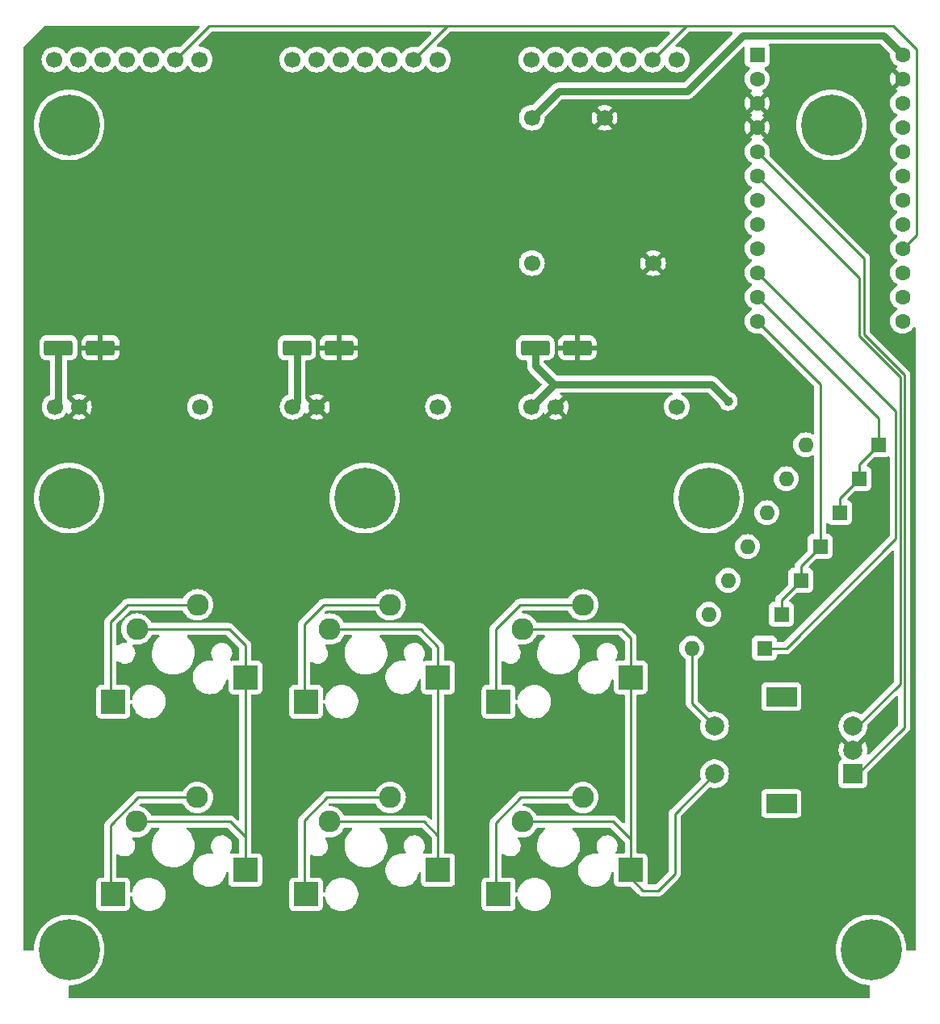
<source format=gbl>
G04 #@! TF.GenerationSoftware,KiCad,Pcbnew,7.0.1*
G04 #@! TF.CreationDate,2023-04-24T18:26:11+10:00*
G04 #@! TF.ProjectId,phi,7068692e-6b69-4636-9164-5f7063625858,rev?*
G04 #@! TF.SameCoordinates,Original*
G04 #@! TF.FileFunction,Copper,L2,Bot*
G04 #@! TF.FilePolarity,Positive*
%FSLAX46Y46*%
G04 Gerber Fmt 4.6, Leading zero omitted, Abs format (unit mm)*
G04 Created by KiCad (PCBNEW 7.0.1) date 2023-04-24 18:26:11*
%MOMM*%
%LPD*%
G01*
G04 APERTURE LIST*
G04 Aperture macros list*
%AMRoundRect*
0 Rectangle with rounded corners*
0 $1 Rounding radius*
0 $2 $3 $4 $5 $6 $7 $8 $9 X,Y pos of 4 corners*
0 Add a 4 corners polygon primitive as box body*
4,1,4,$2,$3,$4,$5,$6,$7,$8,$9,$2,$3,0*
0 Add four circle primitives for the rounded corners*
1,1,$1+$1,$2,$3*
1,1,$1+$1,$4,$5*
1,1,$1+$1,$6,$7*
1,1,$1+$1,$8,$9*
0 Add four rect primitives between the rounded corners*
20,1,$1+$1,$2,$3,$4,$5,0*
20,1,$1+$1,$4,$5,$6,$7,0*
20,1,$1+$1,$6,$7,$8,$9,0*
20,1,$1+$1,$8,$9,$2,$3,0*%
G04 Aperture macros list end*
G04 #@! TA.AperFunction,ComponentPad*
%ADD10C,1.700000*%
G04 #@! TD*
G04 #@! TA.AperFunction,SMDPad,CuDef*
%ADD11R,2.550000X2.500000*%
G04 #@! TD*
G04 #@! TA.AperFunction,ComponentPad*
%ADD12C,2.286000*%
G04 #@! TD*
G04 #@! TA.AperFunction,ComponentPad*
%ADD13R,1.600000X1.600000*%
G04 #@! TD*
G04 #@! TA.AperFunction,ComponentPad*
%ADD14O,1.600000X1.600000*%
G04 #@! TD*
G04 #@! TA.AperFunction,ComponentPad*
%ADD15C,0.800000*%
G04 #@! TD*
G04 #@! TA.AperFunction,ComponentPad*
%ADD16C,6.400000*%
G04 #@! TD*
G04 #@! TA.AperFunction,ComponentPad*
%ADD17R,2.000000X2.000000*%
G04 #@! TD*
G04 #@! TA.AperFunction,ComponentPad*
%ADD18C,2.000000*%
G04 #@! TD*
G04 #@! TA.AperFunction,ComponentPad*
%ADD19R,3.200000X2.000000*%
G04 #@! TD*
G04 #@! TA.AperFunction,ComponentPad*
%ADD20C,1.600000*%
G04 #@! TD*
G04 #@! TA.AperFunction,SMDPad,CuDef*
%ADD21RoundRect,0.250000X-1.250000X-0.550000X1.250000X-0.550000X1.250000X0.550000X-1.250000X0.550000X0*%
G04 #@! TD*
G04 #@! TA.AperFunction,ViaPad*
%ADD22C,1.000000*%
G04 #@! TD*
G04 #@! TA.AperFunction,ViaPad*
%ADD23C,0.800000*%
G04 #@! TD*
G04 #@! TA.AperFunction,Conductor*
%ADD24C,0.750000*%
G04 #@! TD*
G04 #@! TA.AperFunction,Conductor*
%ADD25C,0.250000*%
G04 #@! TD*
G04 APERTURE END LIST*
D10*
X100100000Y-68200000D03*
X87400000Y-68200000D03*
X84860000Y-68200000D03*
X100080000Y-31800000D03*
X97540000Y-31800000D03*
X95000000Y-31800000D03*
X92460000Y-31800000D03*
X89920000Y-31800000D03*
X87380000Y-31800000D03*
X84840000Y-31800000D03*
D11*
X86243000Y-119325000D03*
D12*
X95073000Y-109165000D03*
X88723000Y-111705000D03*
D11*
X100093000Y-116785000D03*
D13*
X134309000Y-93511000D03*
D14*
X126689000Y-93511000D03*
D10*
X125130000Y-68200000D03*
X112430000Y-68200000D03*
X109890000Y-68200000D03*
X125110000Y-31800000D03*
X122570000Y-31800000D03*
X120030000Y-31800000D03*
X117490000Y-31800000D03*
X114950000Y-31800000D03*
X112410000Y-31800000D03*
X109870000Y-31800000D03*
D13*
X144215000Y-75743000D03*
D14*
X136595000Y-75743000D03*
D15*
X126067000Y-77775000D03*
X126769944Y-76077944D03*
X126769944Y-79472056D03*
X128467000Y-75375000D03*
D16*
X128467000Y-77775000D03*
D15*
X128467000Y-80175000D03*
X130164056Y-76077944D03*
X130164056Y-79472056D03*
X130867000Y-77775000D03*
X138940056Y-38659000D03*
X139643000Y-36961944D03*
X139643000Y-40356056D03*
X141340056Y-36259000D03*
D16*
X141340056Y-38659000D03*
D15*
X141340056Y-41059000D03*
X143037112Y-36961944D03*
X143037112Y-40356056D03*
X143740056Y-38659000D03*
D10*
X75140000Y-68200000D03*
X62440000Y-68200000D03*
X59900000Y-68200000D03*
X75120000Y-31800000D03*
X72580000Y-31800000D03*
X70040000Y-31800000D03*
X67500000Y-31800000D03*
X64960000Y-31800000D03*
X62420000Y-31800000D03*
X59880000Y-31800000D03*
D15*
X143085000Y-125155000D03*
X143787944Y-123457944D03*
X143787944Y-126852056D03*
X145485000Y-122755000D03*
D16*
X145485000Y-125155000D03*
D15*
X145485000Y-127555000D03*
X147182056Y-123457944D03*
X147182056Y-126852056D03*
X147885000Y-125155000D03*
X59011000Y-38659000D03*
X59713944Y-36961944D03*
X59713944Y-40356056D03*
X61411000Y-36259000D03*
D16*
X61411000Y-38659000D03*
D15*
X61411000Y-41059000D03*
X63108056Y-36961944D03*
X63108056Y-40356056D03*
X63811000Y-38659000D03*
D11*
X66029000Y-119325000D03*
D12*
X74859000Y-109165000D03*
X68509000Y-111705000D03*
D11*
X79879000Y-116785000D03*
X66043000Y-99125000D03*
D12*
X74873000Y-88965000D03*
X68523000Y-91505000D03*
D11*
X79893000Y-96585000D03*
D13*
X142183000Y-79299000D03*
D14*
X134563000Y-79299000D03*
D13*
X146247000Y-72187000D03*
D14*
X138627000Y-72187000D03*
D15*
X59011000Y-125155000D03*
X59713944Y-123457944D03*
X59713944Y-126852056D03*
X61411000Y-122755000D03*
D16*
X61411000Y-125155000D03*
D15*
X61411000Y-127555000D03*
X63108056Y-123457944D03*
X63108056Y-126852056D03*
X63811000Y-125155000D03*
X89999000Y-77775000D03*
X90701944Y-76077944D03*
X90701944Y-79472056D03*
X92399000Y-75375000D03*
D16*
X92399000Y-77775000D03*
D15*
X92399000Y-80175000D03*
X94096056Y-76077944D03*
X94096056Y-79472056D03*
X94799000Y-77775000D03*
D13*
X136087000Y-89955000D03*
D14*
X128467000Y-89955000D03*
D11*
X86243000Y-99125000D03*
D12*
X95073000Y-88965000D03*
X88723000Y-91505000D03*
D11*
X100093000Y-96585000D03*
D15*
X59011000Y-77775000D03*
X59713944Y-76077944D03*
X59713944Y-79472056D03*
X61411000Y-75375000D03*
D16*
X61411000Y-77775000D03*
D15*
X61411000Y-80175000D03*
X63108056Y-76077944D03*
X63108056Y-79472056D03*
X63811000Y-77775000D03*
D11*
X106443000Y-119325000D03*
D12*
X115273000Y-109165000D03*
X108923000Y-111705000D03*
D11*
X120293000Y-116785000D03*
X106443000Y-99125000D03*
D12*
X115273000Y-88965000D03*
X108923000Y-91505000D03*
D11*
X120293000Y-96585000D03*
D13*
X138119000Y-86399000D03*
D14*
X130499000Y-86399000D03*
D13*
X140151000Y-82855000D03*
D14*
X132531000Y-82855000D03*
D17*
X143591000Y-106691000D03*
D18*
X143591000Y-101691000D03*
X143591000Y-104191000D03*
D19*
X136091000Y-109791000D03*
X136091000Y-98591000D03*
D18*
X129091000Y-101691000D03*
X129091000Y-106691000D03*
D13*
X133547000Y-31293000D03*
D20*
X133547000Y-33833000D03*
X133547000Y-36373000D03*
X133547000Y-38913000D03*
X133547000Y-41453000D03*
X133547000Y-43993000D03*
X133547000Y-46533000D03*
X133547000Y-49073000D03*
X133547000Y-51613000D03*
X133547000Y-54153000D03*
X133547000Y-56693000D03*
X133547000Y-59233000D03*
X148787000Y-59233000D03*
X148787000Y-56693000D03*
X148787000Y-54153000D03*
X148787000Y-51613000D03*
X148787000Y-49073000D03*
X148787000Y-46533000D03*
X148787000Y-43993000D03*
X148787000Y-41453000D03*
X148787000Y-38913000D03*
X148787000Y-36373000D03*
X148787000Y-33833000D03*
X148787000Y-31293000D03*
D21*
X60300000Y-62027000D03*
X64700000Y-62027000D03*
D10*
X109925000Y-37897000D03*
X117545000Y-37897000D03*
X109925000Y-53137000D03*
X122625000Y-53137000D03*
D21*
X85300000Y-62027000D03*
X89700000Y-62027000D03*
X110300000Y-62027000D03*
X114700000Y-62027000D03*
D22*
X130499000Y-67615000D03*
D23*
X129641000Y-72737000D03*
X137865000Y-65583000D03*
D24*
X110300000Y-62027000D02*
X110300000Y-63884000D01*
X60300000Y-62027000D02*
X60300000Y-67800000D01*
X85300000Y-62027000D02*
X85300000Y-67760000D01*
X60300000Y-67800000D02*
X59900000Y-68200000D01*
X130499000Y-67615000D02*
X128721000Y-65837000D01*
X110300000Y-63884000D02*
X112253000Y-65837000D01*
X85300000Y-67760000D02*
X84860000Y-68200000D01*
X128721000Y-65837000D02*
X112253000Y-65837000D01*
X112253000Y-65837000D02*
X109890000Y-68200000D01*
X126181000Y-35103000D02*
X112719000Y-35103000D01*
X146755000Y-29261000D02*
X132023000Y-29261000D01*
X132023000Y-29261000D02*
X126181000Y-35103000D01*
X148787000Y-31293000D02*
X146755000Y-29261000D01*
X112719000Y-35103000D02*
X109925000Y-37897000D01*
D25*
X144215000Y-74219000D02*
X146247000Y-72187000D01*
X144215000Y-75743000D02*
X144215000Y-74219000D01*
X146247000Y-72187000D02*
X146247000Y-69393000D01*
X142183000Y-77775000D02*
X144215000Y-75743000D01*
X142183000Y-79299000D02*
X142183000Y-77775000D01*
X146247000Y-69393000D02*
X133547000Y-56693000D01*
X74873000Y-88965000D02*
X67507000Y-88965000D01*
X65729000Y-98811000D02*
X66043000Y-99125000D01*
X67507000Y-88965000D02*
X65729000Y-90743000D01*
X65729000Y-90743000D02*
X65729000Y-98811000D01*
X88081000Y-88965000D02*
X86049000Y-90997000D01*
X86049000Y-90997000D02*
X86049000Y-98931000D01*
X95073000Y-88965000D02*
X88081000Y-88965000D01*
X86049000Y-98931000D02*
X86243000Y-99125000D01*
X106115000Y-91505000D02*
X106115000Y-98797000D01*
X108655000Y-88965000D02*
X106115000Y-91505000D01*
X106115000Y-98797000D02*
X106443000Y-99125000D01*
X115273000Y-88965000D02*
X108655000Y-88965000D01*
X136087000Y-88431000D02*
X138119000Y-86399000D01*
X140151000Y-65837000D02*
X140151000Y-82855000D01*
X138119000Y-84887000D02*
X140151000Y-82855000D01*
X136087000Y-89955000D02*
X136087000Y-88431000D01*
X138119000Y-86399000D02*
X138119000Y-84887000D01*
X133547000Y-59233000D02*
X140151000Y-65837000D01*
X74859000Y-109165000D02*
X68643000Y-109165000D01*
X65729000Y-119025000D02*
X66029000Y-119325000D01*
X65729000Y-112079000D02*
X65729000Y-119025000D01*
X68643000Y-109165000D02*
X65729000Y-112079000D01*
X88455000Y-109165000D02*
X86049000Y-111571000D01*
X86049000Y-119131000D02*
X86243000Y-119325000D01*
X86049000Y-111571000D02*
X86049000Y-119131000D01*
X95073000Y-109165000D02*
X88455000Y-109165000D01*
X108775000Y-109165000D02*
X106141000Y-111799000D01*
X106141000Y-119023000D02*
X106443000Y-119325000D01*
X106141000Y-111799000D02*
X106141000Y-119023000D01*
X108775000Y-109165000D02*
X115273000Y-109165000D01*
X136607000Y-93511000D02*
X134309000Y-93511000D01*
X148083000Y-68689000D02*
X148083000Y-82035000D01*
X133547000Y-54153000D02*
X148083000Y-68689000D01*
X148083000Y-82035000D02*
X136607000Y-93511000D01*
X126689000Y-93511000D02*
X126689000Y-99289000D01*
X126689000Y-99289000D02*
X129091000Y-101691000D01*
X150235000Y-30725745D02*
X147770255Y-28261000D01*
X101079000Y-28261000D02*
X76119000Y-28261000D01*
X126109000Y-28261000D02*
X122570000Y-31800000D01*
X150235000Y-50165000D02*
X150235000Y-30725745D01*
X148787000Y-51613000D02*
X150235000Y-50165000D01*
X76119000Y-28261000D02*
X72580000Y-31800000D01*
X147770255Y-28261000D02*
X126109000Y-28261000D01*
X126109000Y-28261000D02*
X101079000Y-28261000D01*
X101079000Y-28261000D02*
X97540000Y-31800000D01*
X148983000Y-101807000D02*
X143591000Y-107199000D01*
X133547000Y-41453000D02*
X144723000Y-52629000D01*
X148983000Y-64888604D02*
X148983000Y-101807000D01*
X144723000Y-60628604D02*
X148983000Y-64888604D01*
X144723000Y-52629000D02*
X144723000Y-60628604D01*
X148533000Y-97257000D02*
X143591000Y-102199000D01*
X144215000Y-54661000D02*
X144215000Y-60757000D01*
X133547000Y-43993000D02*
X144215000Y-54661000D01*
X144215000Y-60757000D02*
X148533000Y-65075000D01*
X148533000Y-65075000D02*
X148533000Y-97257000D01*
X79879000Y-113275000D02*
X79893000Y-113261000D01*
X79893000Y-113261000D02*
X79893000Y-96585000D01*
X78175000Y-91505000D02*
X79893000Y-93223000D01*
X79893000Y-93223000D02*
X79893000Y-96585000D01*
X79879000Y-113275000D02*
X79879000Y-113603000D01*
X79879000Y-113603000D02*
X79879000Y-116785000D01*
X68509000Y-111705000D02*
X78309000Y-111705000D01*
X68523000Y-91505000D02*
X78175000Y-91505000D01*
X78309000Y-111705000D02*
X79879000Y-113275000D01*
X100093000Y-113169000D02*
X100093000Y-116785000D01*
X88723000Y-91505000D02*
X98241000Y-91505000D01*
X88723000Y-111705000D02*
X98629000Y-111705000D01*
X100093000Y-96585000D02*
X100093000Y-113169000D01*
X98241000Y-91505000D02*
X100093000Y-93357000D01*
X98629000Y-111705000D02*
X100093000Y-113169000D01*
X100093000Y-93357000D02*
X100093000Y-96585000D01*
X124911000Y-117145000D02*
X124911000Y-110871000D01*
X124911000Y-110871000D02*
X129091000Y-106691000D01*
X120293000Y-96585000D02*
X120293000Y-113557000D01*
X120293000Y-92475000D02*
X120293000Y-96585000D01*
X118441000Y-111705000D02*
X120293000Y-113557000D01*
X108923000Y-111705000D02*
X118441000Y-111705000D01*
X108923000Y-91505000D02*
X119323000Y-91505000D01*
X121595000Y-118923000D02*
X123133000Y-118923000D01*
X120293000Y-116785000D02*
X120293000Y-117621000D01*
X119323000Y-91505000D02*
X120293000Y-92475000D01*
X120293000Y-117621000D02*
X121595000Y-118923000D01*
X120293000Y-113557000D02*
X120293000Y-116785000D01*
X124911000Y-117145000D02*
X123133000Y-118923000D01*
G04 #@! TA.AperFunction,Conductor*
G36*
X75015342Y-28250515D02*
G01*
X75059365Y-28288115D01*
X75081520Y-28341602D01*
X75076978Y-28399318D01*
X75046728Y-28448681D01*
X73035646Y-30459761D01*
X72980059Y-30491855D01*
X72915873Y-30491855D01*
X72815408Y-30464936D01*
X72579999Y-30444340D01*
X72344592Y-30464936D01*
X72116336Y-30526097D01*
X71902170Y-30625965D01*
X71708598Y-30761505D01*
X71541505Y-30928598D01*
X71411575Y-31114159D01*
X71367257Y-31153025D01*
X71310000Y-31167036D01*
X71252743Y-31153025D01*
X71208425Y-31114159D01*
X71078494Y-30928598D01*
X70911404Y-30761508D01*
X70911401Y-30761505D01*
X70717830Y-30625965D01*
X70503663Y-30526097D01*
X70442501Y-30509709D01*
X70275407Y-30464936D01*
X70040000Y-30444340D01*
X69804592Y-30464936D01*
X69576336Y-30526097D01*
X69362170Y-30625965D01*
X69168598Y-30761505D01*
X69001505Y-30928598D01*
X68871575Y-31114159D01*
X68827257Y-31153025D01*
X68770000Y-31167036D01*
X68712743Y-31153025D01*
X68668425Y-31114159D01*
X68538494Y-30928598D01*
X68371404Y-30761508D01*
X68371401Y-30761505D01*
X68177830Y-30625965D01*
X67963663Y-30526097D01*
X67902501Y-30509709D01*
X67735407Y-30464936D01*
X67500000Y-30444340D01*
X67264592Y-30464936D01*
X67036336Y-30526097D01*
X66822170Y-30625965D01*
X66628598Y-30761505D01*
X66461505Y-30928598D01*
X66331575Y-31114159D01*
X66287257Y-31153025D01*
X66230000Y-31167036D01*
X66172743Y-31153025D01*
X66128425Y-31114159D01*
X65998494Y-30928598D01*
X65831404Y-30761508D01*
X65831401Y-30761505D01*
X65637830Y-30625965D01*
X65423663Y-30526097D01*
X65362501Y-30509709D01*
X65195407Y-30464936D01*
X64960000Y-30444340D01*
X64724592Y-30464936D01*
X64496336Y-30526097D01*
X64282170Y-30625965D01*
X64088598Y-30761505D01*
X63921505Y-30928598D01*
X63791575Y-31114159D01*
X63747257Y-31153025D01*
X63690000Y-31167036D01*
X63632743Y-31153025D01*
X63588425Y-31114159D01*
X63458494Y-30928598D01*
X63291404Y-30761508D01*
X63291401Y-30761505D01*
X63097830Y-30625965D01*
X62883663Y-30526097D01*
X62822501Y-30509709D01*
X62655407Y-30464936D01*
X62420000Y-30444340D01*
X62184592Y-30464936D01*
X61956336Y-30526097D01*
X61742170Y-30625965D01*
X61548598Y-30761505D01*
X61381505Y-30928598D01*
X61251575Y-31114159D01*
X61207257Y-31153025D01*
X61150000Y-31167036D01*
X61092743Y-31153025D01*
X61048425Y-31114159D01*
X60918494Y-30928598D01*
X60751404Y-30761508D01*
X60751401Y-30761505D01*
X60557830Y-30625965D01*
X60343663Y-30526097D01*
X60282501Y-30509709D01*
X60115407Y-30464936D01*
X59880000Y-30444340D01*
X59644592Y-30464936D01*
X59416336Y-30526097D01*
X59202170Y-30625965D01*
X59008598Y-30761505D01*
X58841505Y-30928598D01*
X58705965Y-31122170D01*
X58606097Y-31336336D01*
X58544936Y-31564592D01*
X58524340Y-31800000D01*
X58544936Y-32035407D01*
X58573196Y-32140873D01*
X58606097Y-32263663D01*
X58705965Y-32477830D01*
X58841505Y-32671401D01*
X59008599Y-32838495D01*
X59202170Y-32974035D01*
X59416337Y-33073903D01*
X59644592Y-33135063D01*
X59880000Y-33155659D01*
X60115408Y-33135063D01*
X60343663Y-33073903D01*
X60557830Y-32974035D01*
X60751401Y-32838495D01*
X60918495Y-32671401D01*
X61048426Y-32485839D01*
X61092743Y-32446975D01*
X61150000Y-32432964D01*
X61207257Y-32446975D01*
X61251573Y-32485839D01*
X61381505Y-32671401D01*
X61548599Y-32838495D01*
X61742170Y-32974035D01*
X61956337Y-33073903D01*
X62184592Y-33135063D01*
X62420000Y-33155659D01*
X62655408Y-33135063D01*
X62883663Y-33073903D01*
X63097830Y-32974035D01*
X63291401Y-32838495D01*
X63458495Y-32671401D01*
X63588426Y-32485839D01*
X63632743Y-32446975D01*
X63690000Y-32432964D01*
X63747257Y-32446975D01*
X63791573Y-32485839D01*
X63921505Y-32671401D01*
X64088599Y-32838495D01*
X64282170Y-32974035D01*
X64496337Y-33073903D01*
X64724592Y-33135063D01*
X64960000Y-33155659D01*
X65195408Y-33135063D01*
X65423663Y-33073903D01*
X65637830Y-32974035D01*
X65831401Y-32838495D01*
X65998495Y-32671401D01*
X66128426Y-32485839D01*
X66172743Y-32446975D01*
X66230000Y-32432964D01*
X66287257Y-32446975D01*
X66331573Y-32485839D01*
X66461505Y-32671401D01*
X66628599Y-32838495D01*
X66822170Y-32974035D01*
X67036337Y-33073903D01*
X67264592Y-33135063D01*
X67500000Y-33155659D01*
X67735408Y-33135063D01*
X67963663Y-33073903D01*
X68177830Y-32974035D01*
X68371401Y-32838495D01*
X68538495Y-32671401D01*
X68668426Y-32485839D01*
X68712743Y-32446975D01*
X68770000Y-32432964D01*
X68827257Y-32446975D01*
X68871573Y-32485839D01*
X69001505Y-32671401D01*
X69168599Y-32838495D01*
X69362170Y-32974035D01*
X69576337Y-33073903D01*
X69804592Y-33135063D01*
X70040000Y-33155659D01*
X70275408Y-33135063D01*
X70503663Y-33073903D01*
X70717830Y-32974035D01*
X70911401Y-32838495D01*
X71078495Y-32671401D01*
X71208426Y-32485839D01*
X71252743Y-32446975D01*
X71310000Y-32432964D01*
X71367257Y-32446975D01*
X71411573Y-32485839D01*
X71541505Y-32671401D01*
X71708599Y-32838495D01*
X71902170Y-32974035D01*
X72116337Y-33073903D01*
X72344592Y-33135063D01*
X72580000Y-33155659D01*
X72815408Y-33135063D01*
X73043663Y-33073903D01*
X73257830Y-32974035D01*
X73451401Y-32838495D01*
X73618495Y-32671401D01*
X73748426Y-32485839D01*
X73792743Y-32446975D01*
X73850000Y-32432964D01*
X73907257Y-32446975D01*
X73951573Y-32485839D01*
X74081505Y-32671401D01*
X74248599Y-32838495D01*
X74442170Y-32974035D01*
X74656337Y-33073903D01*
X74884592Y-33135063D01*
X75120000Y-33155659D01*
X75355408Y-33135063D01*
X75583663Y-33073903D01*
X75797830Y-32974035D01*
X75991401Y-32838495D01*
X76158495Y-32671401D01*
X76294035Y-32477830D01*
X76393903Y-32263663D01*
X76455063Y-32035408D01*
X76475659Y-31800000D01*
X76455063Y-31564592D01*
X76393903Y-31336337D01*
X76294035Y-31122171D01*
X76158495Y-30928599D01*
X75991401Y-30761505D01*
X75797830Y-30625965D01*
X75583663Y-30526097D01*
X75522501Y-30509709D01*
X75355407Y-30464936D01*
X75109269Y-30443401D01*
X75044590Y-30418249D01*
X75003555Y-30362283D01*
X74999016Y-30293034D01*
X75032394Y-30232194D01*
X76341770Y-28922819D01*
X76381999Y-28895939D01*
X76429452Y-28886500D01*
X99269548Y-28886500D01*
X99325843Y-28900015D01*
X99369866Y-28937615D01*
X99392021Y-28991102D01*
X99387479Y-29048818D01*
X99357229Y-29098181D01*
X97995646Y-30459761D01*
X97940059Y-30491855D01*
X97875873Y-30491855D01*
X97775408Y-30464936D01*
X97539999Y-30444340D01*
X97304592Y-30464936D01*
X97076336Y-30526097D01*
X96862170Y-30625965D01*
X96668598Y-30761505D01*
X96501505Y-30928598D01*
X96371575Y-31114159D01*
X96327257Y-31153025D01*
X96270000Y-31167036D01*
X96212743Y-31153025D01*
X96168425Y-31114159D01*
X96038494Y-30928598D01*
X95871404Y-30761508D01*
X95871401Y-30761505D01*
X95677830Y-30625965D01*
X95463663Y-30526097D01*
X95402501Y-30509709D01*
X95235407Y-30464936D01*
X95000000Y-30444340D01*
X94764592Y-30464936D01*
X94536336Y-30526097D01*
X94322170Y-30625965D01*
X94128598Y-30761505D01*
X93961505Y-30928598D01*
X93831575Y-31114159D01*
X93787257Y-31153025D01*
X93730000Y-31167036D01*
X93672743Y-31153025D01*
X93628425Y-31114159D01*
X93498494Y-30928598D01*
X93331404Y-30761508D01*
X93331401Y-30761505D01*
X93137830Y-30625965D01*
X92923663Y-30526097D01*
X92862501Y-30509709D01*
X92695407Y-30464936D01*
X92460000Y-30444340D01*
X92224592Y-30464936D01*
X91996336Y-30526097D01*
X91782170Y-30625965D01*
X91588598Y-30761505D01*
X91421505Y-30928598D01*
X91291575Y-31114159D01*
X91247257Y-31153025D01*
X91190000Y-31167036D01*
X91132743Y-31153025D01*
X91088425Y-31114159D01*
X90958494Y-30928598D01*
X90791404Y-30761508D01*
X90791401Y-30761505D01*
X90597830Y-30625965D01*
X90383663Y-30526097D01*
X90322501Y-30509709D01*
X90155407Y-30464936D01*
X89920000Y-30444340D01*
X89684592Y-30464936D01*
X89456336Y-30526097D01*
X89242170Y-30625965D01*
X89048598Y-30761505D01*
X88881505Y-30928598D01*
X88751575Y-31114159D01*
X88707257Y-31153025D01*
X88650000Y-31167036D01*
X88592743Y-31153025D01*
X88548425Y-31114159D01*
X88418494Y-30928598D01*
X88251404Y-30761508D01*
X88251401Y-30761505D01*
X88057830Y-30625965D01*
X87843663Y-30526097D01*
X87782501Y-30509709D01*
X87615407Y-30464936D01*
X87380000Y-30444340D01*
X87144592Y-30464936D01*
X86916336Y-30526097D01*
X86702170Y-30625965D01*
X86508598Y-30761505D01*
X86341505Y-30928598D01*
X86211575Y-31114159D01*
X86167257Y-31153025D01*
X86110000Y-31167036D01*
X86052743Y-31153025D01*
X86008425Y-31114159D01*
X85878494Y-30928598D01*
X85711404Y-30761508D01*
X85711401Y-30761505D01*
X85517830Y-30625965D01*
X85303663Y-30526097D01*
X85242501Y-30509709D01*
X85075407Y-30464936D01*
X84840000Y-30444340D01*
X84604592Y-30464936D01*
X84376336Y-30526097D01*
X84162170Y-30625965D01*
X83968598Y-30761505D01*
X83801505Y-30928598D01*
X83665965Y-31122170D01*
X83566097Y-31336336D01*
X83504936Y-31564592D01*
X83484340Y-31800000D01*
X83504936Y-32035407D01*
X83533196Y-32140873D01*
X83566097Y-32263663D01*
X83665965Y-32477830D01*
X83801505Y-32671401D01*
X83968599Y-32838495D01*
X84162170Y-32974035D01*
X84376337Y-33073903D01*
X84604592Y-33135063D01*
X84840000Y-33155659D01*
X85075408Y-33135063D01*
X85303663Y-33073903D01*
X85517830Y-32974035D01*
X85711401Y-32838495D01*
X85878495Y-32671401D01*
X86008426Y-32485839D01*
X86052743Y-32446975D01*
X86110000Y-32432964D01*
X86167257Y-32446975D01*
X86211573Y-32485839D01*
X86341505Y-32671401D01*
X86508599Y-32838495D01*
X86702170Y-32974035D01*
X86916337Y-33073903D01*
X87144592Y-33135063D01*
X87380000Y-33155659D01*
X87615408Y-33135063D01*
X87843663Y-33073903D01*
X88057830Y-32974035D01*
X88251401Y-32838495D01*
X88418495Y-32671401D01*
X88548426Y-32485839D01*
X88592743Y-32446975D01*
X88650000Y-32432964D01*
X88707257Y-32446975D01*
X88751573Y-32485839D01*
X88881505Y-32671401D01*
X89048599Y-32838495D01*
X89242170Y-32974035D01*
X89456337Y-33073903D01*
X89684592Y-33135063D01*
X89920000Y-33155659D01*
X90155408Y-33135063D01*
X90383663Y-33073903D01*
X90597830Y-32974035D01*
X90791401Y-32838495D01*
X90958495Y-32671401D01*
X91088426Y-32485839D01*
X91132743Y-32446975D01*
X91190000Y-32432964D01*
X91247257Y-32446975D01*
X91291573Y-32485839D01*
X91421505Y-32671401D01*
X91588599Y-32838495D01*
X91782170Y-32974035D01*
X91996337Y-33073903D01*
X92224592Y-33135063D01*
X92460000Y-33155659D01*
X92695408Y-33135063D01*
X92923663Y-33073903D01*
X93137830Y-32974035D01*
X93331401Y-32838495D01*
X93498495Y-32671401D01*
X93628426Y-32485839D01*
X93672743Y-32446975D01*
X93730000Y-32432964D01*
X93787257Y-32446975D01*
X93831573Y-32485839D01*
X93961505Y-32671401D01*
X94128599Y-32838495D01*
X94322170Y-32974035D01*
X94536337Y-33073903D01*
X94764592Y-33135063D01*
X95000000Y-33155659D01*
X95235408Y-33135063D01*
X95463663Y-33073903D01*
X95677830Y-32974035D01*
X95871401Y-32838495D01*
X96038495Y-32671401D01*
X96168426Y-32485839D01*
X96212743Y-32446975D01*
X96270000Y-32432964D01*
X96327257Y-32446975D01*
X96371573Y-32485839D01*
X96501505Y-32671401D01*
X96668599Y-32838495D01*
X96862170Y-32974035D01*
X97076337Y-33073903D01*
X97304592Y-33135063D01*
X97540000Y-33155659D01*
X97775408Y-33135063D01*
X98003663Y-33073903D01*
X98217830Y-32974035D01*
X98411401Y-32838495D01*
X98578495Y-32671401D01*
X98708426Y-32485839D01*
X98752743Y-32446975D01*
X98810000Y-32432964D01*
X98867257Y-32446975D01*
X98911573Y-32485839D01*
X99041505Y-32671401D01*
X99208599Y-32838495D01*
X99402170Y-32974035D01*
X99616337Y-33073903D01*
X99844592Y-33135063D01*
X100080000Y-33155659D01*
X100315408Y-33135063D01*
X100543663Y-33073903D01*
X100757830Y-32974035D01*
X100951401Y-32838495D01*
X101118495Y-32671401D01*
X101254035Y-32477830D01*
X101353903Y-32263663D01*
X101415063Y-32035408D01*
X101435659Y-31800000D01*
X101415063Y-31564592D01*
X101353903Y-31336337D01*
X101254035Y-31122171D01*
X101118495Y-30928599D01*
X100951401Y-30761505D01*
X100757830Y-30625965D01*
X100543663Y-30526097D01*
X100482501Y-30509709D01*
X100315407Y-30464936D01*
X100069269Y-30443401D01*
X100004590Y-30418249D01*
X99963555Y-30362283D01*
X99959016Y-30293034D01*
X99992394Y-30232194D01*
X101301770Y-28922819D01*
X101341999Y-28895939D01*
X101389452Y-28886500D01*
X124299548Y-28886500D01*
X124355843Y-28900015D01*
X124399866Y-28937615D01*
X124422021Y-28991102D01*
X124417479Y-29048818D01*
X124387229Y-29098181D01*
X123025646Y-30459761D01*
X122970059Y-30491855D01*
X122905873Y-30491855D01*
X122805408Y-30464936D01*
X122569999Y-30444340D01*
X122334592Y-30464936D01*
X122106336Y-30526097D01*
X121892170Y-30625965D01*
X121698598Y-30761505D01*
X121531505Y-30928598D01*
X121401575Y-31114159D01*
X121357257Y-31153025D01*
X121300000Y-31167036D01*
X121242743Y-31153025D01*
X121198425Y-31114159D01*
X121068494Y-30928598D01*
X120901404Y-30761508D01*
X120901403Y-30761507D01*
X120901401Y-30761505D01*
X120707830Y-30625965D01*
X120493663Y-30526097D01*
X120432501Y-30509709D01*
X120265407Y-30464936D01*
X120030000Y-30444340D01*
X119794592Y-30464936D01*
X119566336Y-30526097D01*
X119352170Y-30625965D01*
X119158598Y-30761505D01*
X118991505Y-30928598D01*
X118861575Y-31114159D01*
X118817257Y-31153025D01*
X118760000Y-31167036D01*
X118702743Y-31153025D01*
X118658425Y-31114159D01*
X118528494Y-30928598D01*
X118361404Y-30761508D01*
X118361403Y-30761507D01*
X118361401Y-30761505D01*
X118167830Y-30625965D01*
X117953663Y-30526097D01*
X117892501Y-30509709D01*
X117725407Y-30464936D01*
X117490000Y-30444340D01*
X117254592Y-30464936D01*
X117026336Y-30526097D01*
X116812170Y-30625965D01*
X116618598Y-30761505D01*
X116451505Y-30928598D01*
X116321575Y-31114159D01*
X116277257Y-31153025D01*
X116220000Y-31167036D01*
X116162743Y-31153025D01*
X116118425Y-31114159D01*
X115988494Y-30928598D01*
X115821404Y-30761508D01*
X115821403Y-30761507D01*
X115821401Y-30761505D01*
X115627830Y-30625965D01*
X115413663Y-30526097D01*
X115352501Y-30509709D01*
X115185407Y-30464936D01*
X114950000Y-30444340D01*
X114714592Y-30464936D01*
X114486336Y-30526097D01*
X114272170Y-30625965D01*
X114078598Y-30761505D01*
X113911505Y-30928598D01*
X113781575Y-31114159D01*
X113737257Y-31153025D01*
X113680000Y-31167036D01*
X113622743Y-31153025D01*
X113578425Y-31114159D01*
X113448494Y-30928598D01*
X113281404Y-30761508D01*
X113281403Y-30761507D01*
X113281401Y-30761505D01*
X113087830Y-30625965D01*
X112873663Y-30526097D01*
X112812501Y-30509709D01*
X112645407Y-30464936D01*
X112410000Y-30444340D01*
X112174592Y-30464936D01*
X111946336Y-30526097D01*
X111732170Y-30625965D01*
X111538598Y-30761505D01*
X111371505Y-30928598D01*
X111241575Y-31114159D01*
X111197257Y-31153025D01*
X111140000Y-31167036D01*
X111082743Y-31153025D01*
X111038425Y-31114159D01*
X110908494Y-30928598D01*
X110741404Y-30761508D01*
X110741401Y-30761505D01*
X110547830Y-30625965D01*
X110333663Y-30526097D01*
X110272501Y-30509709D01*
X110105407Y-30464936D01*
X109870000Y-30444340D01*
X109634592Y-30464936D01*
X109406336Y-30526097D01*
X109192170Y-30625965D01*
X108998598Y-30761505D01*
X108831505Y-30928598D01*
X108695965Y-31122170D01*
X108596097Y-31336336D01*
X108534936Y-31564592D01*
X108514340Y-31800000D01*
X108534936Y-32035407D01*
X108563196Y-32140873D01*
X108596097Y-32263663D01*
X108695965Y-32477830D01*
X108831505Y-32671401D01*
X108998599Y-32838495D01*
X109192170Y-32974035D01*
X109406337Y-33073903D01*
X109634592Y-33135063D01*
X109870000Y-33155659D01*
X110105408Y-33135063D01*
X110333663Y-33073903D01*
X110547830Y-32974035D01*
X110741401Y-32838495D01*
X110908495Y-32671401D01*
X111038426Y-32485839D01*
X111082743Y-32446975D01*
X111140000Y-32432964D01*
X111197257Y-32446975D01*
X111241573Y-32485839D01*
X111371505Y-32671401D01*
X111538599Y-32838495D01*
X111732170Y-32974035D01*
X111946337Y-33073903D01*
X112174592Y-33135063D01*
X112410000Y-33155659D01*
X112645408Y-33135063D01*
X112873663Y-33073903D01*
X113087830Y-32974035D01*
X113281401Y-32838495D01*
X113448495Y-32671401D01*
X113578426Y-32485839D01*
X113622743Y-32446975D01*
X113680000Y-32432964D01*
X113737257Y-32446975D01*
X113781573Y-32485839D01*
X113911505Y-32671401D01*
X114078599Y-32838495D01*
X114272170Y-32974035D01*
X114486337Y-33073903D01*
X114714592Y-33135063D01*
X114950000Y-33155659D01*
X115185408Y-33135063D01*
X115413663Y-33073903D01*
X115627830Y-32974035D01*
X115821401Y-32838495D01*
X115988495Y-32671401D01*
X116118426Y-32485839D01*
X116162743Y-32446975D01*
X116220000Y-32432964D01*
X116277257Y-32446975D01*
X116321573Y-32485839D01*
X116451505Y-32671401D01*
X116618599Y-32838495D01*
X116812170Y-32974035D01*
X117026337Y-33073903D01*
X117254592Y-33135063D01*
X117490000Y-33155659D01*
X117725408Y-33135063D01*
X117953663Y-33073903D01*
X118167830Y-32974035D01*
X118361401Y-32838495D01*
X118528495Y-32671401D01*
X118658426Y-32485839D01*
X118702743Y-32446975D01*
X118760000Y-32432964D01*
X118817257Y-32446975D01*
X118861573Y-32485839D01*
X118991505Y-32671401D01*
X119158599Y-32838495D01*
X119352170Y-32974035D01*
X119566337Y-33073903D01*
X119794592Y-33135063D01*
X120030000Y-33155659D01*
X120265408Y-33135063D01*
X120493663Y-33073903D01*
X120707830Y-32974035D01*
X120901401Y-32838495D01*
X121068495Y-32671401D01*
X121198426Y-32485839D01*
X121242743Y-32446975D01*
X121300000Y-32432964D01*
X121357257Y-32446975D01*
X121401573Y-32485839D01*
X121531505Y-32671401D01*
X121698599Y-32838495D01*
X121892170Y-32974035D01*
X122106337Y-33073903D01*
X122334592Y-33135063D01*
X122570000Y-33155659D01*
X122805408Y-33135063D01*
X123033663Y-33073903D01*
X123247830Y-32974035D01*
X123441401Y-32838495D01*
X123608495Y-32671401D01*
X123738426Y-32485839D01*
X123782743Y-32446975D01*
X123840000Y-32432964D01*
X123897257Y-32446975D01*
X123941573Y-32485839D01*
X124071505Y-32671401D01*
X124238599Y-32838495D01*
X124432170Y-32974035D01*
X124646337Y-33073903D01*
X124874592Y-33135063D01*
X125110000Y-33155659D01*
X125345408Y-33135063D01*
X125573663Y-33073903D01*
X125787830Y-32974035D01*
X125981401Y-32838495D01*
X126148495Y-32671401D01*
X126284035Y-32477830D01*
X126383903Y-32263663D01*
X126445063Y-32035408D01*
X126465659Y-31800000D01*
X126445063Y-31564592D01*
X126383903Y-31336337D01*
X126284035Y-31122171D01*
X126148495Y-30928599D01*
X125981401Y-30761505D01*
X125787830Y-30625965D01*
X125573663Y-30526097D01*
X125512501Y-30509709D01*
X125345407Y-30464936D01*
X125099269Y-30443401D01*
X125034590Y-30418249D01*
X124993555Y-30362283D01*
X124989016Y-30293034D01*
X125022394Y-30232194D01*
X126331770Y-28922819D01*
X126371999Y-28895939D01*
X126419452Y-28886500D01*
X130859994Y-28886500D01*
X130916289Y-28900015D01*
X130960312Y-28937615D01*
X130982467Y-28991102D01*
X130977925Y-29048818D01*
X130947675Y-29098181D01*
X125854675Y-34191181D01*
X125814447Y-34218061D01*
X125766994Y-34227500D01*
X112759630Y-34227500D01*
X112749567Y-34227091D01*
X112727694Y-34225309D01*
X112695152Y-34222660D01*
X112695151Y-34222660D01*
X112614190Y-34233690D01*
X112610860Y-34234098D01*
X112529680Y-34242927D01*
X112529487Y-34242993D01*
X112506670Y-34248340D01*
X112506465Y-34248367D01*
X112429779Y-34276541D01*
X112426629Y-34277650D01*
X112358267Y-34300684D01*
X112349211Y-34303736D01*
X112349043Y-34303838D01*
X112327905Y-34313967D01*
X112327717Y-34314035D01*
X112258891Y-34358027D01*
X112256042Y-34359794D01*
X112186040Y-34401914D01*
X112185893Y-34402054D01*
X112167431Y-34416487D01*
X112167261Y-34416595D01*
X112109494Y-34474361D01*
X112107090Y-34476700D01*
X112047792Y-34532871D01*
X112047683Y-34533033D01*
X112032737Y-34551117D01*
X110073946Y-36509908D01*
X110028675Y-36538749D01*
X109975458Y-36545755D01*
X109925000Y-36541340D01*
X109689592Y-36561936D01*
X109461336Y-36623097D01*
X109247170Y-36722965D01*
X109053598Y-36858505D01*
X108886505Y-37025598D01*
X108750965Y-37219170D01*
X108651097Y-37433336D01*
X108589936Y-37661592D01*
X108569340Y-37896999D01*
X108589936Y-38132407D01*
X108634709Y-38299501D01*
X108651097Y-38360663D01*
X108750965Y-38574830D01*
X108886505Y-38768401D01*
X109053599Y-38935495D01*
X109247170Y-39071035D01*
X109461337Y-39170903D01*
X109689592Y-39232063D01*
X109925000Y-39252659D01*
X110160408Y-39232063D01*
X110388663Y-39170903D01*
X110602830Y-39071035D01*
X110687248Y-39011925D01*
X116783625Y-39011925D01*
X116867420Y-39070599D01*
X117081507Y-39170430D01*
X117309681Y-39231569D01*
X117545000Y-39252157D01*
X117780318Y-39231569D01*
X118008492Y-39170430D01*
X118222576Y-39070600D01*
X118306373Y-39011925D01*
X118207447Y-38912999D01*
X132242033Y-38912999D01*
X132261858Y-39139602D01*
X132320733Y-39359326D01*
X132416866Y-39565484D01*
X132467972Y-39638471D01*
X132467974Y-39638472D01*
X133193446Y-38913001D01*
X133193446Y-38913000D01*
X133193445Y-38912999D01*
X133900553Y-38912999D01*
X134626025Y-39638472D01*
X134677134Y-39565480D01*
X134773266Y-39359326D01*
X134832141Y-39139602D01*
X134851966Y-38913000D01*
X134832141Y-38686397D01*
X134824800Y-38658999D01*
X137634478Y-38658999D01*
X137654778Y-39046340D01*
X137715452Y-39429429D01*
X137815841Y-39804086D01*
X137954841Y-40166193D01*
X138130932Y-40511793D01*
X138318270Y-40800266D01*
X138342180Y-40837084D01*
X138586275Y-41138516D01*
X138860540Y-41412781D01*
X139161972Y-41656876D01*
X139161974Y-41656877D01*
X139161975Y-41656878D01*
X139487262Y-41868123D01*
X139832862Y-42044214D01*
X140194969Y-42183214D01*
X140569626Y-42283603D01*
X140761170Y-42313940D01*
X140952718Y-42344278D01*
X141340056Y-42364578D01*
X141727394Y-42344278D01*
X141976742Y-42304785D01*
X142110485Y-42283603D01*
X142110489Y-42283602D01*
X142485143Y-42183214D01*
X142847250Y-42044214D01*
X143192845Y-41868125D01*
X143192844Y-41868125D01*
X143192849Y-41868123D01*
X143483006Y-41679692D01*
X143518140Y-41656876D01*
X143819572Y-41412781D01*
X144093837Y-41138516D01*
X144337932Y-40837084D01*
X144482896Y-40613859D01*
X144549179Y-40511793D01*
X144645664Y-40322430D01*
X144725270Y-40166194D01*
X144864270Y-39804087D01*
X144964658Y-39429433D01*
X145025334Y-39046338D01*
X145045634Y-38659000D01*
X145025334Y-38271662D01*
X144994005Y-38073859D01*
X144964659Y-37888570D01*
X144864270Y-37513913D01*
X144725270Y-37151806D01*
X144549179Y-36806206D01*
X144337934Y-36480919D01*
X144250542Y-36372999D01*
X144093837Y-36179484D01*
X143819572Y-35905219D01*
X143518140Y-35661124D01*
X143518138Y-35661123D01*
X143518136Y-35661121D01*
X143192849Y-35449876D01*
X142847249Y-35273785D01*
X142485142Y-35134785D01*
X142110485Y-35034396D01*
X141727396Y-34973722D01*
X141340056Y-34953422D01*
X140952715Y-34973722D01*
X140569626Y-35034396D01*
X140194969Y-35134785D01*
X139832862Y-35273785D01*
X139487262Y-35449876D01*
X139161975Y-35661121D01*
X138860536Y-35905222D01*
X138586278Y-36179480D01*
X138342177Y-36480919D01*
X138130932Y-36806206D01*
X137954841Y-37151806D01*
X137815841Y-37513913D01*
X137715452Y-37888570D01*
X137654778Y-38271659D01*
X137634478Y-38658999D01*
X134824800Y-38658999D01*
X134773266Y-38466673D01*
X134677133Y-38260515D01*
X134626025Y-38187526D01*
X133900553Y-38912998D01*
X133900553Y-38912999D01*
X133193445Y-38912999D01*
X132467973Y-38187526D01*
X132467973Y-38187527D01*
X132416865Y-38260516D01*
X132320733Y-38466672D01*
X132261858Y-38686397D01*
X132242033Y-38912999D01*
X118207447Y-38912999D01*
X117545000Y-38250553D01*
X116783625Y-39011925D01*
X110687248Y-39011925D01*
X110796401Y-38935495D01*
X110963495Y-38768401D01*
X111099035Y-38574830D01*
X111198903Y-38360663D01*
X111260063Y-38132408D01*
X111280659Y-37897000D01*
X111280659Y-37896999D01*
X116189842Y-37896999D01*
X116210430Y-38132318D01*
X116271569Y-38360492D01*
X116371400Y-38574580D01*
X116430073Y-38658373D01*
X117191447Y-37897001D01*
X117898553Y-37897001D01*
X118659925Y-38658373D01*
X118718600Y-38574576D01*
X118818430Y-38360492D01*
X118879569Y-38132318D01*
X118900157Y-37896999D01*
X118894643Y-37833973D01*
X132821526Y-37833973D01*
X133547000Y-38559446D01*
X133547001Y-38559446D01*
X134272472Y-37833974D01*
X134272471Y-37833972D01*
X134199485Y-37782867D01*
X134140541Y-37755381D01*
X134088366Y-37709623D01*
X134068947Y-37642998D01*
X134088367Y-37576372D01*
X134140544Y-37530616D01*
X134199481Y-37503133D01*
X134272472Y-37452025D01*
X133547001Y-36726553D01*
X133547000Y-36726553D01*
X132821526Y-37452025D01*
X132821526Y-37452026D01*
X132894517Y-37503134D01*
X132953455Y-37530617D01*
X133005631Y-37576373D01*
X133025051Y-37642998D01*
X133005632Y-37709623D01*
X132953457Y-37755381D01*
X132894515Y-37782866D01*
X132821527Y-37833973D01*
X132821526Y-37833973D01*
X118894643Y-37833973D01*
X118879569Y-37661681D01*
X118818430Y-37433507D01*
X118718599Y-37219421D01*
X118659926Y-37135626D01*
X118659925Y-37135625D01*
X117898553Y-37897000D01*
X117898553Y-37897001D01*
X117191447Y-37897001D01*
X117191447Y-37897000D01*
X116430072Y-37135625D01*
X116371399Y-37219422D01*
X116271569Y-37433507D01*
X116210430Y-37661681D01*
X116189842Y-37896999D01*
X111280659Y-37896999D01*
X111276243Y-37846541D01*
X111283250Y-37793322D01*
X111312089Y-37748053D01*
X112278071Y-36782072D01*
X116783625Y-36782072D01*
X117545000Y-37543447D01*
X117545001Y-37543447D01*
X118306373Y-36782073D01*
X118306373Y-36782072D01*
X118222580Y-36723400D01*
X118008492Y-36623569D01*
X117780318Y-36562430D01*
X117545000Y-36541842D01*
X117309681Y-36562430D01*
X117081507Y-36623569D01*
X116867422Y-36723399D01*
X116783625Y-36782072D01*
X112278071Y-36782072D01*
X112687144Y-36372999D01*
X132242033Y-36372999D01*
X132261858Y-36599602D01*
X132320733Y-36819326D01*
X132416866Y-37025484D01*
X132467972Y-37098471D01*
X132467973Y-37098472D01*
X133193446Y-36373000D01*
X133193446Y-36372999D01*
X133900553Y-36372999D01*
X134626025Y-37098472D01*
X134677134Y-37025480D01*
X134773266Y-36819326D01*
X134832141Y-36599602D01*
X134851966Y-36372999D01*
X134832141Y-36146397D01*
X134773266Y-35926673D01*
X134677133Y-35720515D01*
X134626025Y-35647526D01*
X133900553Y-36372998D01*
X133900553Y-36372999D01*
X133193446Y-36372999D01*
X133193446Y-36372998D01*
X132467973Y-35647527D01*
X132416865Y-35720516D01*
X132320733Y-35926672D01*
X132261858Y-36146397D01*
X132242033Y-36372999D01*
X112687144Y-36372999D01*
X113045324Y-36014819D01*
X113085553Y-35987939D01*
X113133006Y-35978500D01*
X126140379Y-35978500D01*
X126150442Y-35978909D01*
X126155041Y-35979283D01*
X126204848Y-35983339D01*
X126285797Y-35972308D01*
X126289123Y-35971902D01*
X126370316Y-35963073D01*
X126370488Y-35963014D01*
X126393356Y-35957655D01*
X126393537Y-35957631D01*
X126393538Y-35957630D01*
X126393541Y-35957630D01*
X126425704Y-35945812D01*
X126470261Y-35929442D01*
X126473288Y-35928376D01*
X126550780Y-35902267D01*
X126550940Y-35902170D01*
X126572114Y-35892024D01*
X126572288Y-35891961D01*
X126641150Y-35847944D01*
X126643951Y-35846207D01*
X126679472Y-35824835D01*
X126713948Y-35804093D01*
X126713949Y-35804091D01*
X126713954Y-35804089D01*
X126714085Y-35803964D01*
X126732587Y-35789499D01*
X126732744Y-35789400D01*
X126790538Y-35731604D01*
X126792869Y-35729335D01*
X126852207Y-35673129D01*
X126852311Y-35672974D01*
X126867263Y-35654879D01*
X132034821Y-30487322D01*
X132084182Y-30457074D01*
X132141898Y-30452532D01*
X132195385Y-30474687D01*
X132232985Y-30518710D01*
X132246500Y-30575005D01*
X132246500Y-32140869D01*
X132248503Y-32159500D01*
X132252909Y-32200483D01*
X132303204Y-32335331D01*
X132389454Y-32450546D01*
X132504669Y-32536796D01*
X132639517Y-32587091D01*
X132674594Y-32590862D01*
X132730513Y-32611239D01*
X132770497Y-32655327D01*
X132785332Y-32712968D01*
X132771600Y-32770881D01*
X132732464Y-32815724D01*
X132707860Y-32832952D01*
X132546953Y-32993859D01*
X132416432Y-33180264D01*
X132320261Y-33386502D01*
X132261364Y-33606310D01*
X132241531Y-33833000D01*
X132261364Y-34059689D01*
X132320261Y-34279497D01*
X132416432Y-34485735D01*
X132546953Y-34672140D01*
X132707859Y-34833046D01*
X132894264Y-34963567D01*
X132894265Y-34963567D01*
X132894266Y-34963568D01*
X132952865Y-34990893D01*
X133005040Y-35036650D01*
X133024460Y-35103275D01*
X133005041Y-35169900D01*
X132952865Y-35215657D01*
X132894517Y-35242865D01*
X132821527Y-35293973D01*
X132821526Y-35293973D01*
X133547000Y-36019446D01*
X133547001Y-36019446D01*
X134272472Y-35293974D01*
X134272471Y-35293972D01*
X134199485Y-35242867D01*
X134141133Y-35215657D01*
X134088958Y-35169899D01*
X134069539Y-35103274D01*
X134088959Y-35036649D01*
X134141134Y-34990893D01*
X134199734Y-34963568D01*
X134386139Y-34833047D01*
X134547047Y-34672139D01*
X134677568Y-34485734D01*
X134773739Y-34279496D01*
X134832635Y-34059692D01*
X134852468Y-33833000D01*
X147482033Y-33833000D01*
X147501858Y-34059602D01*
X147560733Y-34279326D01*
X147656866Y-34485484D01*
X147707972Y-34558471D01*
X147707973Y-34558472D01*
X148433446Y-33833000D01*
X148433446Y-33832998D01*
X147707973Y-33107527D01*
X147656865Y-33180516D01*
X147560733Y-33386672D01*
X147501858Y-33606397D01*
X147482033Y-33833000D01*
X134852468Y-33833000D01*
X134832635Y-33606308D01*
X134773739Y-33386504D01*
X134677568Y-33180266D01*
X134660338Y-33155659D01*
X134547046Y-32993859D01*
X134386140Y-32832953D01*
X134361537Y-32815726D01*
X134322399Y-32770884D01*
X134308666Y-32712970D01*
X134323500Y-32655328D01*
X134363485Y-32611239D01*
X134419406Y-32590861D01*
X134454483Y-32587091D01*
X134589331Y-32536796D01*
X134704546Y-32450546D01*
X134790796Y-32335331D01*
X134841091Y-32200483D01*
X134847500Y-32140873D01*
X134847499Y-30445128D01*
X134841091Y-30385517D01*
X134810625Y-30303833D01*
X134803774Y-30245046D01*
X134824951Y-30189780D01*
X134869332Y-30150624D01*
X134926807Y-30136500D01*
X146340994Y-30136500D01*
X146388447Y-30145939D01*
X146428675Y-30172819D01*
X147446061Y-31190205D01*
X147474901Y-31235474D01*
X147481908Y-31288691D01*
X147481531Y-31292997D01*
X147501364Y-31519689D01*
X147560261Y-31739497D01*
X147656432Y-31945735D01*
X147786953Y-32132140D01*
X147947859Y-32293046D01*
X148134264Y-32423567D01*
X148134265Y-32423567D01*
X148134266Y-32423568D01*
X148192865Y-32450893D01*
X148245040Y-32496650D01*
X148264460Y-32563275D01*
X148245041Y-32629900D01*
X148192865Y-32675657D01*
X148134517Y-32702865D01*
X148061526Y-32753973D01*
X149052871Y-33745318D01*
X149084965Y-33800905D01*
X149084965Y-33865093D01*
X149052871Y-33920680D01*
X148061526Y-34912025D01*
X148061526Y-34912026D01*
X148134515Y-34963133D01*
X148192865Y-34990342D01*
X148245040Y-35036099D01*
X148264460Y-35102723D01*
X148245041Y-35169348D01*
X148192866Y-35215105D01*
X148134267Y-35242430D01*
X147947859Y-35372953D01*
X147786953Y-35533859D01*
X147656432Y-35720264D01*
X147560261Y-35926502D01*
X147501364Y-36146310D01*
X147481531Y-36373000D01*
X147501364Y-36599689D01*
X147560261Y-36819497D01*
X147656432Y-37025735D01*
X147786953Y-37212140D01*
X147947859Y-37373046D01*
X148133645Y-37503133D01*
X148134266Y-37503568D01*
X148192275Y-37530618D01*
X148244450Y-37576375D01*
X148263869Y-37643000D01*
X148244450Y-37709625D01*
X148192275Y-37755382D01*
X148134263Y-37782433D01*
X147947859Y-37912953D01*
X147786953Y-38073859D01*
X147656432Y-38260264D01*
X147560261Y-38466502D01*
X147501364Y-38686310D01*
X147481531Y-38913000D01*
X147501364Y-39139689D01*
X147560261Y-39359497D01*
X147656432Y-39565735D01*
X147786953Y-39752140D01*
X147947859Y-39913046D01*
X148060654Y-39992025D01*
X148134266Y-40043568D01*
X148192273Y-40070617D01*
X148244449Y-40116373D01*
X148263869Y-40182997D01*
X148244451Y-40249622D01*
X148192276Y-40295380D01*
X148134266Y-40322431D01*
X147947859Y-40452953D01*
X147786953Y-40613859D01*
X147656432Y-40800264D01*
X147560261Y-41006502D01*
X147501364Y-41226310D01*
X147481531Y-41453000D01*
X147501364Y-41679689D01*
X147560261Y-41899497D01*
X147656432Y-42105735D01*
X147786953Y-42292140D01*
X147947859Y-42453046D01*
X148134263Y-42583566D01*
X148134266Y-42583568D01*
X148192275Y-42610618D01*
X148244450Y-42656375D01*
X148263869Y-42723000D01*
X148244450Y-42789625D01*
X148192275Y-42835382D01*
X148134263Y-42862433D01*
X147947859Y-42992953D01*
X147786953Y-43153859D01*
X147656432Y-43340264D01*
X147560261Y-43546502D01*
X147501364Y-43766310D01*
X147481531Y-43993000D01*
X147501364Y-44219689D01*
X147560261Y-44439497D01*
X147656432Y-44645735D01*
X147786953Y-44832140D01*
X147947859Y-44993046D01*
X148134263Y-45123566D01*
X148134266Y-45123568D01*
X148192275Y-45150618D01*
X148244450Y-45196375D01*
X148263869Y-45263000D01*
X148244450Y-45329625D01*
X148192275Y-45375382D01*
X148134263Y-45402433D01*
X147947859Y-45532953D01*
X147786953Y-45693859D01*
X147656432Y-45880264D01*
X147560261Y-46086502D01*
X147501364Y-46306310D01*
X147481531Y-46533000D01*
X147501364Y-46759689D01*
X147560261Y-46979497D01*
X147656432Y-47185735D01*
X147786953Y-47372140D01*
X147947859Y-47533046D01*
X148134266Y-47663568D01*
X148192273Y-47690617D01*
X148244449Y-47736373D01*
X148263869Y-47802997D01*
X148244451Y-47869622D01*
X148192276Y-47915380D01*
X148134266Y-47942431D01*
X147947859Y-48072953D01*
X147786953Y-48233859D01*
X147656432Y-48420264D01*
X147560261Y-48626502D01*
X147501364Y-48846310D01*
X147481531Y-49073000D01*
X147501364Y-49299689D01*
X147560261Y-49519497D01*
X147656432Y-49725735D01*
X147786953Y-49912140D01*
X147947859Y-50073046D01*
X148037064Y-50135507D01*
X148134266Y-50203568D01*
X148192275Y-50230618D01*
X148244450Y-50276375D01*
X148263869Y-50343000D01*
X148244450Y-50409625D01*
X148192275Y-50455382D01*
X148134263Y-50482433D01*
X147947859Y-50612953D01*
X147786953Y-50773859D01*
X147656432Y-50960264D01*
X147560261Y-51166502D01*
X147501364Y-51386310D01*
X147481531Y-51613000D01*
X147501364Y-51839689D01*
X147560261Y-52059497D01*
X147656432Y-52265735D01*
X147786953Y-52452140D01*
X147947859Y-52613046D01*
X148088816Y-52711744D01*
X148134266Y-52743568D01*
X148192275Y-52770618D01*
X148244450Y-52816375D01*
X148263869Y-52883000D01*
X148244450Y-52949625D01*
X148192275Y-52995382D01*
X148134263Y-53022433D01*
X147947859Y-53152953D01*
X147786953Y-53313859D01*
X147656432Y-53500264D01*
X147560261Y-53706502D01*
X147501364Y-53926310D01*
X147481531Y-54153000D01*
X147501364Y-54379689D01*
X147560261Y-54599497D01*
X147656432Y-54805735D01*
X147786953Y-54992140D01*
X147947859Y-55153046D01*
X148134262Y-55283565D01*
X148134266Y-55283568D01*
X148192273Y-55310617D01*
X148244449Y-55356373D01*
X148263869Y-55422997D01*
X148244451Y-55489622D01*
X148192276Y-55535380D01*
X148134266Y-55562431D01*
X147947859Y-55692953D01*
X147786953Y-55853859D01*
X147656432Y-56040264D01*
X147560261Y-56246502D01*
X147501364Y-56466310D01*
X147481531Y-56692999D01*
X147501364Y-56919689D01*
X147560261Y-57139497D01*
X147656432Y-57345735D01*
X147786953Y-57532140D01*
X147947859Y-57693046D01*
X148134263Y-57823566D01*
X148134266Y-57823568D01*
X148192275Y-57850618D01*
X148244450Y-57896375D01*
X148263869Y-57963000D01*
X148244450Y-58029625D01*
X148192275Y-58075382D01*
X148134263Y-58102433D01*
X147947859Y-58232953D01*
X147786953Y-58393859D01*
X147656432Y-58580264D01*
X147560261Y-58786502D01*
X147501364Y-59006310D01*
X147481531Y-59232999D01*
X147501364Y-59459689D01*
X147560261Y-59679497D01*
X147656432Y-59885735D01*
X147786953Y-60072140D01*
X147947859Y-60233046D01*
X148134264Y-60363567D01*
X148134265Y-60363567D01*
X148134266Y-60363568D01*
X148340504Y-60459739D01*
X148560308Y-60518635D01*
X148787000Y-60538468D01*
X149013692Y-60518635D01*
X149233496Y-60459739D01*
X149439734Y-60363568D01*
X149626139Y-60233047D01*
X149787047Y-60072139D01*
X149865624Y-59959918D01*
X149915425Y-59888795D01*
X149962641Y-59848468D01*
X150023489Y-59836088D01*
X150082710Y-59854760D01*
X150125453Y-59899801D01*
X150141000Y-59959918D01*
X150141000Y-125113000D01*
X150124387Y-125175000D01*
X150079000Y-125220387D01*
X150017000Y-125237000D01*
X149312547Y-125237000D01*
X149252431Y-125221453D01*
X149207389Y-125178710D01*
X149188717Y-125119490D01*
X149187805Y-125102092D01*
X149170278Y-124767662D01*
X149139939Y-124576114D01*
X149109603Y-124384570D01*
X149009214Y-124009913D01*
X148870214Y-123647806D01*
X148694123Y-123302206D01*
X148482878Y-122976919D01*
X148482876Y-122976916D01*
X148238781Y-122675484D01*
X147964516Y-122401219D01*
X147663084Y-122157124D01*
X147663082Y-122157123D01*
X147663080Y-122157121D01*
X147337793Y-121945876D01*
X146992193Y-121769785D01*
X146630086Y-121630785D01*
X146255429Y-121530396D01*
X145872340Y-121469722D01*
X145485000Y-121449422D01*
X145097659Y-121469722D01*
X144714570Y-121530396D01*
X144339913Y-121630785D01*
X143977806Y-121769785D01*
X143632206Y-121945876D01*
X143306919Y-122157121D01*
X143005480Y-122401222D01*
X142731222Y-122675480D01*
X142487121Y-122976919D01*
X142275876Y-123302206D01*
X142099785Y-123647806D01*
X141960785Y-124009913D01*
X141860396Y-124384570D01*
X141799722Y-124767659D01*
X141779422Y-125154999D01*
X141799722Y-125542340D01*
X141860396Y-125925429D01*
X141960785Y-126300086D01*
X142099785Y-126662193D01*
X142275876Y-127007793D01*
X142487121Y-127333080D01*
X142487124Y-127333084D01*
X142731219Y-127634516D01*
X143005484Y-127908781D01*
X143306916Y-128152876D01*
X143306918Y-128152877D01*
X143306919Y-128152878D01*
X143632206Y-128364123D01*
X143977806Y-128540214D01*
X144339913Y-128679214D01*
X144714570Y-128779603D01*
X144906114Y-128809940D01*
X145097662Y-128840278D01*
X145267622Y-128849185D01*
X145273490Y-128849493D01*
X145332710Y-128868165D01*
X145375453Y-128913207D01*
X145391000Y-128973323D01*
X145391000Y-130113000D01*
X145374387Y-130175000D01*
X145329000Y-130220387D01*
X145267000Y-130237000D01*
X61515000Y-130237000D01*
X61453000Y-130220387D01*
X61407613Y-130175000D01*
X61391000Y-130113000D01*
X61391000Y-128979298D01*
X61406547Y-128919182D01*
X61449290Y-128874140D01*
X61508510Y-128855468D01*
X61598372Y-128850757D01*
X61798338Y-128840278D01*
X62047686Y-128800785D01*
X62181429Y-128779603D01*
X62181433Y-128779602D01*
X62556087Y-128679214D01*
X62918194Y-128540214D01*
X63263789Y-128364125D01*
X63263788Y-128364125D01*
X63263793Y-128364123D01*
X63426436Y-128258500D01*
X63589084Y-128152876D01*
X63890516Y-127908781D01*
X64164781Y-127634516D01*
X64408876Y-127333084D01*
X64523756Y-127156185D01*
X64620123Y-127007793D01*
X64654316Y-126940685D01*
X64796214Y-126662194D01*
X64935214Y-126300087D01*
X65035602Y-125925433D01*
X65096278Y-125542338D01*
X65116578Y-125155000D01*
X65096278Y-124767662D01*
X65065939Y-124576114D01*
X65035603Y-124384570D01*
X64935214Y-124009913D01*
X64796214Y-123647806D01*
X64620123Y-123302206D01*
X64408878Y-122976919D01*
X64408876Y-122976916D01*
X64164781Y-122675484D01*
X63890516Y-122401219D01*
X63589084Y-122157124D01*
X63589082Y-122157123D01*
X63589080Y-122157121D01*
X63263793Y-121945876D01*
X62918193Y-121769785D01*
X62556086Y-121630785D01*
X62181429Y-121530396D01*
X61798340Y-121469722D01*
X61411000Y-121449422D01*
X61023659Y-121469722D01*
X60640570Y-121530396D01*
X60265913Y-121630785D01*
X59903806Y-121769785D01*
X59558206Y-121945876D01*
X59232919Y-122157121D01*
X58931480Y-122401222D01*
X58657222Y-122675480D01*
X58413121Y-122976919D01*
X58201876Y-123302206D01*
X58025785Y-123647806D01*
X57886785Y-124009913D01*
X57786396Y-124384570D01*
X57725722Y-124767659D01*
X57707283Y-125119490D01*
X57688611Y-125178710D01*
X57643569Y-125221453D01*
X57583453Y-125237000D01*
X56765000Y-125237000D01*
X56703000Y-125220387D01*
X56657613Y-125175000D01*
X56641000Y-125113000D01*
X56641000Y-120622869D01*
X64253500Y-120622869D01*
X64259909Y-120682483D01*
X64310204Y-120817331D01*
X64396454Y-120932546D01*
X64511669Y-121018796D01*
X64646517Y-121069091D01*
X64706127Y-121075500D01*
X67351872Y-121075499D01*
X67411483Y-121069091D01*
X67546331Y-121018796D01*
X67661546Y-120932546D01*
X67747796Y-120817331D01*
X67798091Y-120682483D01*
X67804500Y-120622873D01*
X67804499Y-119624695D01*
X67819599Y-119565395D01*
X67861223Y-119520535D01*
X67919232Y-119501045D01*
X67979498Y-119511671D01*
X68027343Y-119549826D01*
X68051114Y-119606216D01*
X68067604Y-119715615D01*
X68144937Y-119966323D01*
X68258772Y-120202704D01*
X68394766Y-120402170D01*
X68406571Y-120419485D01*
X68585015Y-120611801D01*
X68585019Y-120611805D01*
X68790143Y-120775386D01*
X69017357Y-120906568D01*
X69261584Y-121002420D01*
X69517370Y-121060802D01*
X69573408Y-121065001D01*
X69713501Y-121075500D01*
X69713506Y-121075500D01*
X69844494Y-121075500D01*
X69844499Y-121075500D01*
X69967079Y-121066313D01*
X70040630Y-121060802D01*
X70296416Y-121002420D01*
X70540643Y-120906568D01*
X70767857Y-120775386D01*
X70959107Y-120622869D01*
X84467500Y-120622869D01*
X84473909Y-120682483D01*
X84524204Y-120817331D01*
X84610454Y-120932546D01*
X84725669Y-121018796D01*
X84860517Y-121069091D01*
X84920127Y-121075500D01*
X87565872Y-121075499D01*
X87625483Y-121069091D01*
X87760331Y-121018796D01*
X87875546Y-120932546D01*
X87961796Y-120817331D01*
X88012091Y-120682483D01*
X88018500Y-120622873D01*
X88018499Y-119624695D01*
X88033599Y-119565395D01*
X88075223Y-119520535D01*
X88133232Y-119501045D01*
X88193498Y-119511671D01*
X88241343Y-119549826D01*
X88265114Y-119606216D01*
X88281604Y-119715615D01*
X88358937Y-119966323D01*
X88472772Y-120202704D01*
X88608766Y-120402170D01*
X88620571Y-120419485D01*
X88799015Y-120611801D01*
X88799019Y-120611805D01*
X89004143Y-120775386D01*
X89231357Y-120906568D01*
X89475584Y-121002420D01*
X89731370Y-121060802D01*
X89787408Y-121065001D01*
X89927501Y-121075500D01*
X89927506Y-121075500D01*
X90058494Y-121075500D01*
X90058499Y-121075500D01*
X90181079Y-121066313D01*
X90254630Y-121060802D01*
X90510416Y-121002420D01*
X90754643Y-120906568D01*
X90981857Y-120775386D01*
X91173107Y-120622869D01*
X104667500Y-120622869D01*
X104673909Y-120682483D01*
X104724204Y-120817331D01*
X104810454Y-120932546D01*
X104925669Y-121018796D01*
X105060517Y-121069091D01*
X105120127Y-121075500D01*
X107765872Y-121075499D01*
X107825483Y-121069091D01*
X107960331Y-121018796D01*
X108075546Y-120932546D01*
X108161796Y-120817331D01*
X108212091Y-120682483D01*
X108218500Y-120622873D01*
X108218499Y-119624695D01*
X108233599Y-119565395D01*
X108275223Y-119520535D01*
X108333232Y-119501045D01*
X108393498Y-119511671D01*
X108441343Y-119549826D01*
X108465114Y-119606216D01*
X108481604Y-119715615D01*
X108558937Y-119966323D01*
X108672772Y-120202704D01*
X108808766Y-120402170D01*
X108820571Y-120419485D01*
X108999015Y-120611801D01*
X108999019Y-120611805D01*
X109204143Y-120775386D01*
X109431357Y-120906568D01*
X109675584Y-121002420D01*
X109931370Y-121060802D01*
X109987408Y-121065001D01*
X110127501Y-121075500D01*
X110127506Y-121075500D01*
X110258494Y-121075500D01*
X110258499Y-121075500D01*
X110381079Y-121066313D01*
X110454630Y-121060802D01*
X110710416Y-121002420D01*
X110954643Y-120906568D01*
X111181857Y-120775386D01*
X111386981Y-120611805D01*
X111486273Y-120504792D01*
X111565428Y-120419485D01*
X111565429Y-120419482D01*
X111565433Y-120419479D01*
X111713228Y-120202704D01*
X111827063Y-119966323D01*
X111904396Y-119715615D01*
X111943500Y-119456182D01*
X111943500Y-119193818D01*
X111904396Y-118934385D01*
X111827063Y-118683677D01*
X111713228Y-118447296D01*
X111565433Y-118230521D01*
X111565432Y-118230520D01*
X111565428Y-118230514D01*
X111386984Y-118038198D01*
X111386983Y-118038197D01*
X111386981Y-118038195D01*
X111181857Y-117874614D01*
X111181856Y-117874613D01*
X110954641Y-117743431D01*
X110710418Y-117647580D01*
X110454627Y-117589197D01*
X110258499Y-117574500D01*
X110258494Y-117574500D01*
X110127506Y-117574500D01*
X110127501Y-117574500D01*
X109931372Y-117589197D01*
X109675581Y-117647580D01*
X109431358Y-117743431D01*
X109204143Y-117874613D01*
X108999015Y-118038198D01*
X108820571Y-118230514D01*
X108672771Y-118447298D01*
X108558937Y-118683677D01*
X108481604Y-118934385D01*
X108465114Y-119043784D01*
X108441343Y-119100174D01*
X108393498Y-119138329D01*
X108333232Y-119148955D01*
X108275223Y-119129465D01*
X108233599Y-119084605D01*
X108218499Y-119025302D01*
X108218499Y-118027130D01*
X108218499Y-118027127D01*
X108212091Y-117967517D01*
X108161796Y-117832669D01*
X108075546Y-117717454D01*
X107960331Y-117631204D01*
X107825483Y-117580909D01*
X107765873Y-117574500D01*
X107765869Y-117574500D01*
X106890500Y-117574500D01*
X106828500Y-117557887D01*
X106783113Y-117512500D01*
X106766500Y-117450500D01*
X106766500Y-115211121D01*
X106779747Y-115155355D01*
X106816659Y-115111504D01*
X106869347Y-115088938D01*
X106926556Y-115092479D01*
X106957617Y-115110606D01*
X106959102Y-115108296D01*
X107146009Y-115228414D01*
X107146014Y-115228416D01*
X107341288Y-115306593D01*
X107470084Y-115331416D01*
X107547828Y-115346400D01*
X107547829Y-115346400D01*
X107705463Y-115346400D01*
X107705468Y-115346400D01*
X107862389Y-115331416D01*
X108064211Y-115272156D01*
X108251170Y-115175771D01*
X108416510Y-115045747D01*
X108554255Y-114886781D01*
X108659426Y-114704619D01*
X108728222Y-114505846D01*
X108758157Y-114297645D01*
X108748148Y-114087541D01*
X108698558Y-113883129D01*
X108611179Y-113691795D01*
X108611178Y-113691794D01*
X108611177Y-113691791D01*
X108484265Y-113513569D01*
X108462380Y-113458178D01*
X108468845Y-113398973D01*
X108502168Y-113349611D01*
X108554663Y-113321479D01*
X108614217Y-113321068D01*
X108665105Y-113333285D01*
X108923000Y-113353582D01*
X109180895Y-113333285D01*
X109432440Y-113272895D01*
X109671441Y-113173897D01*
X109892012Y-113038731D01*
X110088724Y-112870724D01*
X110256731Y-112674012D01*
X110391897Y-112453441D01*
X110411114Y-112407046D01*
X110437994Y-112366818D01*
X110478223Y-112339939D01*
X110525675Y-112330500D01*
X111181873Y-112330500D01*
X111239273Y-112344585D01*
X111283632Y-112383641D01*
X111304874Y-112438794D01*
X111298173Y-112497516D01*
X111265050Y-112546465D01*
X111116062Y-112681216D01*
X110922057Y-112910687D01*
X110760367Y-113163970D01*
X110633883Y-113436537D01*
X110544854Y-113723537D01*
X110494874Y-114019841D01*
X110484833Y-114320167D01*
X110514911Y-114619145D01*
X110584569Y-114911448D01*
X110692567Y-115191857D01*
X110821710Y-115427514D01*
X110836979Y-115455375D01*
X111015223Y-115697290D01*
X111224121Y-115913289D01*
X111459946Y-116099518D01*
X111718487Y-116252652D01*
X111995133Y-116369960D01*
X111995134Y-116369960D01*
X111995136Y-116369961D01*
X112059010Y-116387457D01*
X112284946Y-116449348D01*
X112582755Y-116489400D01*
X112808033Y-116489400D01*
X112808035Y-116489400D01*
X113032820Y-116474352D01*
X113106435Y-116459388D01*
X113327287Y-116414499D01*
X113611151Y-116315931D01*
X113745247Y-116248168D01*
X113879340Y-116180409D01*
X113879343Y-116180407D01*
X114127080Y-116010346D01*
X114349939Y-115808782D01*
X114543943Y-115579312D01*
X114705631Y-115326032D01*
X114832118Y-115053460D01*
X114921146Y-114766462D01*
X114971126Y-114470158D01*
X114981167Y-114169836D01*
X114951089Y-113870855D01*
X114881430Y-113578551D01*
X114857974Y-113517650D01*
X114773432Y-113298142D01*
X114740103Y-113237325D01*
X114629021Y-113034625D01*
X114450777Y-112792710D01*
X114241879Y-112576711D01*
X114210353Y-112551815D01*
X114173367Y-112503670D01*
X114163670Y-112443738D01*
X114183585Y-112386386D01*
X114228338Y-112345362D01*
X114287202Y-112330500D01*
X118130548Y-112330500D01*
X118178001Y-112339939D01*
X118218229Y-112366819D01*
X119631181Y-113779771D01*
X119658061Y-113819999D01*
X119667500Y-113867452D01*
X119667500Y-114910501D01*
X119650887Y-114972501D01*
X119605500Y-115017888D01*
X119543500Y-115034501D01*
X118970128Y-115034501D01*
X118950257Y-115036636D01*
X118910513Y-115040909D01*
X118870174Y-115055955D01*
X118810363Y-115062673D01*
X118754434Y-115040436D01*
X118715564Y-114994484D01*
X118702911Y-114935642D01*
X118719454Y-114877775D01*
X118819426Y-114704619D01*
X118888222Y-114505846D01*
X118918157Y-114297645D01*
X118908148Y-114087541D01*
X118858558Y-113883129D01*
X118771179Y-113691795D01*
X118771178Y-113691794D01*
X118771177Y-113691791D01*
X118679927Y-113563650D01*
X118649169Y-113520456D01*
X118496937Y-113375303D01*
X118496934Y-113375301D01*
X118496933Y-113375300D01*
X118319990Y-113261585D01*
X118173634Y-113202992D01*
X118124712Y-113183407D01*
X118124711Y-113183406D01*
X118124709Y-113183406D01*
X117918172Y-113143600D01*
X117918171Y-113143600D01*
X117760532Y-113143600D01*
X117673353Y-113151924D01*
X117603607Y-113158584D01*
X117401786Y-113217844D01*
X117214832Y-113314227D01*
X117049491Y-113444252D01*
X116911743Y-113603220D01*
X116806574Y-113785379D01*
X116737777Y-113984154D01*
X116707843Y-114192352D01*
X116707843Y-114192355D01*
X116717852Y-114402459D01*
X116767442Y-114606871D01*
X116812082Y-114704619D01*
X116854822Y-114798208D01*
X116893116Y-114851984D01*
X116915937Y-114917379D01*
X116900123Y-114984812D01*
X116850609Y-115033244D01*
X116782843Y-115047564D01*
X116608499Y-115034500D01*
X116608494Y-115034500D01*
X116477506Y-115034500D01*
X116477501Y-115034500D01*
X116281372Y-115049197D01*
X116025581Y-115107580D01*
X115781358Y-115203431D01*
X115554143Y-115334613D01*
X115349015Y-115498198D01*
X115170571Y-115690514D01*
X115089938Y-115808782D01*
X115022772Y-115907296D01*
X114908937Y-116143677D01*
X114831604Y-116394385D01*
X114792500Y-116653818D01*
X114792500Y-116916182D01*
X114831604Y-117175615D01*
X114908937Y-117426323D01*
X115022772Y-117662704D01*
X115158766Y-117862170D01*
X115170571Y-117879485D01*
X115317836Y-118038198D01*
X115349019Y-118071805D01*
X115554143Y-118235386D01*
X115781357Y-118366568D01*
X115847548Y-118392546D01*
X115987048Y-118447296D01*
X116025584Y-118462420D01*
X116281370Y-118520802D01*
X116337408Y-118525001D01*
X116477501Y-118535500D01*
X116477506Y-118535500D01*
X116608494Y-118535500D01*
X116608499Y-118535500D01*
X116731079Y-118526313D01*
X116804630Y-118520802D01*
X117060416Y-118462420D01*
X117304643Y-118366568D01*
X117531857Y-118235386D01*
X117736981Y-118071805D01*
X117836273Y-117964792D01*
X117915428Y-117879485D01*
X117915429Y-117879482D01*
X117915433Y-117879479D01*
X118063228Y-117662704D01*
X118177063Y-117426323D01*
X118254396Y-117175615D01*
X118270885Y-117066213D01*
X118294655Y-117009825D01*
X118342500Y-116971670D01*
X118402766Y-116961044D01*
X118460776Y-116980534D01*
X118502399Y-117025393D01*
X118517500Y-117084697D01*
X118517500Y-118082869D01*
X118523909Y-118142483D01*
X118574204Y-118277331D01*
X118660454Y-118392546D01*
X118775669Y-118478796D01*
X118910517Y-118529091D01*
X118970127Y-118535500D01*
X120271546Y-118535499D01*
X120318999Y-118544938D01*
X120359227Y-118571818D01*
X121094196Y-119306787D01*
X121107096Y-119322888D01*
X121158223Y-119370900D01*
X121161020Y-119373611D01*
X121180529Y-119393120D01*
X121183711Y-119395588D01*
X121192571Y-119403155D01*
X121224418Y-119433062D01*
X121241972Y-119442712D01*
X121258236Y-119453396D01*
X121261828Y-119456182D01*
X121274064Y-119465673D01*
X121298909Y-119476424D01*
X121314152Y-119483021D01*
X121324631Y-119488154D01*
X121362908Y-119509197D01*
X121382306Y-119514177D01*
X121400708Y-119520477D01*
X121419104Y-119528438D01*
X121462261Y-119535273D01*
X121473664Y-119537634D01*
X121515981Y-119548500D01*
X121536016Y-119548500D01*
X121555413Y-119550026D01*
X121575196Y-119553160D01*
X121618674Y-119549050D01*
X121630344Y-119548500D01*
X123050256Y-119548500D01*
X123070762Y-119550764D01*
X123073665Y-119550672D01*
X123073667Y-119550673D01*
X123140872Y-119548561D01*
X123144768Y-119548500D01*
X123172349Y-119548500D01*
X123172350Y-119548500D01*
X123176319Y-119547998D01*
X123187965Y-119547080D01*
X123231627Y-119545709D01*
X123250859Y-119540120D01*
X123269918Y-119536174D01*
X123277091Y-119535268D01*
X123289792Y-119533664D01*
X123330407Y-119517582D01*
X123341444Y-119513803D01*
X123383390Y-119501618D01*
X123400629Y-119491422D01*
X123418102Y-119482862D01*
X123436732Y-119475486D01*
X123472064Y-119449814D01*
X123481830Y-119443400D01*
X123519418Y-119421171D01*
X123519417Y-119421171D01*
X123519420Y-119421170D01*
X123533585Y-119407004D01*
X123548373Y-119394373D01*
X123564587Y-119382594D01*
X123592438Y-119348926D01*
X123600279Y-119340309D01*
X125294786Y-117645802D01*
X125310887Y-117632904D01*
X125312874Y-117630787D01*
X125312877Y-117630786D01*
X125358932Y-117581741D01*
X125361613Y-117578976D01*
X125366089Y-117574500D01*
X125381120Y-117559470D01*
X125383581Y-117556295D01*
X125391152Y-117547431D01*
X125421062Y-117515582D01*
X125430713Y-117498026D01*
X125441393Y-117481767D01*
X125453674Y-117465936D01*
X125471018Y-117425851D01*
X125476160Y-117415356D01*
X125497197Y-117377092D01*
X125502178Y-117357688D01*
X125508480Y-117339283D01*
X125516438Y-117320895D01*
X125523270Y-117277748D01*
X125525639Y-117266316D01*
X125536500Y-117224020D01*
X125536500Y-117203984D01*
X125538027Y-117184585D01*
X125541160Y-117164804D01*
X125537050Y-117121325D01*
X125536500Y-117109656D01*
X125536500Y-111181452D01*
X125545939Y-111133999D01*
X125572819Y-111093771D01*
X125827721Y-110838869D01*
X133990500Y-110838869D01*
X133996909Y-110898484D01*
X133999841Y-110906344D01*
X134047204Y-111033331D01*
X134133454Y-111148546D01*
X134248669Y-111234796D01*
X134383517Y-111285091D01*
X134443127Y-111291500D01*
X137738872Y-111291499D01*
X137798483Y-111285091D01*
X137933331Y-111234796D01*
X138048546Y-111148546D01*
X138134796Y-111033331D01*
X138185091Y-110898483D01*
X138191500Y-110838873D01*
X138191499Y-108743128D01*
X138185091Y-108683517D01*
X138134796Y-108548669D01*
X138048546Y-108433454D01*
X137933331Y-108347204D01*
X137798483Y-108296909D01*
X137738873Y-108290500D01*
X137738869Y-108290500D01*
X134443130Y-108290500D01*
X134383515Y-108296909D01*
X134248669Y-108347204D01*
X134133454Y-108433454D01*
X134047204Y-108548668D01*
X133996909Y-108683515D01*
X133996909Y-108683517D01*
X133990938Y-108739058D01*
X133990500Y-108743130D01*
X133990500Y-110838869D01*
X125827721Y-110838869D01*
X126296391Y-110370199D01*
X128513771Y-108152817D01*
X128573501Y-108119691D01*
X128641712Y-108123218D01*
X128721386Y-108150571D01*
X128966665Y-108191500D01*
X129215335Y-108191500D01*
X129460614Y-108150571D01*
X129695810Y-108069828D01*
X129914509Y-107951474D01*
X130110744Y-107798738D01*
X130279164Y-107615785D01*
X130415173Y-107407607D01*
X130515063Y-107179881D01*
X130576108Y-106938821D01*
X130596643Y-106691000D01*
X130576108Y-106443179D01*
X130515063Y-106202119D01*
X130415173Y-105974393D01*
X130279164Y-105766215D01*
X130110744Y-105583262D01*
X130088612Y-105566036D01*
X129914514Y-105430529D01*
X129914510Y-105430526D01*
X129914509Y-105430526D01*
X129695810Y-105312172D01*
X129695806Y-105312170D01*
X129695805Y-105312170D01*
X129460615Y-105231429D01*
X129215335Y-105190500D01*
X128966665Y-105190500D01*
X128721384Y-105231429D01*
X128486194Y-105312170D01*
X128267485Y-105430529D01*
X128071259Y-105583259D01*
X128071256Y-105583261D01*
X128071256Y-105583262D01*
X128016144Y-105643130D01*
X127902837Y-105766214D01*
X127766825Y-105974395D01*
X127666938Y-106202117D01*
X127605891Y-106443183D01*
X127585356Y-106691000D01*
X127605891Y-106938815D01*
X127605891Y-106938817D01*
X127605892Y-106938821D01*
X127659863Y-107151950D01*
X127659209Y-107215306D01*
X127627339Y-107270069D01*
X124527208Y-110370199D01*
X124511110Y-110383096D01*
X124463096Y-110434225D01*
X124460391Y-110437017D01*
X124440874Y-110456534D01*
X124438415Y-110459705D01*
X124430842Y-110468572D01*
X124400935Y-110500420D01*
X124391285Y-110517974D01*
X124380609Y-110534228D01*
X124368326Y-110550063D01*
X124350975Y-110590158D01*
X124345838Y-110600644D01*
X124324802Y-110638907D01*
X124319821Y-110658309D01*
X124313520Y-110676711D01*
X124305561Y-110695102D01*
X124298728Y-110738242D01*
X124296360Y-110749674D01*
X124285500Y-110791978D01*
X124285500Y-110812016D01*
X124283973Y-110831415D01*
X124280840Y-110851194D01*
X124284950Y-110894675D01*
X124285500Y-110906344D01*
X124285500Y-116834548D01*
X124276061Y-116882001D01*
X124249181Y-116922229D01*
X122910228Y-118261181D01*
X122870000Y-118288061D01*
X122822547Y-118297500D01*
X122182867Y-118297500D01*
X122125391Y-118283375D01*
X122081010Y-118244218D01*
X122059833Y-118188950D01*
X122063407Y-118158289D01*
X122060426Y-118157969D01*
X122062091Y-118142483D01*
X122068500Y-118082873D01*
X122068499Y-115487128D01*
X122062091Y-115427517D01*
X122011796Y-115292669D01*
X121925546Y-115177454D01*
X121810331Y-115091204D01*
X121675483Y-115040909D01*
X121615873Y-115034500D01*
X121615869Y-115034500D01*
X121042500Y-115034500D01*
X120980500Y-115017887D01*
X120935113Y-114972500D01*
X120918500Y-114910500D01*
X120918500Y-113639744D01*
X120920764Y-113619236D01*
X120918561Y-113549113D01*
X120918500Y-113545219D01*
X120918500Y-98459499D01*
X120935113Y-98397499D01*
X120980500Y-98352112D01*
X121042500Y-98335499D01*
X121615870Y-98335499D01*
X121615872Y-98335499D01*
X121675483Y-98329091D01*
X121810331Y-98278796D01*
X121925546Y-98192546D01*
X122011796Y-98077331D01*
X122062091Y-97942483D01*
X122068500Y-97882873D01*
X122068499Y-95287128D01*
X122062091Y-95227517D01*
X122011796Y-95092669D01*
X121925546Y-94977454D01*
X121810331Y-94891204D01*
X121675483Y-94840909D01*
X121615873Y-94834500D01*
X121615869Y-94834500D01*
X121042500Y-94834500D01*
X120980500Y-94817887D01*
X120935113Y-94772500D01*
X120918500Y-94710500D01*
X120918500Y-93511000D01*
X125383531Y-93511000D01*
X125403364Y-93737689D01*
X125462261Y-93957497D01*
X125558432Y-94163735D01*
X125688953Y-94350140D01*
X125849859Y-94511046D01*
X126010623Y-94623613D01*
X126049489Y-94667931D01*
X126063500Y-94725188D01*
X126063500Y-99206256D01*
X126061235Y-99226762D01*
X126063439Y-99296873D01*
X126063500Y-99300768D01*
X126063500Y-99328349D01*
X126064003Y-99332334D01*
X126064918Y-99343967D01*
X126066290Y-99387626D01*
X126071879Y-99406860D01*
X126075825Y-99425916D01*
X126078335Y-99445792D01*
X126094414Y-99486404D01*
X126098197Y-99497451D01*
X126110382Y-99539391D01*
X126120580Y-99556635D01*
X126129136Y-99574100D01*
X126136514Y-99592732D01*
X126136515Y-99592733D01*
X126162180Y-99628059D01*
X126168593Y-99637822D01*
X126190826Y-99675416D01*
X126190829Y-99675419D01*
X126190830Y-99675420D01*
X126204995Y-99689585D01*
X126217627Y-99704375D01*
X126229406Y-99720587D01*
X126263058Y-99748426D01*
X126271699Y-99756289D01*
X127627338Y-101111928D01*
X127659208Y-101166691D01*
X127659863Y-101230049D01*
X127605891Y-101443182D01*
X127585356Y-101690999D01*
X127605891Y-101938816D01*
X127605891Y-101938819D01*
X127605892Y-101938821D01*
X127666937Y-102179881D01*
X127683794Y-102218311D01*
X127766825Y-102407604D01*
X127766827Y-102407607D01*
X127902836Y-102615785D01*
X128071256Y-102798738D01*
X128071259Y-102798740D01*
X128267485Y-102951470D01*
X128267487Y-102951471D01*
X128267491Y-102951474D01*
X128486190Y-103069828D01*
X128721386Y-103150571D01*
X128966665Y-103191500D01*
X129215335Y-103191500D01*
X129460614Y-103150571D01*
X129695810Y-103069828D01*
X129914509Y-102951474D01*
X130110744Y-102798738D01*
X130279164Y-102615785D01*
X130415173Y-102407607D01*
X130515063Y-102179881D01*
X130576108Y-101938821D01*
X130596643Y-101691000D01*
X130576108Y-101443179D01*
X130515063Y-101202119D01*
X130415173Y-100974393D01*
X130279164Y-100766215D01*
X130110744Y-100583262D01*
X129981265Y-100482484D01*
X129914514Y-100430529D01*
X129914510Y-100430526D01*
X129914509Y-100430526D01*
X129695810Y-100312172D01*
X129695806Y-100312170D01*
X129695805Y-100312170D01*
X129460615Y-100231429D01*
X129215335Y-100190500D01*
X128966665Y-100190500D01*
X128721385Y-100231428D01*
X128641711Y-100258780D01*
X128573500Y-100262307D01*
X128513769Y-100229179D01*
X127923460Y-99638869D01*
X133990500Y-99638869D01*
X133996909Y-99698484D01*
X134016926Y-99752152D01*
X134047204Y-99833331D01*
X134133454Y-99948546D01*
X134248669Y-100034796D01*
X134383517Y-100085091D01*
X134443127Y-100091500D01*
X137738872Y-100091499D01*
X137798483Y-100085091D01*
X137933331Y-100034796D01*
X138048546Y-99948546D01*
X138134796Y-99833331D01*
X138185091Y-99698483D01*
X138191500Y-99638873D01*
X138191499Y-97543128D01*
X138185091Y-97483517D01*
X138134796Y-97348669D01*
X138048546Y-97233454D01*
X137933331Y-97147204D01*
X137798483Y-97096909D01*
X137738873Y-97090500D01*
X137738869Y-97090500D01*
X134443130Y-97090500D01*
X134383515Y-97096909D01*
X134248669Y-97147204D01*
X134133454Y-97233454D01*
X134047204Y-97348668D01*
X133996909Y-97483516D01*
X133990500Y-97543130D01*
X133990500Y-99638869D01*
X127923460Y-99638869D01*
X127350819Y-99066228D01*
X127323939Y-99026000D01*
X127314500Y-98978547D01*
X127314500Y-94725188D01*
X127328511Y-94667931D01*
X127367377Y-94623613D01*
X127528140Y-94511046D01*
X127689046Y-94350140D01*
X127720061Y-94305845D01*
X127819568Y-94163734D01*
X127915739Y-93957496D01*
X127974635Y-93737692D01*
X127994468Y-93511000D01*
X127974635Y-93284308D01*
X127915739Y-93064504D01*
X127819568Y-92858266D01*
X127805888Y-92838729D01*
X127689046Y-92671859D01*
X127528140Y-92510953D01*
X127341735Y-92380432D01*
X127135497Y-92284261D01*
X126915689Y-92225364D01*
X126688999Y-92205531D01*
X126462310Y-92225364D01*
X126242502Y-92284261D01*
X126036264Y-92380432D01*
X125849859Y-92510953D01*
X125688953Y-92671859D01*
X125558432Y-92858264D01*
X125462261Y-93064502D01*
X125403364Y-93284310D01*
X125383531Y-93511000D01*
X120918500Y-93511000D01*
X120918500Y-92557741D01*
X120920763Y-92537237D01*
X120918561Y-92467145D01*
X120918500Y-92463251D01*
X120918500Y-92435657D01*
X120918500Y-92435650D01*
X120917995Y-92431653D01*
X120917080Y-92420023D01*
X120915709Y-92376373D01*
X120910120Y-92357140D01*
X120906174Y-92338082D01*
X120903664Y-92318208D01*
X120887588Y-92277606D01*
X120883804Y-92266552D01*
X120871619Y-92224613D01*
X120871618Y-92224612D01*
X120871618Y-92224610D01*
X120861417Y-92207361D01*
X120852860Y-92189895D01*
X120845486Y-92171268D01*
X120819813Y-92135932D01*
X120813402Y-92126172D01*
X120791169Y-92088578D01*
X120777006Y-92074415D01*
X120764369Y-92059620D01*
X120752595Y-92043414D01*
X120752594Y-92043413D01*
X120718935Y-92015568D01*
X120710305Y-92007714D01*
X119823802Y-91121211D01*
X119810906Y-91105113D01*
X119759775Y-91057098D01*
X119756978Y-91054387D01*
X119737470Y-91034879D01*
X119734290Y-91032412D01*
X119725424Y-91024839D01*
X119693582Y-90994938D01*
X119676024Y-90985285D01*
X119659764Y-90974604D01*
X119643936Y-90962327D01*
X119603851Y-90944980D01*
X119593361Y-90939841D01*
X119555091Y-90918802D01*
X119535691Y-90913821D01*
X119517284Y-90907519D01*
X119498897Y-90899562D01*
X119455758Y-90892729D01*
X119444324Y-90890361D01*
X119402019Y-90879500D01*
X119381984Y-90879500D01*
X119362586Y-90877973D01*
X119348070Y-90875674D01*
X119342805Y-90874840D01*
X119342804Y-90874840D01*
X119309751Y-90877964D01*
X119299325Y-90878950D01*
X119287656Y-90879500D01*
X110525675Y-90879500D01*
X110478223Y-90870061D01*
X110437994Y-90843182D01*
X110411114Y-90802953D01*
X110411081Y-90802873D01*
X110391897Y-90756559D01*
X110370421Y-90721514D01*
X110259042Y-90539759D01*
X110256731Y-90535988D01*
X110256730Y-90535987D01*
X110256729Y-90535985D01*
X110088724Y-90339275D01*
X109892014Y-90171270D01*
X109771599Y-90097480D01*
X109671441Y-90036103D01*
X109583155Y-89999533D01*
X109432440Y-89937104D01*
X109180896Y-89876715D01*
X108936370Y-89857470D01*
X108871257Y-89832719D01*
X108829762Y-89776767D01*
X108824981Y-89707273D01*
X108858418Y-89646172D01*
X108877778Y-89626812D01*
X108918003Y-89599938D01*
X108965453Y-89590500D01*
X113670325Y-89590500D01*
X113717777Y-89599939D01*
X113758006Y-89626818D01*
X113784886Y-89667047D01*
X113804103Y-89713442D01*
X113939270Y-89934014D01*
X114107275Y-90130724D01*
X114303985Y-90298729D01*
X114303987Y-90298730D01*
X114303988Y-90298731D01*
X114524559Y-90433897D01*
X114674969Y-90496199D01*
X114763559Y-90532895D01*
X114829439Y-90548711D01*
X115015105Y-90593285D01*
X115273000Y-90613582D01*
X115530895Y-90593285D01*
X115782440Y-90532895D01*
X116021441Y-90433897D01*
X116242012Y-90298731D01*
X116438724Y-90130724D01*
X116588807Y-89954999D01*
X127161531Y-89954999D01*
X127181364Y-90181689D01*
X127240261Y-90401497D01*
X127336432Y-90607735D01*
X127466953Y-90794140D01*
X127627859Y-90955046D01*
X127814264Y-91085567D01*
X127814265Y-91085567D01*
X127814266Y-91085568D01*
X128020504Y-91181739D01*
X128240308Y-91240635D01*
X128467000Y-91260468D01*
X128693692Y-91240635D01*
X128913496Y-91181739D01*
X129119734Y-91085568D01*
X129306139Y-90955047D01*
X129467047Y-90794139D01*
X129597568Y-90607734D01*
X129693739Y-90401496D01*
X129752635Y-90181692D01*
X129772468Y-89955000D01*
X129752635Y-89728308D01*
X129693739Y-89508504D01*
X129597568Y-89302266D01*
X129541992Y-89222895D01*
X129467046Y-89115859D01*
X129306140Y-88954953D01*
X129119735Y-88824432D01*
X128913497Y-88728261D01*
X128693689Y-88669364D01*
X128467000Y-88649531D01*
X128240310Y-88669364D01*
X128020502Y-88728261D01*
X127814264Y-88824432D01*
X127627859Y-88954953D01*
X127466953Y-89115859D01*
X127336432Y-89302264D01*
X127240261Y-89508502D01*
X127181364Y-89728310D01*
X127161531Y-89954999D01*
X116588807Y-89954999D01*
X116606731Y-89934012D01*
X116741897Y-89713441D01*
X116840895Y-89474440D01*
X116901285Y-89222895D01*
X116921582Y-88965000D01*
X116901285Y-88707105D01*
X116843601Y-88466830D01*
X116840895Y-88455559D01*
X116806518Y-88372568D01*
X116741897Y-88216559D01*
X116606731Y-87995988D01*
X116606730Y-87995987D01*
X116606729Y-87995985D01*
X116438724Y-87799275D01*
X116242014Y-87631270D01*
X116076049Y-87529567D01*
X116021441Y-87496103D01*
X115933155Y-87459533D01*
X115782440Y-87397104D01*
X115530896Y-87336715D01*
X115273000Y-87316418D01*
X115015103Y-87336715D01*
X114763559Y-87397104D01*
X114524557Y-87496104D01*
X114303985Y-87631270D01*
X114107275Y-87799275D01*
X113939270Y-87995985D01*
X113804103Y-88216557D01*
X113784886Y-88262953D01*
X113758006Y-88303182D01*
X113717777Y-88330061D01*
X113670325Y-88339500D01*
X108737740Y-88339500D01*
X108717236Y-88337236D01*
X108647144Y-88339439D01*
X108643250Y-88339500D01*
X108615648Y-88339500D01*
X108611653Y-88340004D01*
X108600029Y-88340918D01*
X108556368Y-88342290D01*
X108537129Y-88347880D01*
X108518080Y-88351825D01*
X108498208Y-88354335D01*
X108457593Y-88370415D01*
X108446549Y-88374196D01*
X108404611Y-88386382D01*
X108387364Y-88396581D01*
X108369900Y-88405136D01*
X108351267Y-88412514D01*
X108315926Y-88438189D01*
X108306168Y-88444599D01*
X108268579Y-88466829D01*
X108254410Y-88480998D01*
X108239622Y-88493628D01*
X108223413Y-88505405D01*
X108195572Y-88539058D01*
X108187711Y-88547696D01*
X105731208Y-91004199D01*
X105715110Y-91017096D01*
X105667096Y-91068225D01*
X105664391Y-91071017D01*
X105644874Y-91090534D01*
X105642415Y-91093705D01*
X105634842Y-91102572D01*
X105604935Y-91134420D01*
X105595285Y-91151974D01*
X105584609Y-91168228D01*
X105572326Y-91184063D01*
X105554975Y-91224158D01*
X105549838Y-91234644D01*
X105528802Y-91272907D01*
X105523821Y-91292309D01*
X105517520Y-91310711D01*
X105509561Y-91329102D01*
X105502728Y-91372242D01*
X105500360Y-91383674D01*
X105489500Y-91425978D01*
X105489500Y-91446016D01*
X105487973Y-91465415D01*
X105484840Y-91485194D01*
X105488950Y-91528675D01*
X105489500Y-91540344D01*
X105489500Y-97250501D01*
X105472887Y-97312501D01*
X105427500Y-97357888D01*
X105365500Y-97374501D01*
X105120128Y-97374501D01*
X105090322Y-97377705D01*
X105060515Y-97380909D01*
X104925669Y-97431204D01*
X104810454Y-97517454D01*
X104724204Y-97632668D01*
X104673909Y-97767516D01*
X104667500Y-97827130D01*
X104667500Y-100422869D01*
X104671164Y-100456950D01*
X104673909Y-100482483D01*
X104724204Y-100617331D01*
X104810454Y-100732546D01*
X104925669Y-100818796D01*
X105060517Y-100869091D01*
X105120127Y-100875500D01*
X107765872Y-100875499D01*
X107825483Y-100869091D01*
X107960331Y-100818796D01*
X108075546Y-100732546D01*
X108161796Y-100617331D01*
X108212091Y-100482483D01*
X108218500Y-100422873D01*
X108218499Y-99424695D01*
X108233599Y-99365395D01*
X108275223Y-99320535D01*
X108333232Y-99301045D01*
X108393498Y-99311671D01*
X108441343Y-99349826D01*
X108465114Y-99406216D01*
X108477201Y-99486404D01*
X108481604Y-99515615D01*
X108558937Y-99766323D01*
X108672772Y-100002704D01*
X108800809Y-100190500D01*
X108820571Y-100219485D01*
X108999015Y-100411801D01*
X108999019Y-100411805D01*
X109204143Y-100575386D01*
X109431357Y-100706568D01*
X109675584Y-100802420D01*
X109931370Y-100860802D01*
X109987408Y-100865001D01*
X110127501Y-100875500D01*
X110127506Y-100875500D01*
X110258494Y-100875500D01*
X110258499Y-100875500D01*
X110381079Y-100866313D01*
X110454630Y-100860802D01*
X110710416Y-100802420D01*
X110954643Y-100706568D01*
X111181857Y-100575386D01*
X111386981Y-100411805D01*
X111528967Y-100258780D01*
X111565428Y-100219485D01*
X111565429Y-100219482D01*
X111565433Y-100219479D01*
X111713228Y-100002704D01*
X111827063Y-99766323D01*
X111904396Y-99515615D01*
X111943500Y-99256182D01*
X111943500Y-98993818D01*
X111904396Y-98734385D01*
X111827063Y-98483677D01*
X111713228Y-98247296D01*
X111565433Y-98030521D01*
X111565432Y-98030520D01*
X111565428Y-98030514D01*
X111386984Y-97838198D01*
X111386983Y-97838197D01*
X111386981Y-97838195D01*
X111181857Y-97674614D01*
X111181856Y-97674613D01*
X110954641Y-97543431D01*
X110710418Y-97447580D01*
X110454627Y-97389197D01*
X110258499Y-97374500D01*
X110258494Y-97374500D01*
X110127506Y-97374500D01*
X110127501Y-97374500D01*
X109931372Y-97389197D01*
X109675581Y-97447580D01*
X109431358Y-97543431D01*
X109204143Y-97674613D01*
X108999015Y-97838198D01*
X108820571Y-98030514D01*
X108672771Y-98247298D01*
X108558937Y-98483677D01*
X108481604Y-98734385D01*
X108465114Y-98843784D01*
X108441343Y-98900174D01*
X108393498Y-98938329D01*
X108333232Y-98948955D01*
X108275223Y-98929465D01*
X108233599Y-98884605D01*
X108218499Y-98825302D01*
X108218499Y-97827130D01*
X108218499Y-97827127D01*
X108212091Y-97767517D01*
X108161796Y-97632669D01*
X108075546Y-97517454D01*
X107960331Y-97431204D01*
X107825483Y-97380909D01*
X107765873Y-97374500D01*
X107765869Y-97374500D01*
X106864500Y-97374500D01*
X106802500Y-97357887D01*
X106757113Y-97312500D01*
X106740500Y-97250500D01*
X106740500Y-94986330D01*
X106753748Y-94930562D01*
X106790663Y-94886710D01*
X106843355Y-94864146D01*
X106900565Y-94867691D01*
X106950069Y-94896587D01*
X106969062Y-94914697D01*
X107146009Y-95028414D01*
X107146014Y-95028416D01*
X107341288Y-95106593D01*
X107470084Y-95131416D01*
X107547828Y-95146400D01*
X107547829Y-95146400D01*
X107705463Y-95146400D01*
X107705468Y-95146400D01*
X107862389Y-95131416D01*
X108064211Y-95072156D01*
X108251170Y-94975771D01*
X108416510Y-94845747D01*
X108554255Y-94686781D01*
X108659426Y-94504619D01*
X108728222Y-94305846D01*
X108758157Y-94097645D01*
X108748148Y-93887541D01*
X108698558Y-93683129D01*
X108611179Y-93491795D01*
X108611178Y-93491794D01*
X108611177Y-93491791D01*
X108484265Y-93313569D01*
X108462380Y-93258178D01*
X108468845Y-93198973D01*
X108502168Y-93149611D01*
X108554663Y-93121479D01*
X108614217Y-93121068D01*
X108665105Y-93133285D01*
X108923000Y-93153582D01*
X109180895Y-93133285D01*
X109432440Y-93072895D01*
X109671441Y-92973897D01*
X109892012Y-92838731D01*
X110088724Y-92670724D01*
X110256731Y-92474012D01*
X110391897Y-92253441D01*
X110411114Y-92207046D01*
X110437994Y-92166818D01*
X110478223Y-92139939D01*
X110525675Y-92130500D01*
X111181873Y-92130500D01*
X111239273Y-92144585D01*
X111283632Y-92183641D01*
X111304874Y-92238794D01*
X111298173Y-92297516D01*
X111265050Y-92346465D01*
X111116062Y-92481216D01*
X110922057Y-92710687D01*
X110760367Y-92963970D01*
X110633883Y-93236537D01*
X110544854Y-93523537D01*
X110529242Y-93616090D01*
X110494874Y-93819842D01*
X110491110Y-93932437D01*
X110484833Y-94120167D01*
X110514911Y-94419145D01*
X110584569Y-94711448D01*
X110692567Y-94991857D01*
X110821710Y-95227514D01*
X110836979Y-95255375D01*
X111015223Y-95497290D01*
X111224121Y-95713289D01*
X111459946Y-95899518D01*
X111718487Y-96052652D01*
X111995133Y-96169960D01*
X111995134Y-96169960D01*
X111995136Y-96169961D01*
X112059010Y-96187457D01*
X112284946Y-96249348D01*
X112582755Y-96289400D01*
X112808033Y-96289400D01*
X112808035Y-96289400D01*
X113032820Y-96274352D01*
X113106436Y-96259388D01*
X113327287Y-96214499D01*
X113611151Y-96115931D01*
X113745246Y-96048169D01*
X113879340Y-95980409D01*
X113879343Y-95980407D01*
X114127080Y-95810346D01*
X114349939Y-95608782D01*
X114543943Y-95379312D01*
X114705631Y-95126032D01*
X114832118Y-94853460D01*
X114921146Y-94566462D01*
X114971126Y-94270158D01*
X114981167Y-93969836D01*
X114951089Y-93670855D01*
X114881430Y-93378551D01*
X114856446Y-93313681D01*
X114773432Y-93098142D01*
X114748840Y-93053268D01*
X114629021Y-92834625D01*
X114450777Y-92592710D01*
X114241879Y-92376711D01*
X114210353Y-92351815D01*
X114173367Y-92303670D01*
X114163670Y-92243738D01*
X114183585Y-92186386D01*
X114228338Y-92145362D01*
X114287202Y-92130500D01*
X119012548Y-92130500D01*
X119060001Y-92139939D01*
X119100229Y-92166819D01*
X119631181Y-92697772D01*
X119658061Y-92738000D01*
X119667500Y-92785453D01*
X119667500Y-94710501D01*
X119650887Y-94772501D01*
X119605500Y-94817888D01*
X119543500Y-94834501D01*
X118970128Y-94834501D01*
X118950257Y-94836637D01*
X118910513Y-94840909D01*
X118870174Y-94855955D01*
X118810363Y-94862673D01*
X118754434Y-94840436D01*
X118715564Y-94794484D01*
X118702911Y-94735642D01*
X118719454Y-94677775D01*
X118819426Y-94504619D01*
X118888222Y-94305846D01*
X118918157Y-94097645D01*
X118908148Y-93887541D01*
X118858558Y-93683129D01*
X118771179Y-93491795D01*
X118771178Y-93491794D01*
X118771177Y-93491791D01*
X118689839Y-93377569D01*
X118649169Y-93320456D01*
X118496937Y-93175303D01*
X118496934Y-93175301D01*
X118496933Y-93175300D01*
X118319990Y-93061585D01*
X118173634Y-93002992D01*
X118124712Y-92983407D01*
X118124711Y-92983406D01*
X118124709Y-92983406D01*
X117918172Y-92943600D01*
X117918171Y-92943600D01*
X117760532Y-92943600D01*
X117673353Y-92951924D01*
X117603607Y-92958584D01*
X117401786Y-93017844D01*
X117214832Y-93114227D01*
X117049491Y-93244252D01*
X116911743Y-93403220D01*
X116806574Y-93585379D01*
X116737777Y-93784154D01*
X116709279Y-93982366D01*
X116707843Y-93992355D01*
X116717852Y-94202459D01*
X116767442Y-94406871D01*
X116812082Y-94504619D01*
X116854822Y-94598208D01*
X116893116Y-94651984D01*
X116915937Y-94717379D01*
X116900123Y-94784812D01*
X116850609Y-94833244D01*
X116782843Y-94847564D01*
X116608499Y-94834500D01*
X116608494Y-94834500D01*
X116477506Y-94834500D01*
X116477501Y-94834500D01*
X116281372Y-94849197D01*
X116025581Y-94907580D01*
X115781358Y-95003431D01*
X115554143Y-95134613D01*
X115349015Y-95298198D01*
X115170571Y-95490514D01*
X115089938Y-95608782D01*
X115022772Y-95707296D01*
X114908937Y-95943677D01*
X114831604Y-96194385D01*
X114792500Y-96453818D01*
X114792500Y-96716182D01*
X114831604Y-96975615D01*
X114908937Y-97226323D01*
X115022772Y-97462704D01*
X115158766Y-97662170D01*
X115170571Y-97679485D01*
X115317836Y-97838198D01*
X115349019Y-97871805D01*
X115554143Y-98035386D01*
X115781357Y-98166568D01*
X115847548Y-98192546D01*
X115987048Y-98247296D01*
X116025584Y-98262420D01*
X116281370Y-98320802D01*
X116337408Y-98325001D01*
X116477501Y-98335500D01*
X116477506Y-98335500D01*
X116608494Y-98335500D01*
X116608499Y-98335500D01*
X116731079Y-98326313D01*
X116804630Y-98320802D01*
X117060416Y-98262420D01*
X117304643Y-98166568D01*
X117531857Y-98035386D01*
X117736981Y-97871805D01*
X117836273Y-97764792D01*
X117915428Y-97679485D01*
X117915429Y-97679482D01*
X117915433Y-97679479D01*
X118063228Y-97462704D01*
X118177063Y-97226323D01*
X118254396Y-96975615D01*
X118270885Y-96866213D01*
X118294655Y-96809825D01*
X118342500Y-96771670D01*
X118402766Y-96761044D01*
X118460776Y-96780534D01*
X118502399Y-96825393D01*
X118517500Y-96884697D01*
X118517500Y-97882869D01*
X118523909Y-97942483D01*
X118574204Y-98077331D01*
X118660454Y-98192546D01*
X118775669Y-98278796D01*
X118910517Y-98329091D01*
X118970127Y-98335500D01*
X119543500Y-98335500D01*
X119605500Y-98352113D01*
X119650887Y-98397500D01*
X119667500Y-98459500D01*
X119667500Y-111747547D01*
X119653985Y-111803842D01*
X119616385Y-111847865D01*
X119562898Y-111870020D01*
X119505182Y-111865478D01*
X119455819Y-111835228D01*
X118941802Y-111321211D01*
X118928906Y-111305113D01*
X118877775Y-111257098D01*
X118874978Y-111254387D01*
X118855470Y-111234879D01*
X118852290Y-111232412D01*
X118843424Y-111224839D01*
X118811582Y-111194938D01*
X118794024Y-111185285D01*
X118777764Y-111174604D01*
X118761936Y-111162327D01*
X118721851Y-111144980D01*
X118711361Y-111139841D01*
X118673091Y-111118802D01*
X118653691Y-111113821D01*
X118635284Y-111107519D01*
X118616897Y-111099562D01*
X118573758Y-111092729D01*
X118562324Y-111090361D01*
X118520019Y-111079500D01*
X118499984Y-111079500D01*
X118480586Y-111077973D01*
X118473162Y-111076797D01*
X118460805Y-111074840D01*
X118460804Y-111074840D01*
X118427751Y-111077964D01*
X118417325Y-111078950D01*
X118405656Y-111079500D01*
X110525675Y-111079500D01*
X110478223Y-111070061D01*
X110437994Y-111043182D01*
X110411114Y-111002953D01*
X110391896Y-110956557D01*
X110291842Y-110793284D01*
X110256731Y-110735988D01*
X110256730Y-110735987D01*
X110256729Y-110735985D01*
X110088724Y-110539275D01*
X109892014Y-110371270D01*
X109810811Y-110321509D01*
X109671441Y-110236103D01*
X109583155Y-110199533D01*
X109432440Y-110137104D01*
X109180896Y-110076715D01*
X109164410Y-110075417D01*
X109047612Y-110066225D01*
X108982502Y-110041475D01*
X108941007Y-109985526D01*
X108936224Y-109916032D01*
X108969660Y-109854928D01*
X108997776Y-109826814D01*
X109038000Y-109799939D01*
X109085452Y-109790500D01*
X113670325Y-109790500D01*
X113717777Y-109799939D01*
X113758006Y-109826818D01*
X113784886Y-109867047D01*
X113804103Y-109913442D01*
X113939270Y-110134014D01*
X114107275Y-110330724D01*
X114303985Y-110498729D01*
X114303987Y-110498730D01*
X114303988Y-110498731D01*
X114524559Y-110633897D01*
X114672325Y-110695104D01*
X114763559Y-110732895D01*
X114809891Y-110744018D01*
X115015105Y-110793285D01*
X115273000Y-110813582D01*
X115530895Y-110793285D01*
X115782440Y-110732895D01*
X116021441Y-110633897D01*
X116242012Y-110498731D01*
X116438724Y-110330724D01*
X116606731Y-110134012D01*
X116741897Y-109913441D01*
X116840895Y-109674440D01*
X116901285Y-109422895D01*
X116921582Y-109165000D01*
X116901285Y-108907105D01*
X116843601Y-108666830D01*
X116840895Y-108655559D01*
X116806519Y-108572569D01*
X116741897Y-108416559D01*
X116606731Y-108195988D01*
X116606730Y-108195987D01*
X116606729Y-108195985D01*
X116438724Y-107999275D01*
X116242014Y-107831270D01*
X116091235Y-107738873D01*
X116021441Y-107696103D01*
X115933155Y-107659533D01*
X115782440Y-107597104D01*
X115530896Y-107536715D01*
X115273000Y-107516418D01*
X115015103Y-107536715D01*
X114763559Y-107597104D01*
X114524557Y-107696104D01*
X114303985Y-107831270D01*
X114107275Y-107999275D01*
X113939270Y-108195985D01*
X113804103Y-108416557D01*
X113784886Y-108462953D01*
X113758006Y-108503182D01*
X113717777Y-108530061D01*
X113670325Y-108539500D01*
X108857744Y-108539500D01*
X108837236Y-108537235D01*
X108767113Y-108539439D01*
X108763219Y-108539500D01*
X108735650Y-108539500D01*
X108731671Y-108540002D01*
X108720041Y-108540917D01*
X108676372Y-108542289D01*
X108657128Y-108547880D01*
X108638084Y-108551824D01*
X108618208Y-108554335D01*
X108577600Y-108570413D01*
X108566554Y-108574194D01*
X108524610Y-108586382D01*
X108524607Y-108586383D01*
X108507365Y-108596579D01*
X108489904Y-108605133D01*
X108471267Y-108612512D01*
X108435931Y-108638185D01*
X108426174Y-108644595D01*
X108388580Y-108666829D01*
X108374413Y-108680996D01*
X108359624Y-108693626D01*
X108343413Y-108705404D01*
X108315572Y-108739058D01*
X108307711Y-108747697D01*
X105757208Y-111298199D01*
X105741110Y-111311096D01*
X105693096Y-111362225D01*
X105690391Y-111365017D01*
X105670874Y-111384534D01*
X105668415Y-111387705D01*
X105660842Y-111396572D01*
X105630935Y-111428420D01*
X105621285Y-111445974D01*
X105610609Y-111462228D01*
X105598326Y-111478063D01*
X105580975Y-111518158D01*
X105575838Y-111528644D01*
X105554802Y-111566907D01*
X105549821Y-111586309D01*
X105543520Y-111604711D01*
X105535561Y-111623102D01*
X105528728Y-111666242D01*
X105526360Y-111677674D01*
X105515500Y-111719978D01*
X105515500Y-111740016D01*
X105513973Y-111759413D01*
X105510840Y-111779196D01*
X105513139Y-111803514D01*
X105514950Y-111822675D01*
X105515500Y-111834344D01*
X105515500Y-117450501D01*
X105498887Y-117512501D01*
X105453500Y-117557888D01*
X105391500Y-117574501D01*
X105120128Y-117574501D01*
X105090322Y-117577705D01*
X105060515Y-117580909D01*
X104925669Y-117631204D01*
X104810454Y-117717454D01*
X104724204Y-117832668D01*
X104673909Y-117967516D01*
X104667500Y-118027130D01*
X104667500Y-120622869D01*
X91173107Y-120622869D01*
X91186981Y-120611805D01*
X91286273Y-120504792D01*
X91365428Y-120419485D01*
X91365429Y-120419482D01*
X91365433Y-120419479D01*
X91513228Y-120202704D01*
X91627063Y-119966323D01*
X91704396Y-119715615D01*
X91743500Y-119456182D01*
X91743500Y-119193818D01*
X91704396Y-118934385D01*
X91627063Y-118683677D01*
X91513228Y-118447296D01*
X91365433Y-118230521D01*
X91365432Y-118230520D01*
X91365428Y-118230514D01*
X91186984Y-118038198D01*
X91186983Y-118038197D01*
X91186981Y-118038195D01*
X90981857Y-117874614D01*
X90981856Y-117874613D01*
X90754641Y-117743431D01*
X90510418Y-117647580D01*
X90254627Y-117589197D01*
X90058499Y-117574500D01*
X90058494Y-117574500D01*
X89927506Y-117574500D01*
X89927501Y-117574500D01*
X89731372Y-117589197D01*
X89475581Y-117647580D01*
X89231358Y-117743431D01*
X89004143Y-117874613D01*
X88799015Y-118038198D01*
X88620571Y-118230514D01*
X88472771Y-118447298D01*
X88358937Y-118683677D01*
X88281604Y-118934385D01*
X88265114Y-119043784D01*
X88241343Y-119100174D01*
X88193498Y-119138329D01*
X88133232Y-119148955D01*
X88075223Y-119129465D01*
X88033599Y-119084605D01*
X88018499Y-119025302D01*
X88018499Y-118027130D01*
X88018499Y-118027127D01*
X88012091Y-117967517D01*
X87961796Y-117832669D01*
X87875546Y-117717454D01*
X87760331Y-117631204D01*
X87625483Y-117580909D01*
X87565873Y-117574500D01*
X87565869Y-117574500D01*
X86798500Y-117574500D01*
X86736500Y-117557887D01*
X86691113Y-117512500D01*
X86674500Y-117450500D01*
X86674500Y-115281014D01*
X86691858Y-115217741D01*
X86739073Y-115172182D01*
X86802926Y-115157093D01*
X86865539Y-115176699D01*
X86946009Y-115228414D01*
X86946014Y-115228416D01*
X87141288Y-115306593D01*
X87270084Y-115331416D01*
X87347828Y-115346400D01*
X87347829Y-115346400D01*
X87505463Y-115346400D01*
X87505468Y-115346400D01*
X87662389Y-115331416D01*
X87864211Y-115272156D01*
X88051170Y-115175771D01*
X88216510Y-115045747D01*
X88354255Y-114886781D01*
X88459426Y-114704619D01*
X88528222Y-114505846D01*
X88558157Y-114297645D01*
X88548148Y-114087541D01*
X88498558Y-113883129D01*
X88411179Y-113691795D01*
X88411178Y-113691794D01*
X88411177Y-113691791D01*
X88284265Y-113513569D01*
X88262380Y-113458178D01*
X88268845Y-113398973D01*
X88302168Y-113349611D01*
X88354663Y-113321479D01*
X88414217Y-113321068D01*
X88465105Y-113333285D01*
X88723000Y-113353582D01*
X88980895Y-113333285D01*
X89232440Y-113272895D01*
X89471441Y-113173897D01*
X89692012Y-113038731D01*
X89888724Y-112870724D01*
X90056731Y-112674012D01*
X90191897Y-112453441D01*
X90211114Y-112407046D01*
X90237994Y-112366818D01*
X90278223Y-112339939D01*
X90325675Y-112330500D01*
X90981873Y-112330500D01*
X91039273Y-112344585D01*
X91083632Y-112383641D01*
X91104874Y-112438794D01*
X91098173Y-112497516D01*
X91065050Y-112546465D01*
X90916062Y-112681216D01*
X90722057Y-112910687D01*
X90560367Y-113163970D01*
X90433883Y-113436537D01*
X90344854Y-113723537D01*
X90294874Y-114019841D01*
X90284833Y-114320167D01*
X90314911Y-114619145D01*
X90384569Y-114911448D01*
X90492567Y-115191857D01*
X90621710Y-115427514D01*
X90636979Y-115455375D01*
X90815223Y-115697290D01*
X91024121Y-115913289D01*
X91259946Y-116099518D01*
X91518487Y-116252652D01*
X91795133Y-116369960D01*
X91795134Y-116369960D01*
X91795136Y-116369961D01*
X91859010Y-116387457D01*
X92084946Y-116449348D01*
X92382755Y-116489400D01*
X92608033Y-116489400D01*
X92608035Y-116489400D01*
X92832820Y-116474352D01*
X92906435Y-116459388D01*
X93127287Y-116414499D01*
X93411151Y-116315931D01*
X93545247Y-116248168D01*
X93679340Y-116180409D01*
X93679343Y-116180407D01*
X93927080Y-116010346D01*
X94149939Y-115808782D01*
X94343943Y-115579312D01*
X94505631Y-115326032D01*
X94632118Y-115053460D01*
X94721146Y-114766462D01*
X94771126Y-114470158D01*
X94781167Y-114169836D01*
X94751089Y-113870855D01*
X94681430Y-113578551D01*
X94657974Y-113517650D01*
X94573432Y-113298142D01*
X94540103Y-113237325D01*
X94429021Y-113034625D01*
X94250777Y-112792710D01*
X94041879Y-112576711D01*
X94010353Y-112551815D01*
X93973367Y-112503670D01*
X93963670Y-112443738D01*
X93983585Y-112386386D01*
X94028338Y-112345362D01*
X94087202Y-112330500D01*
X98318548Y-112330500D01*
X98366001Y-112339939D01*
X98406229Y-112366819D01*
X99431181Y-113391771D01*
X99458061Y-113431999D01*
X99467500Y-113479452D01*
X99467500Y-114910501D01*
X99450887Y-114972501D01*
X99405500Y-115017888D01*
X99343500Y-115034501D01*
X98770128Y-115034501D01*
X98750257Y-115036636D01*
X98710513Y-115040909D01*
X98670174Y-115055955D01*
X98610363Y-115062673D01*
X98554434Y-115040436D01*
X98515564Y-114994484D01*
X98502911Y-114935642D01*
X98519454Y-114877775D01*
X98619426Y-114704619D01*
X98688222Y-114505846D01*
X98718157Y-114297645D01*
X98708148Y-114087541D01*
X98658558Y-113883129D01*
X98571179Y-113691795D01*
X98571178Y-113691794D01*
X98571177Y-113691791D01*
X98479927Y-113563650D01*
X98449169Y-113520456D01*
X98296937Y-113375303D01*
X98296934Y-113375301D01*
X98296933Y-113375300D01*
X98119990Y-113261585D01*
X97973634Y-113202992D01*
X97924712Y-113183407D01*
X97924711Y-113183406D01*
X97924709Y-113183406D01*
X97718172Y-113143600D01*
X97718171Y-113143600D01*
X97560532Y-113143600D01*
X97473353Y-113151924D01*
X97403607Y-113158584D01*
X97201786Y-113217844D01*
X97014832Y-113314227D01*
X96849491Y-113444252D01*
X96711743Y-113603220D01*
X96606574Y-113785379D01*
X96537777Y-113984154D01*
X96507843Y-114192352D01*
X96507843Y-114192355D01*
X96517852Y-114402459D01*
X96567442Y-114606871D01*
X96612082Y-114704619D01*
X96654822Y-114798208D01*
X96693116Y-114851984D01*
X96715937Y-114917379D01*
X96700123Y-114984812D01*
X96650609Y-115033244D01*
X96582843Y-115047564D01*
X96408499Y-115034500D01*
X96408494Y-115034500D01*
X96277506Y-115034500D01*
X96277501Y-115034500D01*
X96081372Y-115049197D01*
X95825581Y-115107580D01*
X95581358Y-115203431D01*
X95354143Y-115334613D01*
X95149015Y-115498198D01*
X94970571Y-115690514D01*
X94889938Y-115808782D01*
X94822772Y-115907296D01*
X94708937Y-116143677D01*
X94631604Y-116394385D01*
X94592500Y-116653818D01*
X94592500Y-116916182D01*
X94631604Y-117175615D01*
X94708937Y-117426323D01*
X94822772Y-117662704D01*
X94958766Y-117862170D01*
X94970571Y-117879485D01*
X95117836Y-118038198D01*
X95149019Y-118071805D01*
X95354143Y-118235386D01*
X95581357Y-118366568D01*
X95647548Y-118392546D01*
X95787048Y-118447296D01*
X95825584Y-118462420D01*
X96081370Y-118520802D01*
X96137408Y-118525001D01*
X96277501Y-118535500D01*
X96277506Y-118535500D01*
X96408494Y-118535500D01*
X96408499Y-118535500D01*
X96531079Y-118526313D01*
X96604630Y-118520802D01*
X96860416Y-118462420D01*
X97104643Y-118366568D01*
X97331857Y-118235386D01*
X97536981Y-118071805D01*
X97636273Y-117964792D01*
X97715428Y-117879485D01*
X97715429Y-117879482D01*
X97715433Y-117879479D01*
X97863228Y-117662704D01*
X97977063Y-117426323D01*
X98054396Y-117175615D01*
X98070885Y-117066213D01*
X98094655Y-117009825D01*
X98142500Y-116971670D01*
X98202766Y-116961044D01*
X98260776Y-116980534D01*
X98302399Y-117025393D01*
X98317500Y-117084697D01*
X98317500Y-118082869D01*
X98323909Y-118142483D01*
X98374204Y-118277331D01*
X98460454Y-118392546D01*
X98575669Y-118478796D01*
X98710517Y-118529091D01*
X98770127Y-118535500D01*
X101415872Y-118535499D01*
X101475483Y-118529091D01*
X101610331Y-118478796D01*
X101725546Y-118392546D01*
X101811796Y-118277331D01*
X101862091Y-118142483D01*
X101868500Y-118082873D01*
X101868499Y-115487128D01*
X101862091Y-115427517D01*
X101811796Y-115292669D01*
X101725546Y-115177454D01*
X101610331Y-115091204D01*
X101475483Y-115040909D01*
X101415873Y-115034500D01*
X101415869Y-115034500D01*
X100842500Y-115034500D01*
X100780500Y-115017887D01*
X100735113Y-114972500D01*
X100718500Y-114910500D01*
X100718500Y-113251744D01*
X100720764Y-113231236D01*
X100718561Y-113161113D01*
X100718500Y-113157219D01*
X100718500Y-98459499D01*
X100735113Y-98397499D01*
X100780500Y-98352112D01*
X100842500Y-98335499D01*
X101415870Y-98335499D01*
X101415872Y-98335499D01*
X101475483Y-98329091D01*
X101610331Y-98278796D01*
X101725546Y-98192546D01*
X101811796Y-98077331D01*
X101862091Y-97942483D01*
X101868500Y-97882873D01*
X101868499Y-95287128D01*
X101862091Y-95227517D01*
X101811796Y-95092669D01*
X101725546Y-94977454D01*
X101610331Y-94891204D01*
X101475483Y-94840909D01*
X101415873Y-94834500D01*
X101415869Y-94834500D01*
X100842500Y-94834500D01*
X100780500Y-94817887D01*
X100735113Y-94772500D01*
X100718500Y-94710500D01*
X100718500Y-93439744D01*
X100720764Y-93419236D01*
X100718561Y-93349113D01*
X100718500Y-93345219D01*
X100718500Y-93317654D01*
X100718500Y-93317650D01*
X100717997Y-93313670D01*
X100717081Y-93302028D01*
X100716768Y-93292054D01*
X100715710Y-93258373D01*
X100710118Y-93239126D01*
X100706174Y-93220085D01*
X100703664Y-93200208D01*
X100687579Y-93159583D01*
X100683806Y-93148562D01*
X100671618Y-93106610D01*
X100661419Y-93089364D01*
X100652861Y-93071897D01*
X100645486Y-93053268D01*
X100619808Y-93017926D01*
X100613405Y-93008176D01*
X100598756Y-92983406D01*
X100591171Y-92970580D01*
X100577005Y-92956414D01*
X100564369Y-92941620D01*
X100552595Y-92925414D01*
X100545166Y-92919268D01*
X100518935Y-92897568D01*
X100510305Y-92889714D01*
X98741802Y-91121211D01*
X98728906Y-91105113D01*
X98677775Y-91057098D01*
X98674978Y-91054387D01*
X98655470Y-91034879D01*
X98652290Y-91032412D01*
X98643424Y-91024839D01*
X98611582Y-90994938D01*
X98594024Y-90985285D01*
X98577764Y-90974604D01*
X98561936Y-90962327D01*
X98521851Y-90944980D01*
X98511361Y-90939841D01*
X98473091Y-90918802D01*
X98453691Y-90913821D01*
X98435284Y-90907519D01*
X98416897Y-90899562D01*
X98373758Y-90892729D01*
X98362324Y-90890361D01*
X98320019Y-90879500D01*
X98299984Y-90879500D01*
X98280586Y-90877973D01*
X98266070Y-90875674D01*
X98260805Y-90874840D01*
X98260804Y-90874840D01*
X98227751Y-90877964D01*
X98217325Y-90878950D01*
X98205656Y-90879500D01*
X90325675Y-90879500D01*
X90278223Y-90870061D01*
X90237994Y-90843182D01*
X90211114Y-90802953D01*
X90211081Y-90802873D01*
X90191897Y-90756559D01*
X90170421Y-90721514D01*
X90059042Y-90539759D01*
X90056731Y-90535988D01*
X90056730Y-90535987D01*
X90056729Y-90535985D01*
X89888724Y-90339275D01*
X89692014Y-90171270D01*
X89571599Y-90097480D01*
X89471441Y-90036103D01*
X89383155Y-89999533D01*
X89232440Y-89937104D01*
X88980896Y-89876715D01*
X88723000Y-89856418D01*
X88465101Y-89876715D01*
X88351479Y-89903993D01*
X88287937Y-89902495D01*
X88233485Y-89869711D01*
X88202428Y-89814256D01*
X88202928Y-89750698D01*
X88234849Y-89695740D01*
X88303774Y-89626816D01*
X88344001Y-89599939D01*
X88391453Y-89590500D01*
X93470325Y-89590500D01*
X93517777Y-89599939D01*
X93558006Y-89626818D01*
X93584886Y-89667047D01*
X93604103Y-89713442D01*
X93739270Y-89934014D01*
X93907275Y-90130724D01*
X94103985Y-90298729D01*
X94103987Y-90298730D01*
X94103988Y-90298731D01*
X94324559Y-90433897D01*
X94474969Y-90496199D01*
X94563559Y-90532895D01*
X94629439Y-90548711D01*
X94815105Y-90593285D01*
X95073000Y-90613582D01*
X95330895Y-90593285D01*
X95582440Y-90532895D01*
X95821441Y-90433897D01*
X96042012Y-90298731D01*
X96238724Y-90130724D01*
X96406731Y-89934012D01*
X96541897Y-89713441D01*
X96640895Y-89474440D01*
X96701285Y-89222895D01*
X96721582Y-88965000D01*
X96701285Y-88707105D01*
X96643601Y-88466830D01*
X96640895Y-88455559D01*
X96606518Y-88372568D01*
X96541897Y-88216559D01*
X96406731Y-87995988D01*
X96406730Y-87995987D01*
X96406729Y-87995985D01*
X96238724Y-87799275D01*
X96042014Y-87631270D01*
X95876049Y-87529567D01*
X95821441Y-87496103D01*
X95733155Y-87459533D01*
X95582440Y-87397104D01*
X95330896Y-87336715D01*
X95073000Y-87316418D01*
X94815103Y-87336715D01*
X94563559Y-87397104D01*
X94324557Y-87496104D01*
X94103985Y-87631270D01*
X93907275Y-87799275D01*
X93739270Y-87995985D01*
X93604103Y-88216557D01*
X93584886Y-88262953D01*
X93558006Y-88303182D01*
X93517777Y-88330061D01*
X93470325Y-88339500D01*
X88163744Y-88339500D01*
X88143237Y-88337235D01*
X88073127Y-88339439D01*
X88069232Y-88339500D01*
X88041650Y-88339500D01*
X88037665Y-88340003D01*
X88026033Y-88340918D01*
X87982369Y-88342290D01*
X87963129Y-88347880D01*
X87944081Y-88351825D01*
X87924209Y-88354335D01*
X87883599Y-88370413D01*
X87872554Y-88374194D01*
X87830610Y-88386381D01*
X87813365Y-88396579D01*
X87795904Y-88405133D01*
X87777267Y-88412512D01*
X87741931Y-88438185D01*
X87732174Y-88444595D01*
X87694580Y-88466829D01*
X87680413Y-88480996D01*
X87665624Y-88493626D01*
X87649413Y-88505404D01*
X87621572Y-88539058D01*
X87613711Y-88547697D01*
X85665208Y-90496199D01*
X85649110Y-90509096D01*
X85601096Y-90560225D01*
X85598391Y-90563017D01*
X85578874Y-90582534D01*
X85576415Y-90585705D01*
X85568842Y-90594572D01*
X85538935Y-90626420D01*
X85529285Y-90643974D01*
X85518609Y-90660228D01*
X85506326Y-90676063D01*
X85488975Y-90716158D01*
X85483838Y-90726644D01*
X85462802Y-90764907D01*
X85457821Y-90784309D01*
X85451520Y-90802711D01*
X85443561Y-90821102D01*
X85436728Y-90864242D01*
X85434360Y-90875674D01*
X85423500Y-90917978D01*
X85423500Y-90938016D01*
X85421973Y-90957415D01*
X85419251Y-90974604D01*
X85418840Y-90977196D01*
X85419524Y-90984428D01*
X85422950Y-91020675D01*
X85423500Y-91032344D01*
X85423500Y-97250501D01*
X85406887Y-97312501D01*
X85361500Y-97357888D01*
X85299500Y-97374501D01*
X84920128Y-97374501D01*
X84890322Y-97377705D01*
X84860515Y-97380909D01*
X84725669Y-97431204D01*
X84610454Y-97517454D01*
X84524204Y-97632668D01*
X84473909Y-97767516D01*
X84467500Y-97827130D01*
X84467500Y-100422869D01*
X84471164Y-100456950D01*
X84473909Y-100482483D01*
X84524204Y-100617331D01*
X84610454Y-100732546D01*
X84725669Y-100818796D01*
X84860517Y-100869091D01*
X84920127Y-100875500D01*
X87565872Y-100875499D01*
X87625483Y-100869091D01*
X87760331Y-100818796D01*
X87875546Y-100732546D01*
X87961796Y-100617331D01*
X88012091Y-100482483D01*
X88018500Y-100422873D01*
X88018499Y-99424695D01*
X88033599Y-99365395D01*
X88075223Y-99320535D01*
X88133232Y-99301045D01*
X88193498Y-99311671D01*
X88241343Y-99349826D01*
X88265114Y-99406216D01*
X88277201Y-99486404D01*
X88281604Y-99515615D01*
X88358937Y-99766323D01*
X88472772Y-100002704D01*
X88600809Y-100190500D01*
X88620571Y-100219485D01*
X88799015Y-100411801D01*
X88799019Y-100411805D01*
X89004143Y-100575386D01*
X89231357Y-100706568D01*
X89475584Y-100802420D01*
X89731370Y-100860802D01*
X89787408Y-100865001D01*
X89927501Y-100875500D01*
X89927506Y-100875500D01*
X90058494Y-100875500D01*
X90058499Y-100875500D01*
X90181079Y-100866313D01*
X90254630Y-100860802D01*
X90510416Y-100802420D01*
X90754643Y-100706568D01*
X90981857Y-100575386D01*
X91186981Y-100411805D01*
X91328967Y-100258780D01*
X91365428Y-100219485D01*
X91365429Y-100219482D01*
X91365433Y-100219479D01*
X91513228Y-100002704D01*
X91627063Y-99766323D01*
X91704396Y-99515615D01*
X91743500Y-99256182D01*
X91743500Y-98993818D01*
X91704396Y-98734385D01*
X91627063Y-98483677D01*
X91513228Y-98247296D01*
X91365433Y-98030521D01*
X91365432Y-98030520D01*
X91365428Y-98030514D01*
X91186984Y-97838198D01*
X91186983Y-97838197D01*
X91186981Y-97838195D01*
X90981857Y-97674614D01*
X90981856Y-97674613D01*
X90754641Y-97543431D01*
X90510418Y-97447580D01*
X90254627Y-97389197D01*
X90058499Y-97374500D01*
X90058494Y-97374500D01*
X89927506Y-97374500D01*
X89927501Y-97374500D01*
X89731372Y-97389197D01*
X89475581Y-97447580D01*
X89231358Y-97543431D01*
X89004143Y-97674613D01*
X88799015Y-97838198D01*
X88620571Y-98030514D01*
X88472771Y-98247298D01*
X88358937Y-98483677D01*
X88281604Y-98734385D01*
X88265114Y-98843784D01*
X88241343Y-98900174D01*
X88193498Y-98938329D01*
X88133232Y-98948955D01*
X88075223Y-98929465D01*
X88033599Y-98884605D01*
X88018499Y-98825302D01*
X88018499Y-97827130D01*
X88018499Y-97827127D01*
X88012091Y-97767517D01*
X87961796Y-97632669D01*
X87875546Y-97517454D01*
X87760331Y-97431204D01*
X87625483Y-97380909D01*
X87565873Y-97374500D01*
X87565869Y-97374500D01*
X86798500Y-97374500D01*
X86736500Y-97357887D01*
X86691113Y-97312500D01*
X86674500Y-97250500D01*
X86674500Y-95081014D01*
X86691858Y-95017741D01*
X86739073Y-94972182D01*
X86802926Y-94957093D01*
X86865539Y-94976699D01*
X86946009Y-95028414D01*
X86946014Y-95028416D01*
X87141288Y-95106593D01*
X87270084Y-95131416D01*
X87347828Y-95146400D01*
X87347829Y-95146400D01*
X87505463Y-95146400D01*
X87505468Y-95146400D01*
X87662389Y-95131416D01*
X87864211Y-95072156D01*
X88051170Y-94975771D01*
X88216510Y-94845747D01*
X88354255Y-94686781D01*
X88459426Y-94504619D01*
X88528222Y-94305846D01*
X88558157Y-94097645D01*
X88548148Y-93887541D01*
X88498558Y-93683129D01*
X88411179Y-93491795D01*
X88411178Y-93491794D01*
X88411177Y-93491791D01*
X88284265Y-93313569D01*
X88262380Y-93258178D01*
X88268845Y-93198973D01*
X88302168Y-93149611D01*
X88354663Y-93121479D01*
X88414217Y-93121068D01*
X88465105Y-93133285D01*
X88723000Y-93153582D01*
X88980895Y-93133285D01*
X89232440Y-93072895D01*
X89471441Y-92973897D01*
X89692012Y-92838731D01*
X89888724Y-92670724D01*
X90056731Y-92474012D01*
X90191897Y-92253441D01*
X90211114Y-92207046D01*
X90237994Y-92166818D01*
X90278223Y-92139939D01*
X90325675Y-92130500D01*
X90981873Y-92130500D01*
X91039273Y-92144585D01*
X91083632Y-92183641D01*
X91104874Y-92238794D01*
X91098173Y-92297516D01*
X91065050Y-92346465D01*
X90916062Y-92481216D01*
X90722057Y-92710687D01*
X90560367Y-92963970D01*
X90433883Y-93236537D01*
X90344854Y-93523537D01*
X90329242Y-93616090D01*
X90294874Y-93819842D01*
X90291110Y-93932437D01*
X90284833Y-94120167D01*
X90314911Y-94419145D01*
X90384569Y-94711448D01*
X90492567Y-94991857D01*
X90621710Y-95227514D01*
X90636979Y-95255375D01*
X90815223Y-95497290D01*
X91024121Y-95713289D01*
X91259946Y-95899518D01*
X91518487Y-96052652D01*
X91795133Y-96169960D01*
X91795134Y-96169960D01*
X91795136Y-96169961D01*
X91859010Y-96187457D01*
X92084946Y-96249348D01*
X92382755Y-96289400D01*
X92608033Y-96289400D01*
X92608035Y-96289400D01*
X92832820Y-96274352D01*
X92906436Y-96259388D01*
X93127287Y-96214499D01*
X93411151Y-96115931D01*
X93545246Y-96048169D01*
X93679340Y-95980409D01*
X93679343Y-95980407D01*
X93927080Y-95810346D01*
X94149939Y-95608782D01*
X94343943Y-95379312D01*
X94505631Y-95126032D01*
X94632118Y-94853460D01*
X94721146Y-94566462D01*
X94771126Y-94270158D01*
X94781167Y-93969836D01*
X94751089Y-93670855D01*
X94681430Y-93378551D01*
X94656446Y-93313681D01*
X94573432Y-93098142D01*
X94548840Y-93053268D01*
X94429021Y-92834625D01*
X94250777Y-92592710D01*
X94041879Y-92376711D01*
X94010353Y-92351815D01*
X93973367Y-92303670D01*
X93963670Y-92243738D01*
X93983585Y-92186386D01*
X94028338Y-92145362D01*
X94087202Y-92130500D01*
X97930548Y-92130500D01*
X97978001Y-92139939D01*
X98018229Y-92166819D01*
X99431181Y-93579771D01*
X99458061Y-93619999D01*
X99467500Y-93667452D01*
X99467500Y-94710501D01*
X99450887Y-94772501D01*
X99405500Y-94817888D01*
X99343500Y-94834501D01*
X98770128Y-94834501D01*
X98750257Y-94836637D01*
X98710513Y-94840909D01*
X98670174Y-94855955D01*
X98610363Y-94862673D01*
X98554434Y-94840436D01*
X98515564Y-94794484D01*
X98502911Y-94735642D01*
X98519454Y-94677775D01*
X98619426Y-94504619D01*
X98688222Y-94305846D01*
X98718157Y-94097645D01*
X98708148Y-93887541D01*
X98658558Y-93683129D01*
X98571179Y-93491795D01*
X98571178Y-93491794D01*
X98571177Y-93491791D01*
X98489839Y-93377569D01*
X98449169Y-93320456D01*
X98296937Y-93175303D01*
X98296934Y-93175301D01*
X98296933Y-93175300D01*
X98119990Y-93061585D01*
X97973634Y-93002992D01*
X97924712Y-92983407D01*
X97924711Y-92983406D01*
X97924709Y-92983406D01*
X97718172Y-92943600D01*
X97718171Y-92943600D01*
X97560532Y-92943600D01*
X97473353Y-92951924D01*
X97403607Y-92958584D01*
X97201786Y-93017844D01*
X97014832Y-93114227D01*
X96849491Y-93244252D01*
X96711743Y-93403220D01*
X96606574Y-93585379D01*
X96537777Y-93784154D01*
X96509279Y-93982366D01*
X96507843Y-93992355D01*
X96517852Y-94202459D01*
X96567442Y-94406871D01*
X96612082Y-94504619D01*
X96654822Y-94598208D01*
X96693116Y-94651984D01*
X96715937Y-94717379D01*
X96700123Y-94784812D01*
X96650609Y-94833244D01*
X96582843Y-94847564D01*
X96408499Y-94834500D01*
X96408494Y-94834500D01*
X96277506Y-94834500D01*
X96277501Y-94834500D01*
X96081372Y-94849197D01*
X95825581Y-94907580D01*
X95581358Y-95003431D01*
X95354143Y-95134613D01*
X95149015Y-95298198D01*
X94970571Y-95490514D01*
X94889938Y-95608782D01*
X94822772Y-95707296D01*
X94708937Y-95943677D01*
X94631604Y-96194385D01*
X94592500Y-96453818D01*
X94592500Y-96716182D01*
X94631604Y-96975615D01*
X94708937Y-97226323D01*
X94822772Y-97462704D01*
X94958766Y-97662170D01*
X94970571Y-97679485D01*
X95117836Y-97838198D01*
X95149019Y-97871805D01*
X95354143Y-98035386D01*
X95581357Y-98166568D01*
X95647548Y-98192546D01*
X95787048Y-98247296D01*
X95825584Y-98262420D01*
X96081370Y-98320802D01*
X96137408Y-98325001D01*
X96277501Y-98335500D01*
X96277506Y-98335500D01*
X96408494Y-98335500D01*
X96408499Y-98335500D01*
X96531079Y-98326313D01*
X96604630Y-98320802D01*
X96860416Y-98262420D01*
X97104643Y-98166568D01*
X97331857Y-98035386D01*
X97536981Y-97871805D01*
X97636273Y-97764792D01*
X97715428Y-97679485D01*
X97715429Y-97679482D01*
X97715433Y-97679479D01*
X97863228Y-97462704D01*
X97977063Y-97226323D01*
X98054396Y-96975615D01*
X98070885Y-96866213D01*
X98094655Y-96809825D01*
X98142500Y-96771670D01*
X98202766Y-96761044D01*
X98260776Y-96780534D01*
X98302399Y-96825393D01*
X98317500Y-96884697D01*
X98317500Y-97882869D01*
X98323909Y-97942483D01*
X98374204Y-98077331D01*
X98460454Y-98192546D01*
X98575669Y-98278796D01*
X98710517Y-98329091D01*
X98770127Y-98335500D01*
X99343500Y-98335500D01*
X99405500Y-98352113D01*
X99450887Y-98397500D01*
X99467500Y-98459500D01*
X99467500Y-111359547D01*
X99453985Y-111415842D01*
X99416385Y-111459865D01*
X99362898Y-111482020D01*
X99305182Y-111477478D01*
X99255819Y-111447228D01*
X99129802Y-111321211D01*
X99116906Y-111305113D01*
X99065775Y-111257098D01*
X99062978Y-111254387D01*
X99043470Y-111234879D01*
X99040290Y-111232412D01*
X99031424Y-111224839D01*
X98999582Y-111194938D01*
X98982024Y-111185285D01*
X98965764Y-111174604D01*
X98949936Y-111162327D01*
X98909851Y-111144980D01*
X98899361Y-111139841D01*
X98861091Y-111118802D01*
X98841691Y-111113821D01*
X98823284Y-111107519D01*
X98804897Y-111099562D01*
X98761758Y-111092729D01*
X98750324Y-111090361D01*
X98708019Y-111079500D01*
X98687984Y-111079500D01*
X98668586Y-111077973D01*
X98661162Y-111076797D01*
X98648805Y-111074840D01*
X98648804Y-111074840D01*
X98615751Y-111077964D01*
X98605325Y-111078950D01*
X98593656Y-111079500D01*
X90325675Y-111079500D01*
X90278223Y-111070061D01*
X90237994Y-111043182D01*
X90211114Y-111002953D01*
X90191896Y-110956557D01*
X90091842Y-110793284D01*
X90056731Y-110735988D01*
X90056730Y-110735987D01*
X90056729Y-110735985D01*
X89888724Y-110539275D01*
X89692014Y-110371270D01*
X89610811Y-110321509D01*
X89471441Y-110236103D01*
X89383155Y-110199533D01*
X89232440Y-110137104D01*
X88980896Y-110076715D01*
X88736370Y-110057470D01*
X88671257Y-110032719D01*
X88629762Y-109976767D01*
X88624981Y-109907273D01*
X88658418Y-109846172D01*
X88677778Y-109826812D01*
X88718003Y-109799938D01*
X88765453Y-109790500D01*
X93470325Y-109790500D01*
X93517777Y-109799939D01*
X93558006Y-109826818D01*
X93584886Y-109867047D01*
X93604103Y-109913442D01*
X93739270Y-110134014D01*
X93907275Y-110330724D01*
X94103985Y-110498729D01*
X94103987Y-110498730D01*
X94103988Y-110498731D01*
X94324559Y-110633897D01*
X94472325Y-110695104D01*
X94563559Y-110732895D01*
X94609891Y-110744018D01*
X94815105Y-110793285D01*
X95073000Y-110813582D01*
X95330895Y-110793285D01*
X95582440Y-110732895D01*
X95821441Y-110633897D01*
X96042012Y-110498731D01*
X96238724Y-110330724D01*
X96406731Y-110134012D01*
X96541897Y-109913441D01*
X96640895Y-109674440D01*
X96701285Y-109422895D01*
X96721582Y-109165000D01*
X96701285Y-108907105D01*
X96643601Y-108666830D01*
X96640895Y-108655559D01*
X96606519Y-108572569D01*
X96541897Y-108416559D01*
X96406731Y-108195988D01*
X96406730Y-108195987D01*
X96406729Y-108195985D01*
X96238724Y-107999275D01*
X96042014Y-107831270D01*
X95891235Y-107738873D01*
X95821441Y-107696103D01*
X95733155Y-107659533D01*
X95582440Y-107597104D01*
X95330896Y-107536715D01*
X95073000Y-107516418D01*
X94815103Y-107536715D01*
X94563559Y-107597104D01*
X94324557Y-107696104D01*
X94103985Y-107831270D01*
X93907275Y-107999275D01*
X93739270Y-108195985D01*
X93604103Y-108416557D01*
X93584886Y-108462953D01*
X93558006Y-108503182D01*
X93517777Y-108530061D01*
X93470325Y-108539500D01*
X88537744Y-108539500D01*
X88517237Y-108537235D01*
X88447127Y-108539439D01*
X88443232Y-108539500D01*
X88415650Y-108539500D01*
X88411665Y-108540003D01*
X88400033Y-108540918D01*
X88356369Y-108542290D01*
X88337129Y-108547880D01*
X88318081Y-108551825D01*
X88298209Y-108554335D01*
X88257599Y-108570413D01*
X88246554Y-108574194D01*
X88204610Y-108586381D01*
X88187365Y-108596579D01*
X88169904Y-108605133D01*
X88151267Y-108612512D01*
X88115931Y-108638185D01*
X88106174Y-108644595D01*
X88068580Y-108666829D01*
X88054413Y-108680996D01*
X88039624Y-108693626D01*
X88023413Y-108705404D01*
X87995572Y-108739058D01*
X87987711Y-108747697D01*
X85665208Y-111070199D01*
X85649110Y-111083096D01*
X85601096Y-111134225D01*
X85598391Y-111137017D01*
X85578874Y-111156534D01*
X85576415Y-111159705D01*
X85568842Y-111168572D01*
X85538935Y-111200420D01*
X85529285Y-111217974D01*
X85518609Y-111234228D01*
X85506326Y-111250063D01*
X85488975Y-111290158D01*
X85483838Y-111300644D01*
X85462802Y-111338907D01*
X85457821Y-111358309D01*
X85451520Y-111376711D01*
X85443561Y-111395102D01*
X85436728Y-111438242D01*
X85434360Y-111449674D01*
X85423500Y-111491978D01*
X85423500Y-111512016D01*
X85421973Y-111531413D01*
X85418840Y-111551196D01*
X85421393Y-111578199D01*
X85422950Y-111594675D01*
X85423500Y-111606344D01*
X85423500Y-117450501D01*
X85406887Y-117512501D01*
X85361500Y-117557888D01*
X85299500Y-117574501D01*
X84920128Y-117574501D01*
X84890322Y-117577705D01*
X84860515Y-117580909D01*
X84725669Y-117631204D01*
X84610454Y-117717454D01*
X84524204Y-117832668D01*
X84473909Y-117967516D01*
X84467500Y-118027130D01*
X84467500Y-120622869D01*
X70959107Y-120622869D01*
X70972981Y-120611805D01*
X71072273Y-120504792D01*
X71151428Y-120419485D01*
X71151429Y-120419482D01*
X71151433Y-120419479D01*
X71299228Y-120202704D01*
X71413063Y-119966323D01*
X71490396Y-119715615D01*
X71529500Y-119456182D01*
X71529500Y-119193818D01*
X71490396Y-118934385D01*
X71413063Y-118683677D01*
X71299228Y-118447296D01*
X71151433Y-118230521D01*
X71151432Y-118230520D01*
X71151428Y-118230514D01*
X70972984Y-118038198D01*
X70972983Y-118038197D01*
X70972981Y-118038195D01*
X70767857Y-117874614D01*
X70767856Y-117874613D01*
X70540641Y-117743431D01*
X70296418Y-117647580D01*
X70040627Y-117589197D01*
X69844499Y-117574500D01*
X69844494Y-117574500D01*
X69713506Y-117574500D01*
X69713501Y-117574500D01*
X69517372Y-117589197D01*
X69261581Y-117647580D01*
X69017358Y-117743431D01*
X68790143Y-117874613D01*
X68585015Y-118038198D01*
X68406571Y-118230514D01*
X68258771Y-118447298D01*
X68144937Y-118683677D01*
X68067604Y-118934385D01*
X68051114Y-119043784D01*
X68027343Y-119100174D01*
X67979498Y-119138329D01*
X67919232Y-119148955D01*
X67861223Y-119129465D01*
X67819599Y-119084605D01*
X67804499Y-119025302D01*
X67804499Y-118027130D01*
X67804499Y-118027127D01*
X67798091Y-117967517D01*
X67747796Y-117832669D01*
X67661546Y-117717454D01*
X67546331Y-117631204D01*
X67411483Y-117580909D01*
X67351873Y-117574500D01*
X67351869Y-117574500D01*
X66478500Y-117574500D01*
X66416500Y-117557887D01*
X66371113Y-117512500D01*
X66354500Y-117450500D01*
X66354500Y-115212892D01*
X66371858Y-115149619D01*
X66419073Y-115104060D01*
X66482926Y-115088971D01*
X66545539Y-115108577D01*
X66732009Y-115228414D01*
X66732014Y-115228416D01*
X66927288Y-115306593D01*
X67056084Y-115331416D01*
X67133828Y-115346400D01*
X67133829Y-115346400D01*
X67291463Y-115346400D01*
X67291468Y-115346400D01*
X67448389Y-115331416D01*
X67650211Y-115272156D01*
X67837170Y-115175771D01*
X68002510Y-115045747D01*
X68140255Y-114886781D01*
X68245426Y-114704619D01*
X68314222Y-114505846D01*
X68344157Y-114297645D01*
X68334148Y-114087541D01*
X68284558Y-113883129D01*
X68197179Y-113691795D01*
X68197178Y-113691794D01*
X68197177Y-113691791D01*
X68070265Y-113513569D01*
X68048380Y-113458178D01*
X68054845Y-113398973D01*
X68088168Y-113349611D01*
X68140663Y-113321479D01*
X68200217Y-113321068D01*
X68251105Y-113333285D01*
X68509000Y-113353582D01*
X68766895Y-113333285D01*
X69018440Y-113272895D01*
X69257441Y-113173897D01*
X69478012Y-113038731D01*
X69674724Y-112870724D01*
X69842731Y-112674012D01*
X69977897Y-112453441D01*
X69997114Y-112407046D01*
X70023994Y-112366818D01*
X70064223Y-112339939D01*
X70111675Y-112330500D01*
X70767873Y-112330500D01*
X70825273Y-112344585D01*
X70869632Y-112383641D01*
X70890874Y-112438794D01*
X70884173Y-112497516D01*
X70851050Y-112546465D01*
X70702062Y-112681216D01*
X70508057Y-112910687D01*
X70346367Y-113163970D01*
X70219883Y-113436537D01*
X70130854Y-113723537D01*
X70080874Y-114019841D01*
X70070833Y-114320167D01*
X70100911Y-114619145D01*
X70170569Y-114911448D01*
X70278567Y-115191857D01*
X70407710Y-115427514D01*
X70422979Y-115455375D01*
X70601223Y-115697290D01*
X70810121Y-115913289D01*
X71045946Y-116099518D01*
X71304487Y-116252652D01*
X71581133Y-116369960D01*
X71581134Y-116369960D01*
X71581136Y-116369961D01*
X71645010Y-116387457D01*
X71870946Y-116449348D01*
X72168755Y-116489400D01*
X72394033Y-116489400D01*
X72394035Y-116489400D01*
X72618820Y-116474352D01*
X72692435Y-116459388D01*
X72913287Y-116414499D01*
X73197151Y-116315931D01*
X73331247Y-116248168D01*
X73465340Y-116180409D01*
X73465343Y-116180407D01*
X73713080Y-116010346D01*
X73935939Y-115808782D01*
X74129943Y-115579312D01*
X74291631Y-115326032D01*
X74418118Y-115053460D01*
X74507146Y-114766462D01*
X74557126Y-114470158D01*
X74567167Y-114169836D01*
X74537089Y-113870855D01*
X74467430Y-113578551D01*
X74443974Y-113517650D01*
X74359432Y-113298142D01*
X74326103Y-113237325D01*
X74215021Y-113034625D01*
X74036777Y-112792710D01*
X73827879Y-112576711D01*
X73796353Y-112551815D01*
X73759367Y-112503670D01*
X73749670Y-112443738D01*
X73769585Y-112386386D01*
X73814338Y-112345362D01*
X73873202Y-112330500D01*
X77998548Y-112330500D01*
X78046001Y-112339939D01*
X78086229Y-112366819D01*
X79217181Y-113497772D01*
X79244061Y-113538000D01*
X79253500Y-113585453D01*
X79253500Y-114910501D01*
X79236887Y-114972501D01*
X79191500Y-115017888D01*
X79129500Y-115034501D01*
X78556128Y-115034501D01*
X78536257Y-115036636D01*
X78496513Y-115040909D01*
X78456174Y-115055955D01*
X78396363Y-115062673D01*
X78340434Y-115040436D01*
X78301564Y-114994484D01*
X78288911Y-114935642D01*
X78305454Y-114877775D01*
X78405426Y-114704619D01*
X78474222Y-114505846D01*
X78504157Y-114297645D01*
X78494148Y-114087541D01*
X78444558Y-113883129D01*
X78357179Y-113691795D01*
X78357178Y-113691794D01*
X78357177Y-113691791D01*
X78265927Y-113563650D01*
X78235169Y-113520456D01*
X78082937Y-113375303D01*
X78082934Y-113375301D01*
X78082933Y-113375300D01*
X77905990Y-113261585D01*
X77759634Y-113202992D01*
X77710712Y-113183407D01*
X77710711Y-113183406D01*
X77710709Y-113183406D01*
X77504172Y-113143600D01*
X77504171Y-113143600D01*
X77346532Y-113143600D01*
X77259353Y-113151924D01*
X77189607Y-113158584D01*
X76987786Y-113217844D01*
X76800832Y-113314227D01*
X76635491Y-113444252D01*
X76497743Y-113603220D01*
X76392574Y-113785379D01*
X76323777Y-113984154D01*
X76293843Y-114192352D01*
X76293843Y-114192355D01*
X76303852Y-114402459D01*
X76353442Y-114606871D01*
X76398082Y-114704619D01*
X76440822Y-114798208D01*
X76479116Y-114851984D01*
X76501937Y-114917379D01*
X76486123Y-114984812D01*
X76436609Y-115033244D01*
X76368843Y-115047564D01*
X76194499Y-115034500D01*
X76194494Y-115034500D01*
X76063506Y-115034500D01*
X76063501Y-115034500D01*
X75867372Y-115049197D01*
X75611581Y-115107580D01*
X75367358Y-115203431D01*
X75140143Y-115334613D01*
X74935015Y-115498198D01*
X74756571Y-115690514D01*
X74675938Y-115808782D01*
X74608772Y-115907296D01*
X74494937Y-116143677D01*
X74417604Y-116394385D01*
X74378500Y-116653818D01*
X74378500Y-116916182D01*
X74417604Y-117175615D01*
X74494937Y-117426323D01*
X74608772Y-117662704D01*
X74744766Y-117862170D01*
X74756571Y-117879485D01*
X74903836Y-118038198D01*
X74935019Y-118071805D01*
X75140143Y-118235386D01*
X75367357Y-118366568D01*
X75433548Y-118392546D01*
X75573048Y-118447296D01*
X75611584Y-118462420D01*
X75867370Y-118520802D01*
X75923408Y-118525001D01*
X76063501Y-118535500D01*
X76063506Y-118535500D01*
X76194494Y-118535500D01*
X76194499Y-118535500D01*
X76317079Y-118526313D01*
X76390630Y-118520802D01*
X76646416Y-118462420D01*
X76890643Y-118366568D01*
X77117857Y-118235386D01*
X77322981Y-118071805D01*
X77422273Y-117964792D01*
X77501428Y-117879485D01*
X77501429Y-117879482D01*
X77501433Y-117879479D01*
X77649228Y-117662704D01*
X77763063Y-117426323D01*
X77840396Y-117175615D01*
X77856885Y-117066213D01*
X77880655Y-117009825D01*
X77928500Y-116971670D01*
X77988766Y-116961044D01*
X78046776Y-116980534D01*
X78088399Y-117025393D01*
X78103500Y-117084697D01*
X78103500Y-118082869D01*
X78109909Y-118142483D01*
X78160204Y-118277331D01*
X78246454Y-118392546D01*
X78361669Y-118478796D01*
X78496517Y-118529091D01*
X78556127Y-118535500D01*
X81201872Y-118535499D01*
X81261483Y-118529091D01*
X81396331Y-118478796D01*
X81511546Y-118392546D01*
X81597796Y-118277331D01*
X81648091Y-118142483D01*
X81654500Y-118082873D01*
X81654499Y-115487128D01*
X81648091Y-115427517D01*
X81597796Y-115292669D01*
X81511546Y-115177454D01*
X81396331Y-115091204D01*
X81261483Y-115040909D01*
X81201873Y-115034500D01*
X81201869Y-115034500D01*
X80628500Y-115034500D01*
X80566500Y-115017887D01*
X80521113Y-114972500D01*
X80504500Y-114910500D01*
X80504500Y-113410209D01*
X80508396Y-113379371D01*
X80518500Y-113340020D01*
X80518500Y-113319984D01*
X80520027Y-113300585D01*
X80520414Y-113298140D01*
X80523160Y-113280804D01*
X80519050Y-113237325D01*
X80518500Y-113225656D01*
X80518500Y-98459499D01*
X80535113Y-98397499D01*
X80580500Y-98352112D01*
X80642500Y-98335499D01*
X81215870Y-98335499D01*
X81215872Y-98335499D01*
X81275483Y-98329091D01*
X81410331Y-98278796D01*
X81525546Y-98192546D01*
X81611796Y-98077331D01*
X81662091Y-97942483D01*
X81668500Y-97882873D01*
X81668499Y-95287128D01*
X81662091Y-95227517D01*
X81611796Y-95092669D01*
X81525546Y-94977454D01*
X81410331Y-94891204D01*
X81275483Y-94840909D01*
X81215873Y-94834500D01*
X81215869Y-94834500D01*
X80642500Y-94834500D01*
X80580500Y-94817887D01*
X80535113Y-94772500D01*
X80518500Y-94710500D01*
X80518500Y-93305744D01*
X80520764Y-93285237D01*
X80518561Y-93215127D01*
X80518500Y-93211232D01*
X80518500Y-93183653D01*
X80517997Y-93179672D01*
X80517080Y-93168019D01*
X80515709Y-93124373D01*
X80510120Y-93105140D01*
X80506174Y-93086082D01*
X80503664Y-93066206D01*
X80487588Y-93025604D01*
X80483804Y-93014553D01*
X80477881Y-92994168D01*
X80471618Y-92972610D01*
X80461414Y-92955355D01*
X80452861Y-92937895D01*
X80445486Y-92919269D01*
X80445486Y-92919268D01*
X80419808Y-92883925D01*
X80413401Y-92874171D01*
X80391169Y-92836579D01*
X80377006Y-92822416D01*
X80364367Y-92807617D01*
X80352595Y-92791413D01*
X80318941Y-92763573D01*
X80310299Y-92755709D01*
X78675802Y-91121211D01*
X78662906Y-91105113D01*
X78611775Y-91057098D01*
X78608978Y-91054387D01*
X78589470Y-91034879D01*
X78586290Y-91032412D01*
X78577424Y-91024839D01*
X78545582Y-90994938D01*
X78528024Y-90985285D01*
X78511764Y-90974604D01*
X78495936Y-90962327D01*
X78455851Y-90944980D01*
X78445361Y-90939841D01*
X78407091Y-90918802D01*
X78387691Y-90913821D01*
X78369284Y-90907519D01*
X78350897Y-90899562D01*
X78307758Y-90892729D01*
X78296324Y-90890361D01*
X78254019Y-90879500D01*
X78233984Y-90879500D01*
X78214586Y-90877973D01*
X78200070Y-90875674D01*
X78194805Y-90874840D01*
X78194804Y-90874840D01*
X78161751Y-90877964D01*
X78151325Y-90878950D01*
X78139656Y-90879500D01*
X70125675Y-90879500D01*
X70078223Y-90870061D01*
X70037994Y-90843182D01*
X70011114Y-90802953D01*
X70011081Y-90802873D01*
X69991897Y-90756559D01*
X69970421Y-90721514D01*
X69859042Y-90539759D01*
X69856731Y-90535988D01*
X69856730Y-90535987D01*
X69856729Y-90535985D01*
X69688724Y-90339275D01*
X69492014Y-90171270D01*
X69371599Y-90097480D01*
X69271441Y-90036103D01*
X69183155Y-89999533D01*
X69032440Y-89937104D01*
X68780896Y-89876715D01*
X68523000Y-89856418D01*
X68265103Y-89876715D01*
X68013559Y-89937104D01*
X67774557Y-90036104D01*
X67553989Y-90171268D01*
X67427321Y-90279452D01*
X67370981Y-90306778D01*
X67321882Y-90303882D01*
X67324778Y-90352981D01*
X67297452Y-90409321D01*
X67189268Y-90535989D01*
X67054104Y-90756557D01*
X66955104Y-90995559D01*
X66894715Y-91247103D01*
X66874418Y-91505000D01*
X66894715Y-91762896D01*
X66955104Y-92014440D01*
X67001386Y-92126172D01*
X67054103Y-92253441D01*
X67129436Y-92376373D01*
X67189270Y-92474014D01*
X67357275Y-92670724D01*
X67421188Y-92725310D01*
X67455949Y-92773952D01*
X67463908Y-92833207D01*
X67443215Y-92889298D01*
X67398680Y-92929187D01*
X67340657Y-92943600D01*
X67200532Y-92943600D01*
X67113353Y-92951924D01*
X67043607Y-92958584D01*
X66841786Y-93017844D01*
X66654832Y-93114227D01*
X66555151Y-93192617D01*
X66491755Y-93218436D01*
X66424319Y-93206682D01*
X66373394Y-93160939D01*
X66354500Y-93095146D01*
X66354500Y-91053452D01*
X66363939Y-91005999D01*
X66390819Y-90965771D01*
X66748856Y-90607734D01*
X67115482Y-90241107D01*
X67169502Y-90209446D01*
X67226329Y-90208329D01*
X67227446Y-90151502D01*
X67259107Y-90097482D01*
X67729771Y-89626818D01*
X67769999Y-89599939D01*
X67817452Y-89590500D01*
X73270325Y-89590500D01*
X73317777Y-89599939D01*
X73358006Y-89626818D01*
X73384886Y-89667047D01*
X73404103Y-89713442D01*
X73539270Y-89934014D01*
X73707275Y-90130724D01*
X73903985Y-90298729D01*
X73903987Y-90298730D01*
X73903988Y-90298731D01*
X74124559Y-90433897D01*
X74274969Y-90496199D01*
X74363559Y-90532895D01*
X74429439Y-90548711D01*
X74615105Y-90593285D01*
X74873000Y-90613582D01*
X75130895Y-90593285D01*
X75382440Y-90532895D01*
X75621441Y-90433897D01*
X75842012Y-90298731D01*
X76038724Y-90130724D01*
X76206731Y-89934012D01*
X76341897Y-89713441D01*
X76440895Y-89474440D01*
X76501285Y-89222895D01*
X76521582Y-88965000D01*
X76501285Y-88707105D01*
X76443601Y-88466830D01*
X76440895Y-88455559D01*
X76406518Y-88372568D01*
X76341897Y-88216559D01*
X76206731Y-87995988D01*
X76206730Y-87995987D01*
X76206729Y-87995985D01*
X76038724Y-87799275D01*
X75842014Y-87631270D01*
X75676049Y-87529567D01*
X75621441Y-87496103D01*
X75533155Y-87459533D01*
X75382440Y-87397104D01*
X75130896Y-87336715D01*
X74873000Y-87316418D01*
X74615103Y-87336715D01*
X74363559Y-87397104D01*
X74124557Y-87496104D01*
X73903985Y-87631270D01*
X73707275Y-87799275D01*
X73539270Y-87995985D01*
X73404103Y-88216557D01*
X73384886Y-88262953D01*
X73358006Y-88303182D01*
X73317777Y-88330061D01*
X73270325Y-88339500D01*
X67589744Y-88339500D01*
X67569236Y-88337235D01*
X67499113Y-88339439D01*
X67495219Y-88339500D01*
X67467650Y-88339500D01*
X67463671Y-88340002D01*
X67452041Y-88340917D01*
X67408372Y-88342289D01*
X67389128Y-88347880D01*
X67370084Y-88351824D01*
X67350208Y-88354335D01*
X67309600Y-88370413D01*
X67298554Y-88374194D01*
X67256610Y-88386382D01*
X67256607Y-88386383D01*
X67239365Y-88396579D01*
X67221904Y-88405133D01*
X67203267Y-88412512D01*
X67167931Y-88438185D01*
X67158174Y-88444595D01*
X67120580Y-88466829D01*
X67106413Y-88480996D01*
X67091624Y-88493626D01*
X67075413Y-88505404D01*
X67047572Y-88539058D01*
X67039711Y-88547697D01*
X65345208Y-90242199D01*
X65329110Y-90255096D01*
X65281096Y-90306225D01*
X65278391Y-90309017D01*
X65258874Y-90328534D01*
X65256415Y-90331705D01*
X65248842Y-90340572D01*
X65218935Y-90372420D01*
X65209285Y-90389974D01*
X65198609Y-90406228D01*
X65186326Y-90422063D01*
X65168975Y-90462158D01*
X65163838Y-90472644D01*
X65142802Y-90510907D01*
X65137821Y-90530309D01*
X65131520Y-90548711D01*
X65123561Y-90567102D01*
X65116728Y-90610242D01*
X65114360Y-90621674D01*
X65103500Y-90663978D01*
X65103500Y-90684016D01*
X65101973Y-90703415D01*
X65098840Y-90723194D01*
X65102950Y-90766675D01*
X65103500Y-90778344D01*
X65103500Y-97250501D01*
X65086887Y-97312501D01*
X65041500Y-97357888D01*
X64979500Y-97374501D01*
X64720128Y-97374501D01*
X64690322Y-97377705D01*
X64660515Y-97380909D01*
X64525669Y-97431204D01*
X64410454Y-97517454D01*
X64324204Y-97632668D01*
X64273909Y-97767516D01*
X64267500Y-97827130D01*
X64267500Y-100422869D01*
X64271164Y-100456950D01*
X64273909Y-100482483D01*
X64324204Y-100617331D01*
X64410454Y-100732546D01*
X64525669Y-100818796D01*
X64660517Y-100869091D01*
X64720127Y-100875500D01*
X67365872Y-100875499D01*
X67425483Y-100869091D01*
X67560331Y-100818796D01*
X67675546Y-100732546D01*
X67761796Y-100617331D01*
X67812091Y-100482483D01*
X67818500Y-100422873D01*
X67818499Y-99424695D01*
X67833599Y-99365395D01*
X67875223Y-99320535D01*
X67933232Y-99301045D01*
X67993498Y-99311671D01*
X68041343Y-99349826D01*
X68065114Y-99406216D01*
X68077201Y-99486404D01*
X68081604Y-99515615D01*
X68158937Y-99766323D01*
X68272772Y-100002704D01*
X68400809Y-100190500D01*
X68420571Y-100219485D01*
X68599015Y-100411801D01*
X68599019Y-100411805D01*
X68804143Y-100575386D01*
X69031357Y-100706568D01*
X69275584Y-100802420D01*
X69531370Y-100860802D01*
X69587408Y-100865001D01*
X69727501Y-100875500D01*
X69727506Y-100875500D01*
X69858494Y-100875500D01*
X69858499Y-100875500D01*
X69981079Y-100866313D01*
X70054630Y-100860802D01*
X70310416Y-100802420D01*
X70554643Y-100706568D01*
X70781857Y-100575386D01*
X70986981Y-100411805D01*
X71128967Y-100258780D01*
X71165428Y-100219485D01*
X71165429Y-100219482D01*
X71165433Y-100219479D01*
X71313228Y-100002704D01*
X71427063Y-99766323D01*
X71504396Y-99515615D01*
X71543500Y-99256182D01*
X71543500Y-98993818D01*
X71504396Y-98734385D01*
X71427063Y-98483677D01*
X71313228Y-98247296D01*
X71165433Y-98030521D01*
X71165432Y-98030520D01*
X71165428Y-98030514D01*
X70986984Y-97838198D01*
X70986983Y-97838197D01*
X70986981Y-97838195D01*
X70781857Y-97674614D01*
X70781856Y-97674613D01*
X70554641Y-97543431D01*
X70310418Y-97447580D01*
X70054627Y-97389197D01*
X69858499Y-97374500D01*
X69858494Y-97374500D01*
X69727506Y-97374500D01*
X69727501Y-97374500D01*
X69531372Y-97389197D01*
X69275581Y-97447580D01*
X69031358Y-97543431D01*
X68804143Y-97674613D01*
X68599015Y-97838198D01*
X68420571Y-98030514D01*
X68272771Y-98247298D01*
X68158937Y-98483677D01*
X68081604Y-98734385D01*
X68065114Y-98843784D01*
X68041343Y-98900174D01*
X67993498Y-98938329D01*
X67933232Y-98948955D01*
X67875223Y-98929465D01*
X67833599Y-98884605D01*
X67818499Y-98825302D01*
X67818499Y-97827130D01*
X67818499Y-97827127D01*
X67812091Y-97767517D01*
X67761796Y-97632669D01*
X67675546Y-97517454D01*
X67560331Y-97431204D01*
X67425483Y-97380909D01*
X67365873Y-97374500D01*
X67365869Y-97374500D01*
X66478500Y-97374500D01*
X66416500Y-97357887D01*
X66371113Y-97312500D01*
X66354500Y-97250500D01*
X66354500Y-94999679D01*
X66367748Y-94943911D01*
X66404662Y-94900060D01*
X66457354Y-94877495D01*
X66514565Y-94881040D01*
X66564069Y-94909935D01*
X66569065Y-94914699D01*
X66746009Y-95028414D01*
X66746014Y-95028416D01*
X66941288Y-95106593D01*
X67070084Y-95131416D01*
X67147828Y-95146400D01*
X67147829Y-95146400D01*
X67305463Y-95146400D01*
X67305468Y-95146400D01*
X67462389Y-95131416D01*
X67664211Y-95072156D01*
X67851170Y-94975771D01*
X68016510Y-94845747D01*
X68154255Y-94686781D01*
X68259426Y-94504619D01*
X68328222Y-94305846D01*
X68358157Y-94097645D01*
X68348148Y-93887541D01*
X68298558Y-93683129D01*
X68211179Y-93491795D01*
X68211178Y-93491794D01*
X68211177Y-93491791D01*
X68084265Y-93313569D01*
X68062380Y-93258178D01*
X68068845Y-93198973D01*
X68102168Y-93149611D01*
X68154663Y-93121479D01*
X68214217Y-93121068D01*
X68265105Y-93133285D01*
X68523000Y-93153582D01*
X68780895Y-93133285D01*
X69032440Y-93072895D01*
X69271441Y-92973897D01*
X69492012Y-92838731D01*
X69688724Y-92670724D01*
X69856731Y-92474012D01*
X69991897Y-92253441D01*
X70011114Y-92207046D01*
X70037994Y-92166818D01*
X70078223Y-92139939D01*
X70125675Y-92130500D01*
X70781873Y-92130500D01*
X70839273Y-92144585D01*
X70883632Y-92183641D01*
X70904874Y-92238794D01*
X70898173Y-92297516D01*
X70865050Y-92346465D01*
X70716062Y-92481216D01*
X70522057Y-92710687D01*
X70360367Y-92963970D01*
X70233883Y-93236537D01*
X70144854Y-93523537D01*
X70129242Y-93616090D01*
X70094874Y-93819842D01*
X70091110Y-93932437D01*
X70084833Y-94120167D01*
X70114911Y-94419145D01*
X70184569Y-94711448D01*
X70292567Y-94991857D01*
X70421710Y-95227514D01*
X70436979Y-95255375D01*
X70615223Y-95497290D01*
X70824121Y-95713289D01*
X71059946Y-95899518D01*
X71318487Y-96052652D01*
X71595133Y-96169960D01*
X71595134Y-96169960D01*
X71595136Y-96169961D01*
X71659010Y-96187457D01*
X71884946Y-96249348D01*
X72182755Y-96289400D01*
X72408033Y-96289400D01*
X72408035Y-96289400D01*
X72632820Y-96274352D01*
X72706436Y-96259388D01*
X72927287Y-96214499D01*
X73211151Y-96115931D01*
X73345247Y-96048168D01*
X73479340Y-95980409D01*
X73479343Y-95980407D01*
X73727080Y-95810346D01*
X73949939Y-95608782D01*
X74143943Y-95379312D01*
X74305631Y-95126032D01*
X74432118Y-94853460D01*
X74521146Y-94566462D01*
X74571126Y-94270158D01*
X74581167Y-93969836D01*
X74551089Y-93670855D01*
X74481430Y-93378551D01*
X74456446Y-93313681D01*
X74373432Y-93098142D01*
X74348840Y-93053268D01*
X74229021Y-92834625D01*
X74050777Y-92592710D01*
X73841879Y-92376711D01*
X73810353Y-92351815D01*
X73773367Y-92303670D01*
X73763670Y-92243738D01*
X73783585Y-92186386D01*
X73828338Y-92145362D01*
X73887202Y-92130500D01*
X77864548Y-92130500D01*
X77912001Y-92139939D01*
X77952229Y-92166819D01*
X79231181Y-93445772D01*
X79258061Y-93486000D01*
X79267500Y-93533453D01*
X79267500Y-94710501D01*
X79250887Y-94772501D01*
X79205500Y-94817888D01*
X79143500Y-94834501D01*
X78570128Y-94834501D01*
X78550257Y-94836637D01*
X78510513Y-94840909D01*
X78470174Y-94855955D01*
X78410363Y-94862673D01*
X78354434Y-94840436D01*
X78315564Y-94794484D01*
X78302911Y-94735642D01*
X78319454Y-94677775D01*
X78419426Y-94504619D01*
X78488222Y-94305846D01*
X78518157Y-94097645D01*
X78508148Y-93887541D01*
X78458558Y-93683129D01*
X78371179Y-93491795D01*
X78371178Y-93491794D01*
X78371177Y-93491791D01*
X78289839Y-93377569D01*
X78249169Y-93320456D01*
X78096937Y-93175303D01*
X78096934Y-93175301D01*
X78096933Y-93175300D01*
X77919990Y-93061585D01*
X77773634Y-93002992D01*
X77724712Y-92983407D01*
X77724711Y-92983406D01*
X77724709Y-92983406D01*
X77518172Y-92943600D01*
X77518171Y-92943600D01*
X77360532Y-92943600D01*
X77273353Y-92951924D01*
X77203607Y-92958584D01*
X77001786Y-93017844D01*
X76814832Y-93114227D01*
X76649491Y-93244252D01*
X76511743Y-93403220D01*
X76406574Y-93585379D01*
X76337777Y-93784154D01*
X76309279Y-93982366D01*
X76307843Y-93992355D01*
X76317852Y-94202459D01*
X76367442Y-94406871D01*
X76412082Y-94504619D01*
X76454822Y-94598208D01*
X76493116Y-94651984D01*
X76515937Y-94717379D01*
X76500123Y-94784812D01*
X76450609Y-94833244D01*
X76382843Y-94847564D01*
X76208499Y-94834500D01*
X76208494Y-94834500D01*
X76077506Y-94834500D01*
X76077501Y-94834500D01*
X75881372Y-94849197D01*
X75625581Y-94907580D01*
X75381358Y-95003431D01*
X75154143Y-95134613D01*
X74949015Y-95298198D01*
X74770571Y-95490514D01*
X74689938Y-95608782D01*
X74622772Y-95707296D01*
X74508937Y-95943677D01*
X74431604Y-96194385D01*
X74392500Y-96453818D01*
X74392500Y-96716182D01*
X74431604Y-96975615D01*
X74508937Y-97226323D01*
X74622772Y-97462704D01*
X74758766Y-97662170D01*
X74770571Y-97679485D01*
X74917836Y-97838198D01*
X74949019Y-97871805D01*
X75154143Y-98035386D01*
X75381357Y-98166568D01*
X75447548Y-98192546D01*
X75587048Y-98247296D01*
X75625584Y-98262420D01*
X75881370Y-98320802D01*
X75937408Y-98325001D01*
X76077501Y-98335500D01*
X76077506Y-98335500D01*
X76208494Y-98335500D01*
X76208499Y-98335500D01*
X76331079Y-98326313D01*
X76404630Y-98320802D01*
X76660416Y-98262420D01*
X76904643Y-98166568D01*
X77131857Y-98035386D01*
X77336981Y-97871805D01*
X77436273Y-97764792D01*
X77515428Y-97679485D01*
X77515429Y-97679482D01*
X77515433Y-97679479D01*
X77663228Y-97462704D01*
X77777063Y-97226323D01*
X77854396Y-96975615D01*
X77870885Y-96866213D01*
X77894655Y-96809825D01*
X77942500Y-96771670D01*
X78002766Y-96761044D01*
X78060776Y-96780534D01*
X78102399Y-96825393D01*
X78117500Y-96884697D01*
X78117500Y-97882869D01*
X78123909Y-97942483D01*
X78174204Y-98077331D01*
X78260454Y-98192546D01*
X78375669Y-98278796D01*
X78510517Y-98329091D01*
X78570127Y-98335500D01*
X79143500Y-98335500D01*
X79205500Y-98352113D01*
X79250887Y-98397500D01*
X79267500Y-98459500D01*
X79267500Y-111479547D01*
X79253985Y-111535842D01*
X79216385Y-111579865D01*
X79162898Y-111602020D01*
X79105182Y-111597478D01*
X79055819Y-111567228D01*
X78809802Y-111321211D01*
X78796906Y-111305113D01*
X78745775Y-111257098D01*
X78742978Y-111254387D01*
X78723470Y-111234879D01*
X78720290Y-111232412D01*
X78711424Y-111224839D01*
X78679582Y-111194938D01*
X78662024Y-111185285D01*
X78645764Y-111174604D01*
X78629936Y-111162327D01*
X78589851Y-111144980D01*
X78579361Y-111139841D01*
X78541091Y-111118802D01*
X78521691Y-111113821D01*
X78503284Y-111107519D01*
X78484897Y-111099562D01*
X78441758Y-111092729D01*
X78430324Y-111090361D01*
X78388019Y-111079500D01*
X78367984Y-111079500D01*
X78348586Y-111077973D01*
X78341162Y-111076797D01*
X78328805Y-111074840D01*
X78328804Y-111074840D01*
X78295751Y-111077964D01*
X78285325Y-111078950D01*
X78273656Y-111079500D01*
X70111675Y-111079500D01*
X70064223Y-111070061D01*
X70023994Y-111043182D01*
X69997114Y-111002953D01*
X69977896Y-110956557D01*
X69877842Y-110793284D01*
X69842731Y-110735988D01*
X69842730Y-110735987D01*
X69842729Y-110735985D01*
X69674724Y-110539275D01*
X69478014Y-110371270D01*
X69396811Y-110321509D01*
X69257441Y-110236103D01*
X69169155Y-110199533D01*
X69018440Y-110137104D01*
X68860413Y-110099166D01*
X68803417Y-110067978D01*
X68770015Y-110012250D01*
X68769378Y-109947282D01*
X68801676Y-109890913D01*
X68865774Y-109826816D01*
X68906001Y-109799939D01*
X68953453Y-109790500D01*
X73256325Y-109790500D01*
X73303777Y-109799939D01*
X73344006Y-109826818D01*
X73370886Y-109867047D01*
X73390103Y-109913442D01*
X73525270Y-110134014D01*
X73693275Y-110330724D01*
X73889985Y-110498729D01*
X73889987Y-110498730D01*
X73889988Y-110498731D01*
X74110559Y-110633897D01*
X74258325Y-110695104D01*
X74349559Y-110732895D01*
X74395891Y-110744018D01*
X74601105Y-110793285D01*
X74859000Y-110813582D01*
X75116895Y-110793285D01*
X75368440Y-110732895D01*
X75607441Y-110633897D01*
X75828012Y-110498731D01*
X76024724Y-110330724D01*
X76192731Y-110134012D01*
X76327897Y-109913441D01*
X76426895Y-109674440D01*
X76487285Y-109422895D01*
X76507582Y-109165000D01*
X76487285Y-108907105D01*
X76429601Y-108666830D01*
X76426895Y-108655559D01*
X76392519Y-108572569D01*
X76327897Y-108416559D01*
X76192731Y-108195988D01*
X76192730Y-108195987D01*
X76192729Y-108195985D01*
X76024724Y-107999275D01*
X75828014Y-107831270D01*
X75677235Y-107738873D01*
X75607441Y-107696103D01*
X75519155Y-107659533D01*
X75368440Y-107597104D01*
X75116896Y-107536715D01*
X74859000Y-107516418D01*
X74601103Y-107536715D01*
X74349559Y-107597104D01*
X74110557Y-107696104D01*
X73889985Y-107831270D01*
X73693275Y-107999275D01*
X73525270Y-108195985D01*
X73390103Y-108416557D01*
X73370886Y-108462953D01*
X73344006Y-108503182D01*
X73303777Y-108530061D01*
X73256325Y-108539500D01*
X68725740Y-108539500D01*
X68705236Y-108537236D01*
X68635144Y-108539439D01*
X68631250Y-108539500D01*
X68603648Y-108539500D01*
X68599653Y-108540004D01*
X68588029Y-108540918D01*
X68544372Y-108542290D01*
X68525135Y-108547879D01*
X68506094Y-108551822D01*
X68486208Y-108554335D01*
X68445582Y-108570419D01*
X68434537Y-108574200D01*
X68392613Y-108586381D01*
X68375365Y-108596581D01*
X68357903Y-108605135D01*
X68345915Y-108609881D01*
X68339265Y-108612515D01*
X68303926Y-108638189D01*
X68294168Y-108644599D01*
X68256579Y-108666829D01*
X68242410Y-108680998D01*
X68227622Y-108693628D01*
X68211413Y-108705405D01*
X68183572Y-108739058D01*
X68175711Y-108747696D01*
X65345208Y-111578199D01*
X65329110Y-111591096D01*
X65281096Y-111642225D01*
X65278391Y-111645017D01*
X65258874Y-111664534D01*
X65256415Y-111667705D01*
X65248842Y-111676572D01*
X65218935Y-111708420D01*
X65209285Y-111725974D01*
X65198609Y-111742228D01*
X65186326Y-111758063D01*
X65168975Y-111798158D01*
X65163838Y-111808644D01*
X65142802Y-111846907D01*
X65137821Y-111866309D01*
X65131520Y-111884711D01*
X65123561Y-111903102D01*
X65116728Y-111946242D01*
X65114360Y-111957674D01*
X65103500Y-111999978D01*
X65103500Y-112020016D01*
X65101973Y-112039415D01*
X65098840Y-112059194D01*
X65102950Y-112102675D01*
X65103500Y-112114344D01*
X65103500Y-117450501D01*
X65086887Y-117512501D01*
X65041500Y-117557888D01*
X64979500Y-117574501D01*
X64706128Y-117574501D01*
X64676322Y-117577705D01*
X64646515Y-117580909D01*
X64511669Y-117631204D01*
X64396454Y-117717454D01*
X64310204Y-117832668D01*
X64259909Y-117967516D01*
X64253500Y-118027130D01*
X64253500Y-120622869D01*
X56641000Y-120622869D01*
X56641000Y-86398999D01*
X129193531Y-86398999D01*
X129213364Y-86625689D01*
X129272261Y-86845497D01*
X129368432Y-87051735D01*
X129498953Y-87238140D01*
X129659859Y-87399046D01*
X129846264Y-87529567D01*
X129846265Y-87529567D01*
X129846266Y-87529568D01*
X130052504Y-87625739D01*
X130272308Y-87684635D01*
X130499000Y-87704468D01*
X130725692Y-87684635D01*
X130945496Y-87625739D01*
X131151734Y-87529568D01*
X131338139Y-87399047D01*
X131499047Y-87238139D01*
X131629568Y-87051734D01*
X131725739Y-86845496D01*
X131784635Y-86625692D01*
X131804468Y-86399000D01*
X131784635Y-86172308D01*
X131725739Y-85952504D01*
X131629568Y-85746266D01*
X131499047Y-85559861D01*
X131499046Y-85559859D01*
X131338140Y-85398953D01*
X131151735Y-85268432D01*
X130945497Y-85172261D01*
X130725689Y-85113364D01*
X130499000Y-85093531D01*
X130272310Y-85113364D01*
X130052502Y-85172261D01*
X129846264Y-85268432D01*
X129659859Y-85398953D01*
X129498953Y-85559859D01*
X129368432Y-85746264D01*
X129272261Y-85952502D01*
X129213364Y-86172310D01*
X129193531Y-86398999D01*
X56641000Y-86398999D01*
X56641000Y-82855000D01*
X131225531Y-82855000D01*
X131245364Y-83081689D01*
X131304261Y-83301497D01*
X131400432Y-83507735D01*
X131530953Y-83694140D01*
X131691859Y-83855046D01*
X131878264Y-83985567D01*
X131878265Y-83985567D01*
X131878266Y-83985568D01*
X132084504Y-84081739D01*
X132304308Y-84140635D01*
X132531000Y-84160468D01*
X132757692Y-84140635D01*
X132977496Y-84081739D01*
X133183734Y-83985568D01*
X133370139Y-83855047D01*
X133531047Y-83694139D01*
X133661568Y-83507734D01*
X133757739Y-83301496D01*
X133816635Y-83081692D01*
X133836468Y-82855000D01*
X133816635Y-82628308D01*
X133757739Y-82408504D01*
X133661568Y-82202266D01*
X133531047Y-82015861D01*
X133531046Y-82015859D01*
X133370140Y-81854953D01*
X133183735Y-81724432D01*
X132977497Y-81628261D01*
X132757689Y-81569364D01*
X132531000Y-81549531D01*
X132304310Y-81569364D01*
X132084502Y-81628261D01*
X131878264Y-81724432D01*
X131691859Y-81854953D01*
X131530953Y-82015859D01*
X131400432Y-82202264D01*
X131304261Y-82408502D01*
X131245364Y-82628310D01*
X131225531Y-82855000D01*
X56641000Y-82855000D01*
X56641000Y-77775000D01*
X57705422Y-77775000D01*
X57725722Y-78162340D01*
X57786396Y-78545429D01*
X57886785Y-78920086D01*
X58025785Y-79282193D01*
X58201876Y-79627793D01*
X58412247Y-79951734D01*
X58413124Y-79953084D01*
X58657219Y-80254516D01*
X58931484Y-80528781D01*
X59232916Y-80772876D01*
X59232918Y-80772877D01*
X59232919Y-80772878D01*
X59558206Y-80984123D01*
X59903806Y-81160214D01*
X60265913Y-81299214D01*
X60640570Y-81399603D01*
X60832114Y-81429940D01*
X61023662Y-81460278D01*
X61411000Y-81480578D01*
X61798338Y-81460278D01*
X62047686Y-81420785D01*
X62181429Y-81399603D01*
X62181433Y-81399602D01*
X62556087Y-81299214D01*
X62918194Y-81160214D01*
X63263789Y-80984125D01*
X63263788Y-80984125D01*
X63263793Y-80984123D01*
X63426436Y-80878500D01*
X63589084Y-80772876D01*
X63890516Y-80528781D01*
X64164781Y-80254516D01*
X64408876Y-79953084D01*
X64543685Y-79745496D01*
X64620123Y-79627793D01*
X64672147Y-79525689D01*
X64796214Y-79282194D01*
X64935214Y-78920087D01*
X65035602Y-78545433D01*
X65096278Y-78162338D01*
X65116578Y-77775000D01*
X65116578Y-77774999D01*
X88693422Y-77774999D01*
X88713722Y-78162340D01*
X88774396Y-78545429D01*
X88874785Y-78920086D01*
X89013785Y-79282193D01*
X89189876Y-79627793D01*
X89400247Y-79951734D01*
X89401124Y-79953084D01*
X89645219Y-80254516D01*
X89919484Y-80528781D01*
X90220916Y-80772876D01*
X90220918Y-80772877D01*
X90220919Y-80772878D01*
X90546206Y-80984123D01*
X90891806Y-81160214D01*
X91253913Y-81299214D01*
X91628570Y-81399603D01*
X91820114Y-81429940D01*
X92011662Y-81460278D01*
X92399000Y-81480578D01*
X92786338Y-81460278D01*
X93035686Y-81420785D01*
X93169429Y-81399603D01*
X93169433Y-81399602D01*
X93544087Y-81299214D01*
X93906194Y-81160214D01*
X94251789Y-80984125D01*
X94251788Y-80984125D01*
X94251793Y-80984123D01*
X94414436Y-80878500D01*
X94577084Y-80772876D01*
X94878516Y-80528781D01*
X95152781Y-80254516D01*
X95396876Y-79953084D01*
X95531685Y-79745496D01*
X95608123Y-79627793D01*
X95660147Y-79525689D01*
X95784214Y-79282194D01*
X95923214Y-78920087D01*
X96023602Y-78545433D01*
X96084278Y-78162338D01*
X96104578Y-77775000D01*
X96104578Y-77774999D01*
X124761422Y-77774999D01*
X124781722Y-78162340D01*
X124842396Y-78545429D01*
X124942785Y-78920086D01*
X125081785Y-79282193D01*
X125257876Y-79627793D01*
X125468247Y-79951734D01*
X125469124Y-79953084D01*
X125713219Y-80254516D01*
X125987484Y-80528781D01*
X126288916Y-80772876D01*
X126288918Y-80772877D01*
X126288919Y-80772878D01*
X126614206Y-80984123D01*
X126959806Y-81160214D01*
X127321913Y-81299214D01*
X127696570Y-81399603D01*
X127888114Y-81429940D01*
X128079662Y-81460278D01*
X128467000Y-81480578D01*
X128854338Y-81460278D01*
X129103686Y-81420785D01*
X129237429Y-81399603D01*
X129237433Y-81399602D01*
X129612087Y-81299214D01*
X129974194Y-81160214D01*
X130319789Y-80984125D01*
X130319788Y-80984125D01*
X130319793Y-80984123D01*
X130482436Y-80878500D01*
X130645084Y-80772876D01*
X130946516Y-80528781D01*
X131220781Y-80254516D01*
X131464876Y-79953084D01*
X131599685Y-79745496D01*
X131676123Y-79627793D01*
X131728147Y-79525689D01*
X131843651Y-79299000D01*
X133257531Y-79299000D01*
X133277364Y-79525689D01*
X133336261Y-79745497D01*
X133432432Y-79951735D01*
X133562953Y-80138140D01*
X133723859Y-80299046D01*
X133910264Y-80429567D01*
X133910265Y-80429567D01*
X133910266Y-80429568D01*
X134116504Y-80525739D01*
X134336308Y-80584635D01*
X134563000Y-80604468D01*
X134789692Y-80584635D01*
X135009496Y-80525739D01*
X135215734Y-80429568D01*
X135402139Y-80299047D01*
X135563047Y-80138139D01*
X135693568Y-79951734D01*
X135789739Y-79745496D01*
X135848635Y-79525692D01*
X135868468Y-79299000D01*
X135848635Y-79072308D01*
X135789739Y-78852504D01*
X135693568Y-78646266D01*
X135563047Y-78459861D01*
X135563046Y-78459859D01*
X135402140Y-78298953D01*
X135215735Y-78168432D01*
X135009497Y-78072261D01*
X134789689Y-78013364D01*
X134563000Y-77993531D01*
X134336310Y-78013364D01*
X134116502Y-78072261D01*
X133910264Y-78168432D01*
X133723859Y-78298953D01*
X133562953Y-78459859D01*
X133432432Y-78646264D01*
X133336261Y-78852502D01*
X133277364Y-79072310D01*
X133257531Y-79299000D01*
X131843651Y-79299000D01*
X131852214Y-79282194D01*
X131991214Y-78920087D01*
X132091602Y-78545433D01*
X132152278Y-78162338D01*
X132172578Y-77775000D01*
X132152278Y-77387662D01*
X132103521Y-77079818D01*
X132091603Y-77004570D01*
X131991214Y-76629913D01*
X131852214Y-76267806D01*
X131676123Y-75922206D01*
X131559744Y-75742999D01*
X135289531Y-75742999D01*
X135309364Y-75969689D01*
X135368261Y-76189497D01*
X135464432Y-76395735D01*
X135594953Y-76582140D01*
X135755859Y-76743046D01*
X135942264Y-76873567D01*
X135942265Y-76873567D01*
X135942266Y-76873568D01*
X136148504Y-76969739D01*
X136368308Y-77028635D01*
X136595000Y-77048468D01*
X136821692Y-77028635D01*
X137041496Y-76969739D01*
X137247734Y-76873568D01*
X137434139Y-76743047D01*
X137595047Y-76582139D01*
X137725568Y-76395734D01*
X137821739Y-76189496D01*
X137880635Y-75969692D01*
X137900468Y-75743000D01*
X137880635Y-75516308D01*
X137821739Y-75296504D01*
X137725568Y-75090266D01*
X137677223Y-75021222D01*
X137595046Y-74903859D01*
X137434140Y-74742953D01*
X137247735Y-74612432D01*
X137041497Y-74516261D01*
X136821689Y-74457364D01*
X136595000Y-74437531D01*
X136368310Y-74457364D01*
X136148502Y-74516261D01*
X135942264Y-74612432D01*
X135755859Y-74742953D01*
X135594953Y-74903859D01*
X135464432Y-75090264D01*
X135368261Y-75296502D01*
X135309364Y-75516310D01*
X135289531Y-75742999D01*
X131559744Y-75742999D01*
X131464878Y-75596919D01*
X131464876Y-75596916D01*
X131220781Y-75295484D01*
X130946516Y-75021219D01*
X130645084Y-74777124D01*
X130645082Y-74777123D01*
X130645080Y-74777121D01*
X130319793Y-74565876D01*
X129974193Y-74389785D01*
X129612086Y-74250785D01*
X129237429Y-74150396D01*
X128854340Y-74089722D01*
X128467000Y-74069422D01*
X128079659Y-74089722D01*
X127696570Y-74150396D01*
X127321913Y-74250785D01*
X126959806Y-74389785D01*
X126614206Y-74565876D01*
X126288919Y-74777121D01*
X125987480Y-75021222D01*
X125713222Y-75295480D01*
X125469121Y-75596919D01*
X125257876Y-75922206D01*
X125081785Y-76267806D01*
X124942785Y-76629913D01*
X124842396Y-77004570D01*
X124781722Y-77387659D01*
X124761422Y-77774999D01*
X96104578Y-77774999D01*
X96084278Y-77387662D01*
X96035521Y-77079818D01*
X96023603Y-77004570D01*
X95923214Y-76629913D01*
X95784214Y-76267806D01*
X95608123Y-75922206D01*
X95396878Y-75596919D01*
X95396876Y-75596916D01*
X95152781Y-75295484D01*
X94878516Y-75021219D01*
X94577084Y-74777124D01*
X94577082Y-74777123D01*
X94577080Y-74777121D01*
X94251793Y-74565876D01*
X93906193Y-74389785D01*
X93544086Y-74250785D01*
X93169429Y-74150396D01*
X92786340Y-74089722D01*
X92399000Y-74069422D01*
X92011659Y-74089722D01*
X91628570Y-74150396D01*
X91253913Y-74250785D01*
X90891806Y-74389785D01*
X90546206Y-74565876D01*
X90220919Y-74777121D01*
X89919480Y-75021222D01*
X89645222Y-75295480D01*
X89401121Y-75596919D01*
X89189876Y-75922206D01*
X89013785Y-76267806D01*
X88874785Y-76629913D01*
X88774396Y-77004570D01*
X88713722Y-77387659D01*
X88693422Y-77774999D01*
X65116578Y-77774999D01*
X65096278Y-77387662D01*
X65047521Y-77079818D01*
X65035603Y-77004570D01*
X64935214Y-76629913D01*
X64796214Y-76267806D01*
X64620123Y-75922206D01*
X64408878Y-75596919D01*
X64408876Y-75596916D01*
X64164781Y-75295484D01*
X63890516Y-75021219D01*
X63589084Y-74777124D01*
X63589082Y-74777123D01*
X63589080Y-74777121D01*
X63263793Y-74565876D01*
X62918193Y-74389785D01*
X62556086Y-74250785D01*
X62181429Y-74150396D01*
X61798340Y-74089722D01*
X61411000Y-74069422D01*
X61023659Y-74089722D01*
X60640570Y-74150396D01*
X60265913Y-74250785D01*
X59903806Y-74389785D01*
X59558206Y-74565876D01*
X59232919Y-74777121D01*
X58931480Y-75021222D01*
X58657222Y-75295480D01*
X58413121Y-75596919D01*
X58201876Y-75922206D01*
X58025785Y-76267806D01*
X57886785Y-76629913D01*
X57786396Y-77004570D01*
X57725722Y-77387659D01*
X57705422Y-77775000D01*
X56641000Y-77775000D01*
X56641000Y-62627008D01*
X58299500Y-62627008D01*
X58310000Y-62729796D01*
X58365186Y-62896334D01*
X58457288Y-63045657D01*
X58581342Y-63169711D01*
X58581344Y-63169712D01*
X58730666Y-63261814D01*
X58842016Y-63298712D01*
X58897202Y-63316999D01*
X58999991Y-63327500D01*
X59300500Y-63327500D01*
X59362500Y-63344113D01*
X59407887Y-63389500D01*
X59424500Y-63451500D01*
X59424500Y-66852621D01*
X59405081Y-66919246D01*
X59352906Y-66965001D01*
X59304501Y-66987573D01*
X59222169Y-67025965D01*
X59028598Y-67161505D01*
X58861505Y-67328598D01*
X58725965Y-67522170D01*
X58626097Y-67736336D01*
X58564936Y-67964592D01*
X58544340Y-68199999D01*
X58564936Y-68435407D01*
X58593984Y-68543814D01*
X58626097Y-68663663D01*
X58725965Y-68877830D01*
X58861505Y-69071401D01*
X59028599Y-69238495D01*
X59222170Y-69374035D01*
X59436337Y-69473903D01*
X59664592Y-69535063D01*
X59900000Y-69555659D01*
X60135408Y-69535063D01*
X60363663Y-69473903D01*
X60577830Y-69374035D01*
X60662248Y-69314925D01*
X61678625Y-69314925D01*
X61762420Y-69373599D01*
X61976507Y-69473430D01*
X62204681Y-69534569D01*
X62440000Y-69555157D01*
X62675318Y-69534569D01*
X62903492Y-69473430D01*
X63117576Y-69373600D01*
X63201373Y-69314925D01*
X62440000Y-68553553D01*
X61678625Y-69314925D01*
X60662248Y-69314925D01*
X60771401Y-69238495D01*
X60938495Y-69071401D01*
X61068732Y-68885402D01*
X61113048Y-68846539D01*
X61170305Y-68832528D01*
X61227562Y-68846539D01*
X61271880Y-68885405D01*
X61325073Y-68961373D01*
X62086447Y-68200001D01*
X62793553Y-68200001D01*
X63554925Y-68961373D01*
X63613600Y-68877576D01*
X63713430Y-68663492D01*
X63774569Y-68435318D01*
X63795157Y-68200000D01*
X63795157Y-68199999D01*
X73784340Y-68199999D01*
X73804936Y-68435407D01*
X73833984Y-68543814D01*
X73866097Y-68663663D01*
X73965965Y-68877830D01*
X74101505Y-69071401D01*
X74268599Y-69238495D01*
X74462170Y-69374035D01*
X74676337Y-69473903D01*
X74904592Y-69535063D01*
X75140000Y-69555659D01*
X75375408Y-69535063D01*
X75603663Y-69473903D01*
X75817830Y-69374035D01*
X76011401Y-69238495D01*
X76178495Y-69071401D01*
X76314035Y-68877830D01*
X76413903Y-68663663D01*
X76475063Y-68435408D01*
X76495659Y-68200000D01*
X76475063Y-67964592D01*
X76413903Y-67736337D01*
X76314035Y-67522171D01*
X76178495Y-67328599D01*
X76011401Y-67161505D01*
X75817830Y-67025965D01*
X75603663Y-66926097D01*
X75508480Y-66900593D01*
X75375407Y-66864936D01*
X75140000Y-66844340D01*
X74904592Y-66864936D01*
X74676336Y-66926097D01*
X74462170Y-67025965D01*
X74268598Y-67161505D01*
X74101505Y-67328598D01*
X73965965Y-67522170D01*
X73866097Y-67736336D01*
X73804936Y-67964592D01*
X73784340Y-68199999D01*
X63795157Y-68199999D01*
X63774569Y-67964681D01*
X63713430Y-67736507D01*
X63613599Y-67522421D01*
X63554926Y-67438626D01*
X63554925Y-67438625D01*
X62793553Y-68200000D01*
X62793553Y-68200001D01*
X62086447Y-68200001D01*
X62086447Y-68200000D01*
X61325073Y-67438626D01*
X61310309Y-67439918D01*
X61243850Y-67427201D01*
X61193962Y-67381487D01*
X61175500Y-67316390D01*
X61175500Y-67085072D01*
X61678625Y-67085072D01*
X62440000Y-67846447D01*
X62440001Y-67846447D01*
X63201373Y-67085073D01*
X63201373Y-67085072D01*
X63117580Y-67026400D01*
X62903492Y-66926569D01*
X62675318Y-66865430D01*
X62440000Y-66844842D01*
X62204681Y-66865430D01*
X61976507Y-66926569D01*
X61762422Y-67026399D01*
X61678625Y-67085072D01*
X61175500Y-67085072D01*
X61175500Y-63451499D01*
X61192113Y-63389499D01*
X61237500Y-63344112D01*
X61299500Y-63327499D01*
X61600009Y-63327499D01*
X61651402Y-63322248D01*
X61702797Y-63316999D01*
X61869334Y-63261814D01*
X62018656Y-63169712D01*
X62142712Y-63045656D01*
X62234814Y-62896334D01*
X62289999Y-62729797D01*
X62300500Y-62627009D01*
X62300500Y-62277000D01*
X62700001Y-62277000D01*
X62700001Y-62626979D01*
X62710493Y-62729695D01*
X62765642Y-62896122D01*
X62857683Y-63045345D01*
X62981654Y-63169316D01*
X63130877Y-63261357D01*
X63297303Y-63316506D01*
X63400021Y-63327000D01*
X64450000Y-63327000D01*
X64450000Y-62277000D01*
X64950000Y-62277000D01*
X64950000Y-63326999D01*
X65999979Y-63326999D01*
X66102695Y-63316506D01*
X66269122Y-63261357D01*
X66418345Y-63169316D01*
X66542316Y-63045345D01*
X66634357Y-62896122D01*
X66689506Y-62729696D01*
X66699997Y-62627008D01*
X83299500Y-62627008D01*
X83310000Y-62729796D01*
X83365186Y-62896334D01*
X83457288Y-63045657D01*
X83581342Y-63169711D01*
X83581344Y-63169712D01*
X83730666Y-63261814D01*
X83842016Y-63298712D01*
X83897202Y-63316999D01*
X83999991Y-63327500D01*
X84300500Y-63327500D01*
X84362500Y-63344113D01*
X84407887Y-63389500D01*
X84424500Y-63451500D01*
X84424500Y-66833968D01*
X84405081Y-66900593D01*
X84352905Y-66946350D01*
X84182170Y-67025965D01*
X83988598Y-67161505D01*
X83821505Y-67328598D01*
X83685965Y-67522170D01*
X83586097Y-67736336D01*
X83524936Y-67964592D01*
X83504340Y-68199999D01*
X83524936Y-68435407D01*
X83553984Y-68543814D01*
X83586097Y-68663663D01*
X83685965Y-68877830D01*
X83821505Y-69071401D01*
X83988599Y-69238495D01*
X84182170Y-69374035D01*
X84396337Y-69473903D01*
X84624592Y-69535063D01*
X84860000Y-69555659D01*
X85095408Y-69535063D01*
X85323663Y-69473903D01*
X85537830Y-69374035D01*
X85622248Y-69314925D01*
X86638625Y-69314925D01*
X86722420Y-69373599D01*
X86936507Y-69473430D01*
X87164681Y-69534569D01*
X87400000Y-69555157D01*
X87635318Y-69534569D01*
X87863492Y-69473430D01*
X88077576Y-69373600D01*
X88161373Y-69314925D01*
X87400000Y-68553553D01*
X86638625Y-69314925D01*
X85622248Y-69314925D01*
X85731401Y-69238495D01*
X85898495Y-69071401D01*
X86028732Y-68885402D01*
X86073048Y-68846539D01*
X86130305Y-68832528D01*
X86187562Y-68846539D01*
X86231880Y-68885405D01*
X86285073Y-68961373D01*
X87046447Y-68200001D01*
X87753553Y-68200001D01*
X88514925Y-68961373D01*
X88573600Y-68877576D01*
X88673430Y-68663492D01*
X88734569Y-68435318D01*
X88755157Y-68199999D01*
X98744340Y-68199999D01*
X98764936Y-68435407D01*
X98793984Y-68543814D01*
X98826097Y-68663663D01*
X98925965Y-68877830D01*
X99061505Y-69071401D01*
X99228599Y-69238495D01*
X99422170Y-69374035D01*
X99636337Y-69473903D01*
X99864592Y-69535063D01*
X100100000Y-69555659D01*
X100335408Y-69535063D01*
X100563663Y-69473903D01*
X100777830Y-69374035D01*
X100971401Y-69238495D01*
X101138495Y-69071401D01*
X101274035Y-68877830D01*
X101373903Y-68663663D01*
X101435063Y-68435408D01*
X101455659Y-68200000D01*
X101435063Y-67964592D01*
X101373903Y-67736337D01*
X101274035Y-67522171D01*
X101138495Y-67328599D01*
X100971401Y-67161505D01*
X100777830Y-67025965D01*
X100563663Y-66926097D01*
X100468480Y-66900593D01*
X100335407Y-66864936D01*
X100100000Y-66844340D01*
X99864592Y-66864936D01*
X99636336Y-66926097D01*
X99422170Y-67025965D01*
X99228598Y-67161505D01*
X99061505Y-67328598D01*
X98925965Y-67522170D01*
X98826097Y-67736336D01*
X98764936Y-67964592D01*
X98744340Y-68199999D01*
X88755157Y-68199999D01*
X88734569Y-67964681D01*
X88673430Y-67736507D01*
X88573599Y-67522421D01*
X88514926Y-67438626D01*
X88514925Y-67438625D01*
X87753553Y-68200000D01*
X87753553Y-68200001D01*
X87046447Y-68200001D01*
X87046447Y-68200000D01*
X86276371Y-67429924D01*
X86243849Y-67423701D01*
X86193962Y-67377987D01*
X86175500Y-67312890D01*
X86175500Y-67085072D01*
X86638625Y-67085072D01*
X87400000Y-67846447D01*
X87400001Y-67846447D01*
X88161373Y-67085073D01*
X88161373Y-67085072D01*
X88077580Y-67026400D01*
X87863492Y-66926569D01*
X87635318Y-66865430D01*
X87400000Y-66844842D01*
X87164681Y-66865430D01*
X86936507Y-66926569D01*
X86722422Y-67026399D01*
X86638625Y-67085072D01*
X86175500Y-67085072D01*
X86175500Y-63451499D01*
X86192113Y-63389499D01*
X86237500Y-63344112D01*
X86299500Y-63327499D01*
X86600009Y-63327499D01*
X86651402Y-63322248D01*
X86702797Y-63316999D01*
X86869334Y-63261814D01*
X87018656Y-63169712D01*
X87142712Y-63045656D01*
X87234814Y-62896334D01*
X87289999Y-62729797D01*
X87300500Y-62627009D01*
X87300500Y-62277000D01*
X87700001Y-62277000D01*
X87700001Y-62626979D01*
X87710493Y-62729695D01*
X87765642Y-62896122D01*
X87857683Y-63045345D01*
X87981654Y-63169316D01*
X88130877Y-63261357D01*
X88297303Y-63316506D01*
X88400021Y-63327000D01*
X89450000Y-63327000D01*
X89450000Y-62277000D01*
X89950000Y-62277000D01*
X89950000Y-63326999D01*
X90999979Y-63326999D01*
X91102695Y-63316506D01*
X91269122Y-63261357D01*
X91418345Y-63169316D01*
X91542316Y-63045345D01*
X91634357Y-62896122D01*
X91689506Y-62729696D01*
X91699997Y-62627008D01*
X108299500Y-62627008D01*
X108310000Y-62729796D01*
X108365186Y-62896334D01*
X108457288Y-63045657D01*
X108581342Y-63169711D01*
X108581344Y-63169712D01*
X108730666Y-63261814D01*
X108842016Y-63298712D01*
X108897202Y-63316999D01*
X108999991Y-63327500D01*
X109300500Y-63327500D01*
X109362500Y-63344113D01*
X109407887Y-63389500D01*
X109424500Y-63451500D01*
X109424500Y-63843379D01*
X109424091Y-63853442D01*
X109419661Y-63907849D01*
X109430688Y-63988790D01*
X109431096Y-63992120D01*
X109439927Y-64073315D01*
X109439990Y-64073502D01*
X109445342Y-64096338D01*
X109445369Y-64096538D01*
X109473540Y-64173220D01*
X109474655Y-64176386D01*
X109500733Y-64253781D01*
X109500831Y-64253944D01*
X109510970Y-64275102D01*
X109511037Y-64275285D01*
X109555046Y-64344139D01*
X109556815Y-64346991D01*
X109598910Y-64416953D01*
X109599041Y-64417091D01*
X109613494Y-64435579D01*
X109613600Y-64435744D01*
X109671395Y-64493539D01*
X109673702Y-64495910D01*
X109729868Y-64555205D01*
X109729871Y-64555207D01*
X109730024Y-64555311D01*
X109748121Y-64570265D01*
X110927174Y-65749318D01*
X110959268Y-65804905D01*
X110959268Y-65869093D01*
X110927174Y-65924680D01*
X110038946Y-66812908D01*
X109993675Y-66841749D01*
X109940458Y-66848755D01*
X109890000Y-66844340D01*
X109654592Y-66864936D01*
X109426336Y-66926097D01*
X109212170Y-67025965D01*
X109018598Y-67161505D01*
X108851505Y-67328598D01*
X108715965Y-67522170D01*
X108616097Y-67736336D01*
X108554936Y-67964592D01*
X108534340Y-68199999D01*
X108554936Y-68435407D01*
X108583984Y-68543814D01*
X108616097Y-68663663D01*
X108715965Y-68877830D01*
X108851505Y-69071401D01*
X109018599Y-69238495D01*
X109212170Y-69374035D01*
X109426337Y-69473903D01*
X109654592Y-69535063D01*
X109890000Y-69555659D01*
X110125408Y-69535063D01*
X110353663Y-69473903D01*
X110567830Y-69374035D01*
X110652248Y-69314925D01*
X111668625Y-69314925D01*
X111752420Y-69373599D01*
X111966507Y-69473430D01*
X112194681Y-69534569D01*
X112430000Y-69555157D01*
X112665318Y-69534569D01*
X112893492Y-69473430D01*
X113107576Y-69373600D01*
X113191373Y-69314925D01*
X112430000Y-68553553D01*
X111668625Y-69314925D01*
X110652248Y-69314925D01*
X110761401Y-69238495D01*
X110928495Y-69071401D01*
X111058732Y-68885402D01*
X111103048Y-68846539D01*
X111160305Y-68832528D01*
X111217562Y-68846539D01*
X111261880Y-68885405D01*
X111315073Y-68961373D01*
X112076445Y-68200001D01*
X112783553Y-68200001D01*
X113544925Y-68961373D01*
X113603600Y-68877576D01*
X113703430Y-68663492D01*
X113764569Y-68435318D01*
X113785157Y-68199999D01*
X113764569Y-67964681D01*
X113703430Y-67736507D01*
X113603599Y-67522421D01*
X113544926Y-67438626D01*
X113544925Y-67438625D01*
X112783553Y-68200000D01*
X112783553Y-68200001D01*
X112076445Y-68200001D01*
X113191373Y-67085073D01*
X113191373Y-67085072D01*
X113107580Y-67026400D01*
X112941342Y-66948882D01*
X112890946Y-66905840D01*
X112869917Y-66842989D01*
X112884262Y-66778285D01*
X112929882Y-66730211D01*
X112993747Y-66712500D01*
X124565070Y-66712500D01*
X124628935Y-66730211D01*
X124674555Y-66778285D01*
X124688900Y-66842989D01*
X124667871Y-66905840D01*
X124617475Y-66948882D01*
X124452170Y-67025965D01*
X124258598Y-67161505D01*
X124091505Y-67328598D01*
X123955965Y-67522170D01*
X123856097Y-67736336D01*
X123794936Y-67964592D01*
X123774340Y-68199999D01*
X123794936Y-68435407D01*
X123823984Y-68543814D01*
X123856097Y-68663663D01*
X123955965Y-68877830D01*
X124091505Y-69071401D01*
X124258599Y-69238495D01*
X124452170Y-69374035D01*
X124666337Y-69473903D01*
X124894592Y-69535063D01*
X125130000Y-69555659D01*
X125365408Y-69535063D01*
X125593663Y-69473903D01*
X125807830Y-69374035D01*
X126001401Y-69238495D01*
X126168495Y-69071401D01*
X126304035Y-68877830D01*
X126403903Y-68663663D01*
X126465063Y-68435408D01*
X126485659Y-68200000D01*
X126465063Y-67964592D01*
X126403903Y-67736337D01*
X126304035Y-67522171D01*
X126168495Y-67328599D01*
X126001401Y-67161505D01*
X125807830Y-67025965D01*
X125642524Y-66948881D01*
X125592129Y-66905840D01*
X125571100Y-66842990D01*
X125585445Y-66778285D01*
X125631065Y-66730211D01*
X125694930Y-66712500D01*
X128306994Y-66712500D01*
X128354447Y-66721939D01*
X128394675Y-66748819D01*
X129515392Y-67869536D01*
X129546370Y-67921218D01*
X129570186Y-67999727D01*
X129663090Y-68173538D01*
X129788117Y-68325883D01*
X129940462Y-68450910D01*
X130114273Y-68543814D01*
X130302868Y-68601024D01*
X130499000Y-68620341D01*
X130695132Y-68601024D01*
X130883727Y-68543814D01*
X131057538Y-68450910D01*
X131209883Y-68325883D01*
X131334910Y-68173538D01*
X131427814Y-67999727D01*
X131485024Y-67811132D01*
X131504341Y-67615000D01*
X131485024Y-67418868D01*
X131427814Y-67230273D01*
X131334910Y-67056462D01*
X131209883Y-66904117D01*
X131057538Y-66779090D01*
X130883727Y-66686186D01*
X130805218Y-66662370D01*
X130753536Y-66631392D01*
X129368793Y-65246649D01*
X129361965Y-65239242D01*
X129326634Y-65197646D01*
X129326632Y-65197645D01*
X129326631Y-65197643D01*
X129261590Y-65148201D01*
X129258961Y-65146145D01*
X129242785Y-65133142D01*
X129195297Y-65094970D01*
X129195294Y-65094968D01*
X129195290Y-65094965D01*
X129195120Y-65094881D01*
X129175187Y-65082517D01*
X129175035Y-65082401D01*
X129100896Y-65048100D01*
X129097872Y-65046650D01*
X129024692Y-65010358D01*
X129024499Y-65010310D01*
X129002375Y-65002520D01*
X129002196Y-65002437D01*
X128922412Y-64984874D01*
X128919146Y-64984109D01*
X128839885Y-64964399D01*
X128839689Y-64964394D01*
X128816418Y-64961544D01*
X128816218Y-64961500D01*
X128816216Y-64961500D01*
X128734537Y-64961500D01*
X128731179Y-64961455D01*
X128649528Y-64959243D01*
X128649527Y-64959243D01*
X128649342Y-64959278D01*
X128625976Y-64961500D01*
X112667006Y-64961500D01*
X112619553Y-64952061D01*
X112579325Y-64925181D01*
X111211819Y-63557675D01*
X111184939Y-63517447D01*
X111175500Y-63469994D01*
X111175500Y-63451499D01*
X111192113Y-63389499D01*
X111237500Y-63344112D01*
X111299500Y-63327499D01*
X111600009Y-63327499D01*
X111651402Y-63322248D01*
X111702797Y-63316999D01*
X111869334Y-63261814D01*
X112018656Y-63169712D01*
X112142712Y-63045656D01*
X112234814Y-62896334D01*
X112289999Y-62729797D01*
X112300500Y-62627009D01*
X112300500Y-62277000D01*
X112700001Y-62277000D01*
X112700001Y-62626979D01*
X112710493Y-62729695D01*
X112765642Y-62896122D01*
X112857683Y-63045345D01*
X112981654Y-63169316D01*
X113130877Y-63261357D01*
X113297303Y-63316506D01*
X113400021Y-63327000D01*
X114450000Y-63327000D01*
X114450000Y-62277000D01*
X114950000Y-62277000D01*
X114950000Y-63326999D01*
X115999979Y-63326999D01*
X116102695Y-63316506D01*
X116269122Y-63261357D01*
X116418345Y-63169316D01*
X116542316Y-63045345D01*
X116634357Y-62896122D01*
X116689506Y-62729696D01*
X116700000Y-62626979D01*
X116700000Y-62277000D01*
X114950000Y-62277000D01*
X114450000Y-62277000D01*
X112700001Y-62277000D01*
X112300500Y-62277000D01*
X112300499Y-61777000D01*
X112700000Y-61777000D01*
X114450000Y-61777000D01*
X114450000Y-60727001D01*
X113400021Y-60727001D01*
X113297304Y-60737493D01*
X113130877Y-60792642D01*
X112981654Y-60884683D01*
X112857683Y-61008654D01*
X112765642Y-61157877D01*
X112710493Y-61324303D01*
X112700000Y-61427021D01*
X112700000Y-61777000D01*
X112300499Y-61777000D01*
X112300499Y-61426992D01*
X112289999Y-61324203D01*
X112234814Y-61157666D01*
X112142712Y-61008344D01*
X112142711Y-61008342D01*
X112018657Y-60884288D01*
X111869334Y-60792186D01*
X111702797Y-60737000D01*
X111604904Y-60727000D01*
X114950000Y-60727000D01*
X114950000Y-61777000D01*
X116699999Y-61777000D01*
X116699999Y-61427021D01*
X116689506Y-61324304D01*
X116634357Y-61157877D01*
X116542316Y-61008654D01*
X116418345Y-60884683D01*
X116269122Y-60792642D01*
X116102696Y-60737493D01*
X115999979Y-60727000D01*
X114950000Y-60727000D01*
X111604904Y-60727000D01*
X111600009Y-60726500D01*
X108999991Y-60726500D01*
X108897203Y-60737000D01*
X108730665Y-60792186D01*
X108581342Y-60884288D01*
X108457288Y-61008342D01*
X108365186Y-61157665D01*
X108310000Y-61324202D01*
X108299500Y-61426990D01*
X108299500Y-62627008D01*
X91699997Y-62627008D01*
X91700000Y-62626979D01*
X91700000Y-62277000D01*
X89950000Y-62277000D01*
X89450000Y-62277000D01*
X87700001Y-62277000D01*
X87300500Y-62277000D01*
X87300499Y-61777000D01*
X87700000Y-61777000D01*
X89450000Y-61777000D01*
X89450000Y-60727001D01*
X88400021Y-60727001D01*
X88297304Y-60737493D01*
X88130877Y-60792642D01*
X87981654Y-60884683D01*
X87857683Y-61008654D01*
X87765642Y-61157877D01*
X87710493Y-61324303D01*
X87700000Y-61427021D01*
X87700000Y-61777000D01*
X87300499Y-61777000D01*
X87300499Y-61426992D01*
X87289999Y-61324203D01*
X87234814Y-61157666D01*
X87142712Y-61008344D01*
X87142711Y-61008342D01*
X87018657Y-60884288D01*
X86869334Y-60792186D01*
X86702797Y-60737000D01*
X86604904Y-60727000D01*
X89950000Y-60727000D01*
X89950000Y-61777000D01*
X91699999Y-61777000D01*
X91699999Y-61427021D01*
X91689506Y-61324304D01*
X91634357Y-61157877D01*
X91542316Y-61008654D01*
X91418345Y-60884683D01*
X91269122Y-60792642D01*
X91102696Y-60737493D01*
X90999979Y-60727000D01*
X89950000Y-60727000D01*
X86604904Y-60727000D01*
X86600009Y-60726500D01*
X83999991Y-60726500D01*
X83897203Y-60737000D01*
X83730665Y-60792186D01*
X83581342Y-60884288D01*
X83457288Y-61008342D01*
X83365186Y-61157665D01*
X83310000Y-61324202D01*
X83299500Y-61426990D01*
X83299500Y-62627008D01*
X66699997Y-62627008D01*
X66700000Y-62626979D01*
X66700000Y-62277000D01*
X64950000Y-62277000D01*
X64450000Y-62277000D01*
X62700001Y-62277000D01*
X62300500Y-62277000D01*
X62300499Y-61777000D01*
X62700000Y-61777000D01*
X64450000Y-61777000D01*
X64450000Y-60727001D01*
X63400021Y-60727001D01*
X63297304Y-60737493D01*
X63130877Y-60792642D01*
X62981654Y-60884683D01*
X62857683Y-61008654D01*
X62765642Y-61157877D01*
X62710493Y-61324303D01*
X62700000Y-61427021D01*
X62700000Y-61777000D01*
X62300499Y-61777000D01*
X62300499Y-61426992D01*
X62289999Y-61324203D01*
X62234814Y-61157666D01*
X62142712Y-61008344D01*
X62142711Y-61008342D01*
X62018657Y-60884288D01*
X61869334Y-60792186D01*
X61702797Y-60737000D01*
X61604904Y-60727000D01*
X64950000Y-60727000D01*
X64950000Y-61777000D01*
X66699999Y-61777000D01*
X66699999Y-61427021D01*
X66689506Y-61324304D01*
X66634357Y-61157877D01*
X66542316Y-61008654D01*
X66418345Y-60884683D01*
X66269122Y-60792642D01*
X66102696Y-60737493D01*
X65999979Y-60727000D01*
X64950000Y-60727000D01*
X61604904Y-60727000D01*
X61600009Y-60726500D01*
X58999991Y-60726500D01*
X58897203Y-60737000D01*
X58730665Y-60792186D01*
X58581342Y-60884288D01*
X58457288Y-61008342D01*
X58365186Y-61157665D01*
X58310000Y-61324202D01*
X58299500Y-61426990D01*
X58299500Y-62627008D01*
X56641000Y-62627008D01*
X56641000Y-59232999D01*
X132241531Y-59232999D01*
X132261364Y-59459689D01*
X132320261Y-59679497D01*
X132416432Y-59885735D01*
X132546953Y-60072140D01*
X132707859Y-60233046D01*
X132894264Y-60363567D01*
X132894265Y-60363567D01*
X132894266Y-60363568D01*
X133100504Y-60459739D01*
X133320308Y-60518635D01*
X133547000Y-60538468D01*
X133773692Y-60518635D01*
X133842048Y-60500319D01*
X133906234Y-60500319D01*
X133961822Y-60532413D01*
X139489181Y-66059772D01*
X139516061Y-66100000D01*
X139525500Y-66147453D01*
X139525500Y-70990317D01*
X139507509Y-71054645D01*
X139458757Y-71100306D01*
X139393391Y-71114052D01*
X139330377Y-71091892D01*
X139279735Y-71056432D01*
X139073497Y-70960261D01*
X138853689Y-70901364D01*
X138626999Y-70881531D01*
X138400310Y-70901364D01*
X138180502Y-70960261D01*
X137974264Y-71056432D01*
X137787859Y-71186953D01*
X137626953Y-71347859D01*
X137496432Y-71534264D01*
X137400261Y-71740502D01*
X137341364Y-71960310D01*
X137321531Y-72186999D01*
X137341364Y-72413689D01*
X137400261Y-72633497D01*
X137496432Y-72839735D01*
X137626953Y-73026140D01*
X137787859Y-73187046D01*
X137974264Y-73317567D01*
X137974265Y-73317567D01*
X137974266Y-73317568D01*
X138180504Y-73413739D01*
X138400308Y-73472635D01*
X138551436Y-73485857D01*
X138626999Y-73492468D01*
X138626999Y-73492467D01*
X138627000Y-73492468D01*
X138853692Y-73472635D01*
X139073496Y-73413739D01*
X139279734Y-73317568D01*
X139330376Y-73282108D01*
X139393391Y-73259948D01*
X139458757Y-73273694D01*
X139507509Y-73319355D01*
X139525500Y-73383683D01*
X139525500Y-81430501D01*
X139508887Y-81492501D01*
X139463500Y-81537888D01*
X139401500Y-81554501D01*
X139303128Y-81554501D01*
X139273322Y-81557705D01*
X139243515Y-81560909D01*
X139108669Y-81611204D01*
X138993454Y-81697454D01*
X138907204Y-81812668D01*
X138856909Y-81947516D01*
X138850500Y-82007131D01*
X138850500Y-83219546D01*
X138841061Y-83266999D01*
X138814181Y-83307227D01*
X137735208Y-84386199D01*
X137719110Y-84399096D01*
X137671096Y-84450225D01*
X137668391Y-84453017D01*
X137648874Y-84472534D01*
X137646415Y-84475705D01*
X137638842Y-84484572D01*
X137608935Y-84516420D01*
X137599285Y-84533974D01*
X137588609Y-84550228D01*
X137576326Y-84566063D01*
X137558975Y-84606158D01*
X137553838Y-84616644D01*
X137532802Y-84654907D01*
X137527821Y-84674309D01*
X137521520Y-84692711D01*
X137513561Y-84711102D01*
X137506728Y-84754242D01*
X137504360Y-84765674D01*
X137493500Y-84807978D01*
X137493500Y-84828016D01*
X137491973Y-84847415D01*
X137488840Y-84867194D01*
X137492950Y-84910675D01*
X137493500Y-84922344D01*
X137493500Y-84974501D01*
X137476887Y-85036501D01*
X137431500Y-85081888D01*
X137369500Y-85098501D01*
X137271128Y-85098501D01*
X137241322Y-85101704D01*
X137211515Y-85104909D01*
X137076669Y-85155204D01*
X136961454Y-85241454D01*
X136875204Y-85356668D01*
X136824909Y-85491516D01*
X136818500Y-85551131D01*
X136818500Y-86763546D01*
X136809061Y-86810999D01*
X136782181Y-86851227D01*
X135703208Y-87930199D01*
X135687110Y-87943096D01*
X135639096Y-87994225D01*
X135636391Y-87997017D01*
X135616874Y-88016534D01*
X135614415Y-88019705D01*
X135606842Y-88028572D01*
X135576935Y-88060420D01*
X135567285Y-88077974D01*
X135556609Y-88094228D01*
X135544326Y-88110063D01*
X135526975Y-88150158D01*
X135521838Y-88160644D01*
X135500802Y-88198907D01*
X135495821Y-88218309D01*
X135489520Y-88236711D01*
X135481561Y-88255102D01*
X135474728Y-88298242D01*
X135472360Y-88309674D01*
X135461500Y-88351978D01*
X135461500Y-88372016D01*
X135459973Y-88391415D01*
X135458369Y-88401545D01*
X135456840Y-88411196D01*
X135456965Y-88412514D01*
X135460950Y-88454675D01*
X135461500Y-88466344D01*
X135461500Y-88530501D01*
X135444887Y-88592501D01*
X135399500Y-88637888D01*
X135337500Y-88654501D01*
X135239128Y-88654501D01*
X135209322Y-88657704D01*
X135179515Y-88660909D01*
X135044669Y-88711204D01*
X134929454Y-88797454D01*
X134843204Y-88912668D01*
X134792909Y-89047516D01*
X134786500Y-89107130D01*
X134786500Y-90802869D01*
X134792909Y-90862484D01*
X134809706Y-90907519D01*
X134843204Y-90997331D01*
X134929454Y-91112546D01*
X135044669Y-91198796D01*
X135179517Y-91249091D01*
X135239127Y-91255500D01*
X136934872Y-91255499D01*
X136994483Y-91249091D01*
X137129331Y-91198796D01*
X137244546Y-91112546D01*
X137330796Y-90997331D01*
X137381091Y-90862483D01*
X137387500Y-90802873D01*
X137387499Y-89107128D01*
X137381091Y-89047517D01*
X137330796Y-88912669D01*
X137244546Y-88797454D01*
X137129331Y-88711204D01*
X137017155Y-88669365D01*
X136991138Y-88659661D01*
X136940759Y-88624682D01*
X136913306Y-88569837D01*
X136915495Y-88508544D01*
X136946789Y-88455799D01*
X137666771Y-87735817D01*
X137706999Y-87708938D01*
X137754452Y-87699499D01*
X138966870Y-87699499D01*
X138966872Y-87699499D01*
X139026483Y-87693091D01*
X139161331Y-87642796D01*
X139276546Y-87556546D01*
X139362796Y-87441331D01*
X139413091Y-87306483D01*
X139419500Y-87246873D01*
X139419499Y-85551128D01*
X139413091Y-85491517D01*
X139362796Y-85356669D01*
X139276546Y-85241454D01*
X139161331Y-85155204D01*
X139049155Y-85113365D01*
X139031878Y-85106921D01*
X138981499Y-85071942D01*
X138954046Y-85017097D01*
X138956235Y-84955804D01*
X138987529Y-84903059D01*
X139698771Y-84191817D01*
X139738999Y-84164938D01*
X139786452Y-84155499D01*
X140998870Y-84155499D01*
X140998872Y-84155499D01*
X141058483Y-84149091D01*
X141193331Y-84098796D01*
X141308546Y-84012546D01*
X141394796Y-83897331D01*
X141445091Y-83762483D01*
X141451500Y-83702873D01*
X141451499Y-82007128D01*
X141445091Y-81947517D01*
X141394796Y-81812669D01*
X141308546Y-81697454D01*
X141193331Y-81611204D01*
X141058483Y-81560909D01*
X140998873Y-81554500D01*
X140998869Y-81554500D01*
X140900500Y-81554500D01*
X140838500Y-81537887D01*
X140793113Y-81492500D01*
X140776500Y-81430500D01*
X140776500Y-80496543D01*
X140791668Y-80437116D01*
X140833461Y-80392228D01*
X140891654Y-80372859D01*
X140952011Y-80383749D01*
X140999767Y-80422233D01*
X141025452Y-80456544D01*
X141025453Y-80456544D01*
X141025454Y-80456546D01*
X141140669Y-80542796D01*
X141275517Y-80593091D01*
X141335127Y-80599500D01*
X143030872Y-80599499D01*
X143090483Y-80593091D01*
X143225331Y-80542796D01*
X143340546Y-80456546D01*
X143426796Y-80341331D01*
X143477091Y-80206483D01*
X143483500Y-80146873D01*
X143483499Y-78451128D01*
X143477091Y-78391517D01*
X143426796Y-78256669D01*
X143340546Y-78141454D01*
X143225331Y-78055204D01*
X143113155Y-78013365D01*
X143087138Y-78003661D01*
X143036759Y-77968682D01*
X143009306Y-77913837D01*
X143011495Y-77852544D01*
X143042789Y-77799799D01*
X143762771Y-77079817D01*
X143802999Y-77052938D01*
X143850452Y-77043499D01*
X145062870Y-77043499D01*
X145062872Y-77043499D01*
X145122483Y-77037091D01*
X145257331Y-76986796D01*
X145372546Y-76900546D01*
X145458796Y-76785331D01*
X145509091Y-76650483D01*
X145515500Y-76590873D01*
X145515499Y-74895128D01*
X145509091Y-74835517D01*
X145458796Y-74700669D01*
X145372546Y-74585454D01*
X145257331Y-74499204D01*
X145145155Y-74457365D01*
X145119138Y-74447661D01*
X145068759Y-74412682D01*
X145041306Y-74357837D01*
X145043495Y-74296544D01*
X145074789Y-74243799D01*
X145794771Y-73523817D01*
X145834999Y-73496938D01*
X145882452Y-73487499D01*
X147094870Y-73487499D01*
X147094872Y-73487499D01*
X147154483Y-73481091D01*
X147289331Y-73430796D01*
X147289331Y-73430795D01*
X147290167Y-73430484D01*
X147348954Y-73423633D01*
X147404220Y-73444810D01*
X147443376Y-73489191D01*
X147457500Y-73546666D01*
X147457500Y-81724548D01*
X147448061Y-81772001D01*
X147421181Y-81812229D01*
X136384228Y-92849181D01*
X136344000Y-92876061D01*
X136296547Y-92885500D01*
X135733499Y-92885500D01*
X135671499Y-92868887D01*
X135626112Y-92823500D01*
X135609499Y-92761500D01*
X135609499Y-92663130D01*
X135609499Y-92663127D01*
X135603091Y-92603517D01*
X135552796Y-92468669D01*
X135466546Y-92353454D01*
X135351331Y-92267204D01*
X135216483Y-92216909D01*
X135156873Y-92210500D01*
X135156869Y-92210500D01*
X133461130Y-92210500D01*
X133401515Y-92216909D01*
X133266669Y-92267204D01*
X133151454Y-92353454D01*
X133065204Y-92468668D01*
X133014909Y-92603516D01*
X133008500Y-92663130D01*
X133008500Y-94358869D01*
X133013661Y-94406871D01*
X133014909Y-94418483D01*
X133065204Y-94553331D01*
X133151454Y-94668546D01*
X133266669Y-94754796D01*
X133401517Y-94805091D01*
X133461127Y-94811500D01*
X135156872Y-94811499D01*
X135216483Y-94805091D01*
X135351331Y-94754796D01*
X135466546Y-94668546D01*
X135552796Y-94553331D01*
X135603091Y-94418483D01*
X135609500Y-94358873D01*
X135609500Y-94260500D01*
X135626113Y-94198500D01*
X135671500Y-94153113D01*
X135733500Y-94136500D01*
X136524256Y-94136500D01*
X136544762Y-94138764D01*
X136547665Y-94138672D01*
X136547667Y-94138673D01*
X136614872Y-94136561D01*
X136618768Y-94136500D01*
X136646349Y-94136500D01*
X136646350Y-94136500D01*
X136650319Y-94135998D01*
X136661965Y-94135080D01*
X136705627Y-94133709D01*
X136724859Y-94128120D01*
X136743918Y-94124174D01*
X136750196Y-94123381D01*
X136763792Y-94121664D01*
X136804407Y-94105582D01*
X136815444Y-94101803D01*
X136857390Y-94089618D01*
X136874629Y-94079422D01*
X136892102Y-94070862D01*
X136910732Y-94063486D01*
X136946064Y-94037814D01*
X136955830Y-94031400D01*
X136993418Y-94009171D01*
X136993417Y-94009171D01*
X136993420Y-94009170D01*
X137007585Y-93995004D01*
X137022373Y-93982373D01*
X137038587Y-93970594D01*
X137066438Y-93936926D01*
X137074279Y-93928309D01*
X147695818Y-83306772D01*
X147745182Y-83276522D01*
X147802898Y-83271980D01*
X147856385Y-83294135D01*
X147893985Y-83338158D01*
X147907500Y-83394453D01*
X147907500Y-96946547D01*
X147898061Y-96994000D01*
X147871181Y-97034228D01*
X144519062Y-100386345D01*
X144474860Y-100414791D01*
X144422845Y-100422370D01*
X144372368Y-100407720D01*
X144195810Y-100312172D01*
X144195806Y-100312170D01*
X144195805Y-100312170D01*
X143960615Y-100231429D01*
X143715335Y-100190500D01*
X143466665Y-100190500D01*
X143221384Y-100231429D01*
X142986194Y-100312170D01*
X142767485Y-100430529D01*
X142571259Y-100583259D01*
X142571256Y-100583261D01*
X142571256Y-100583262D01*
X142402837Y-100766214D01*
X142266825Y-100974395D01*
X142206498Y-101111928D01*
X142166937Y-101202119D01*
X142105892Y-101443179D01*
X142105891Y-101443183D01*
X142085356Y-101690999D01*
X142105891Y-101938816D01*
X142105891Y-101938819D01*
X142105892Y-101938821D01*
X142166937Y-102179881D01*
X142183794Y-102218311D01*
X142266825Y-102407604D01*
X142266827Y-102407607D01*
X142402836Y-102615785D01*
X142571255Y-102798737D01*
X142571259Y-102798741D01*
X142672374Y-102877442D01*
X142709247Y-102924315D01*
X142716268Y-102962716D01*
X143591000Y-103837447D01*
X143591001Y-103837447D01*
X144465729Y-102962717D01*
X144472750Y-102924315D01*
X144509620Y-102877446D01*
X144610744Y-102798738D01*
X144779164Y-102615785D01*
X144915173Y-102407607D01*
X145015063Y-102179881D01*
X145076108Y-101938821D01*
X145096643Y-101691000D01*
X145092738Y-101643876D01*
X145099890Y-101590960D01*
X145128631Y-101545958D01*
X148145818Y-98528772D01*
X148195182Y-98498522D01*
X148252898Y-98493980D01*
X148306385Y-98516135D01*
X148343985Y-98560158D01*
X148357500Y-98616453D01*
X148357500Y-101496548D01*
X148348061Y-101544001D01*
X148321181Y-101584229D01*
X145261440Y-104643968D01*
X145206182Y-104675973D01*
X145142326Y-104676237D01*
X145086805Y-104644690D01*
X145054345Y-104589698D01*
X145053554Y-104525846D01*
X145075613Y-104438737D01*
X145096141Y-104190999D01*
X145075613Y-103943267D01*
X145014586Y-103702278D01*
X144914730Y-103474630D01*
X144814434Y-103321116D01*
X143678680Y-104456871D01*
X143623093Y-104488965D01*
X143558905Y-104488965D01*
X143503318Y-104456871D01*
X142367564Y-103321116D01*
X142267266Y-103474634D01*
X142167413Y-103702278D01*
X142106386Y-103943267D01*
X142085858Y-104190999D01*
X142106386Y-104438732D01*
X142167413Y-104679721D01*
X142267268Y-104907370D01*
X142379484Y-105079128D01*
X142399314Y-105137484D01*
X142388599Y-105198178D01*
X142349987Y-105246217D01*
X142233454Y-105333453D01*
X142147204Y-105448668D01*
X142096909Y-105583516D01*
X142090500Y-105643130D01*
X142090500Y-107738869D01*
X142096909Y-107798484D01*
X142109137Y-107831269D01*
X142147204Y-107933331D01*
X142233454Y-108048546D01*
X142348669Y-108134796D01*
X142483517Y-108185091D01*
X142543127Y-108191500D01*
X144638872Y-108191499D01*
X144698483Y-108185091D01*
X144833331Y-108134796D01*
X144948546Y-108048546D01*
X145034796Y-107933331D01*
X145085091Y-107798483D01*
X145091500Y-107738873D01*
X145091499Y-106634450D01*
X145100938Y-106586998D01*
X145127815Y-106546773D01*
X149366786Y-102307802D01*
X149382887Y-102294904D01*
X149384874Y-102292787D01*
X149384877Y-102292786D01*
X149430932Y-102243741D01*
X149433613Y-102240976D01*
X149453120Y-102221470D01*
X149455581Y-102218295D01*
X149463152Y-102209431D01*
X149493062Y-102177582D01*
X149502713Y-102160026D01*
X149513393Y-102143767D01*
X149525674Y-102127936D01*
X149543018Y-102087851D01*
X149548160Y-102077356D01*
X149569197Y-102039092D01*
X149574178Y-102019688D01*
X149580480Y-102001283D01*
X149588438Y-101982895D01*
X149595270Y-101939748D01*
X149597639Y-101928316D01*
X149608500Y-101886020D01*
X149608500Y-101865984D01*
X149610027Y-101846585D01*
X149613160Y-101826804D01*
X149609050Y-101783325D01*
X149608500Y-101771656D01*
X149608500Y-64971348D01*
X149610764Y-64950840D01*
X149608561Y-64880717D01*
X149608500Y-64876823D01*
X149608500Y-64849258D01*
X149608500Y-64849254D01*
X149607997Y-64845274D01*
X149607081Y-64833632D01*
X149605710Y-64789977D01*
X149600118Y-64770730D01*
X149596174Y-64751689D01*
X149593664Y-64731812D01*
X149577579Y-64691187D01*
X149573808Y-64680172D01*
X149561618Y-64638214D01*
X149551414Y-64620959D01*
X149542861Y-64603499D01*
X149535486Y-64584873D01*
X149535486Y-64584872D01*
X149509808Y-64549529D01*
X149503401Y-64539775D01*
X149481169Y-64502183D01*
X149467006Y-64488020D01*
X149454367Y-64473221D01*
X149442595Y-64457017D01*
X149408941Y-64429177D01*
X149400299Y-64421313D01*
X145384819Y-60405832D01*
X145357939Y-60365604D01*
X145348500Y-60318151D01*
X145348500Y-52711744D01*
X145350764Y-52691236D01*
X145348561Y-52621113D01*
X145348500Y-52617219D01*
X145348500Y-52589654D01*
X145348500Y-52589650D01*
X145347997Y-52585670D01*
X145347081Y-52574028D01*
X145345710Y-52530373D01*
X145340118Y-52511126D01*
X145336174Y-52492085D01*
X145333664Y-52472208D01*
X145317579Y-52431583D01*
X145313808Y-52420568D01*
X145301618Y-52378610D01*
X145291414Y-52361355D01*
X145282861Y-52343895D01*
X145275486Y-52325269D01*
X145275486Y-52325268D01*
X145249808Y-52289925D01*
X145243401Y-52280171D01*
X145234783Y-52265599D01*
X145221170Y-52242580D01*
X145207006Y-52228416D01*
X145194367Y-52213617D01*
X145182595Y-52197413D01*
X145148941Y-52169573D01*
X145140299Y-52161709D01*
X134846413Y-41867822D01*
X134814319Y-41812234D01*
X134814319Y-41748047D01*
X134832635Y-41679692D01*
X134852468Y-41453000D01*
X134832635Y-41226308D01*
X134773739Y-41006504D01*
X134677568Y-40800266D01*
X134547047Y-40613861D01*
X134547046Y-40613859D01*
X134386140Y-40452953D01*
X134199736Y-40322433D01*
X134141721Y-40295380D01*
X134141132Y-40295105D01*
X134088958Y-40249348D01*
X134069539Y-40182723D01*
X134088959Y-40116098D01*
X134141135Y-40070342D01*
X134199479Y-40043136D01*
X134272472Y-39992025D01*
X133547001Y-39266553D01*
X133547000Y-39266553D01*
X132821526Y-39992025D01*
X132821526Y-39992026D01*
X132894515Y-40043133D01*
X132952865Y-40070342D01*
X133005040Y-40116099D01*
X133024460Y-40182723D01*
X133005041Y-40249348D01*
X132952866Y-40295105D01*
X132894267Y-40322430D01*
X132707859Y-40452953D01*
X132546953Y-40613859D01*
X132416432Y-40800264D01*
X132320261Y-41006502D01*
X132261364Y-41226310D01*
X132241531Y-41453000D01*
X132261364Y-41679689D01*
X132320261Y-41899497D01*
X132416432Y-42105735D01*
X132546953Y-42292140D01*
X132707859Y-42453046D01*
X132894263Y-42583566D01*
X132894266Y-42583568D01*
X132952275Y-42610618D01*
X133004450Y-42656375D01*
X133023869Y-42723000D01*
X133004450Y-42789625D01*
X132952275Y-42835382D01*
X132894263Y-42862433D01*
X132707859Y-42992953D01*
X132546953Y-43153859D01*
X132416432Y-43340264D01*
X132320261Y-43546502D01*
X132261364Y-43766310D01*
X132241531Y-43993000D01*
X132261364Y-44219689D01*
X132320261Y-44439497D01*
X132416432Y-44645735D01*
X132546953Y-44832140D01*
X132707859Y-44993046D01*
X132894263Y-45123566D01*
X132894266Y-45123568D01*
X132952275Y-45150618D01*
X133004450Y-45196375D01*
X133023869Y-45263000D01*
X133004450Y-45329625D01*
X132952275Y-45375382D01*
X132894263Y-45402433D01*
X132707859Y-45532953D01*
X132546953Y-45693859D01*
X132416432Y-45880264D01*
X132320261Y-46086502D01*
X132261364Y-46306310D01*
X132241531Y-46533000D01*
X132261364Y-46759689D01*
X132320261Y-46979497D01*
X132416432Y-47185735D01*
X132546953Y-47372140D01*
X132707859Y-47533046D01*
X132894266Y-47663568D01*
X132952273Y-47690617D01*
X133004449Y-47736373D01*
X133023869Y-47802997D01*
X133004451Y-47869622D01*
X132952276Y-47915380D01*
X132894266Y-47942431D01*
X132707859Y-48072953D01*
X132546953Y-48233859D01*
X132416432Y-48420264D01*
X132320261Y-48626502D01*
X132261364Y-48846310D01*
X132241531Y-49073000D01*
X132261364Y-49299689D01*
X132320261Y-49519497D01*
X132416432Y-49725735D01*
X132546953Y-49912140D01*
X132707859Y-50073046D01*
X132797064Y-50135507D01*
X132894266Y-50203568D01*
X132952275Y-50230618D01*
X133004450Y-50276375D01*
X133023869Y-50343000D01*
X133004450Y-50409625D01*
X132952275Y-50455382D01*
X132894263Y-50482433D01*
X132707859Y-50612953D01*
X132546953Y-50773859D01*
X132416432Y-50960264D01*
X132320261Y-51166502D01*
X132261364Y-51386310D01*
X132241531Y-51613000D01*
X132261364Y-51839689D01*
X132320261Y-52059497D01*
X132416432Y-52265735D01*
X132546953Y-52452140D01*
X132707859Y-52613046D01*
X132848816Y-52711744D01*
X132894266Y-52743568D01*
X132952275Y-52770618D01*
X133004450Y-52816375D01*
X133023869Y-52883000D01*
X133004450Y-52949625D01*
X132952275Y-52995382D01*
X132894263Y-53022433D01*
X132707859Y-53152953D01*
X132546953Y-53313859D01*
X132416432Y-53500264D01*
X132320261Y-53706502D01*
X132261364Y-53926310D01*
X132241531Y-54153000D01*
X132261364Y-54379689D01*
X132320261Y-54599497D01*
X132416432Y-54805735D01*
X132546953Y-54992140D01*
X132707859Y-55153046D01*
X132894262Y-55283565D01*
X132894266Y-55283568D01*
X132952273Y-55310617D01*
X133004449Y-55356373D01*
X133023869Y-55422997D01*
X133004451Y-55489622D01*
X132952276Y-55535380D01*
X132894266Y-55562431D01*
X132707859Y-55692953D01*
X132546953Y-55853859D01*
X132416432Y-56040264D01*
X132320261Y-56246502D01*
X132261364Y-56466310D01*
X132241531Y-56692999D01*
X132261364Y-56919689D01*
X132320261Y-57139497D01*
X132416432Y-57345735D01*
X132546953Y-57532140D01*
X132707859Y-57693046D01*
X132894263Y-57823566D01*
X132894266Y-57823568D01*
X132952275Y-57850618D01*
X133004450Y-57896375D01*
X133023869Y-57963000D01*
X133004450Y-58029625D01*
X132952275Y-58075382D01*
X132894263Y-58102433D01*
X132707859Y-58232953D01*
X132546953Y-58393859D01*
X132416432Y-58580264D01*
X132320261Y-58786502D01*
X132261364Y-59006310D01*
X132241531Y-59232999D01*
X56641000Y-59232999D01*
X56641000Y-53136999D01*
X108569340Y-53136999D01*
X108589936Y-53372407D01*
X108618090Y-53477478D01*
X108651097Y-53600663D01*
X108750965Y-53814830D01*
X108886505Y-54008401D01*
X109053599Y-54175495D01*
X109247170Y-54311035D01*
X109461337Y-54410903D01*
X109689592Y-54472063D01*
X109925000Y-54492659D01*
X110160408Y-54472063D01*
X110388663Y-54410903D01*
X110602830Y-54311035D01*
X110687248Y-54251925D01*
X121863625Y-54251925D01*
X121947420Y-54310599D01*
X122161507Y-54410430D01*
X122389681Y-54471569D01*
X122625000Y-54492157D01*
X122860318Y-54471569D01*
X123088492Y-54410430D01*
X123302576Y-54310600D01*
X123386373Y-54251925D01*
X122625000Y-53490553D01*
X121863625Y-54251925D01*
X110687248Y-54251925D01*
X110796401Y-54175495D01*
X110963495Y-54008401D01*
X111099035Y-53814830D01*
X111198903Y-53600663D01*
X111260063Y-53372408D01*
X111280659Y-53137000D01*
X121269842Y-53137000D01*
X121290430Y-53372318D01*
X121351569Y-53600492D01*
X121451400Y-53814580D01*
X121510073Y-53898373D01*
X122271447Y-53137001D01*
X122978553Y-53137001D01*
X123739925Y-53898373D01*
X123798600Y-53814576D01*
X123898430Y-53600492D01*
X123959569Y-53372318D01*
X123980157Y-53137000D01*
X123959569Y-52901681D01*
X123898430Y-52673507D01*
X123798599Y-52459421D01*
X123739926Y-52375626D01*
X123739925Y-52375625D01*
X122978553Y-53137000D01*
X122978553Y-53137001D01*
X122271447Y-53137001D01*
X122271447Y-53137000D01*
X121510072Y-52375625D01*
X121451399Y-52459422D01*
X121351569Y-52673507D01*
X121290430Y-52901681D01*
X121269842Y-53137000D01*
X111280659Y-53137000D01*
X111270635Y-53022433D01*
X111260063Y-52901592D01*
X111237229Y-52816375D01*
X111198903Y-52673337D01*
X111099035Y-52459171D01*
X110963495Y-52265599D01*
X110796401Y-52098505D01*
X110687243Y-52022072D01*
X121863625Y-52022072D01*
X122625000Y-52783447D01*
X122625001Y-52783447D01*
X123386373Y-52022073D01*
X123386373Y-52022072D01*
X123302580Y-51963400D01*
X123088492Y-51863569D01*
X122860318Y-51802430D01*
X122625000Y-51781842D01*
X122389681Y-51802430D01*
X122161507Y-51863569D01*
X121947422Y-51963399D01*
X121863625Y-52022072D01*
X110687243Y-52022072D01*
X110602830Y-51962965D01*
X110388663Y-51863097D01*
X110327501Y-51846709D01*
X110160407Y-51801936D01*
X109925000Y-51781340D01*
X109689592Y-51801936D01*
X109461336Y-51863097D01*
X109247170Y-51962965D01*
X109053598Y-52098505D01*
X108886505Y-52265598D01*
X108750965Y-52459170D01*
X108651097Y-52673336D01*
X108589936Y-52901592D01*
X108569340Y-53136999D01*
X56641000Y-53136999D01*
X56641000Y-38659000D01*
X57705422Y-38659000D01*
X57725722Y-39046340D01*
X57786396Y-39429429D01*
X57886785Y-39804086D01*
X58025785Y-40166193D01*
X58201876Y-40511793D01*
X58389214Y-40800266D01*
X58413124Y-40837084D01*
X58657219Y-41138516D01*
X58931484Y-41412781D01*
X59232916Y-41656876D01*
X59232918Y-41656877D01*
X59232919Y-41656878D01*
X59558206Y-41868123D01*
X59903806Y-42044214D01*
X60265913Y-42183214D01*
X60640570Y-42283603D01*
X60832114Y-42313940D01*
X61023662Y-42344278D01*
X61411000Y-42364578D01*
X61798338Y-42344278D01*
X62047686Y-42304785D01*
X62181429Y-42283603D01*
X62181433Y-42283602D01*
X62556087Y-42183214D01*
X62918194Y-42044214D01*
X63263789Y-41868125D01*
X63263788Y-41868125D01*
X63263793Y-41868123D01*
X63553950Y-41679692D01*
X63589084Y-41656876D01*
X63890516Y-41412781D01*
X64164781Y-41138516D01*
X64408876Y-40837084D01*
X64553840Y-40613859D01*
X64620123Y-40511793D01*
X64716608Y-40322430D01*
X64796214Y-40166194D01*
X64935214Y-39804087D01*
X65035602Y-39429433D01*
X65096278Y-39046338D01*
X65116578Y-38659000D01*
X65096278Y-38271662D01*
X65064949Y-38073859D01*
X65035603Y-37888570D01*
X64935214Y-37513913D01*
X64796214Y-37151806D01*
X64620123Y-36806206D01*
X64408878Y-36480919D01*
X64321486Y-36372999D01*
X64164781Y-36179484D01*
X63890516Y-35905219D01*
X63589084Y-35661124D01*
X63589082Y-35661123D01*
X63589080Y-35661121D01*
X63263793Y-35449876D01*
X62918193Y-35273785D01*
X62556086Y-35134785D01*
X62181429Y-35034396D01*
X61798340Y-34973722D01*
X61411000Y-34953422D01*
X61023659Y-34973722D01*
X60640570Y-35034396D01*
X60265913Y-35134785D01*
X59903806Y-35273785D01*
X59558206Y-35449876D01*
X59232919Y-35661121D01*
X58931480Y-35905222D01*
X58657222Y-36179480D01*
X58413121Y-36480919D01*
X58201876Y-36806206D01*
X58025785Y-37151806D01*
X57886785Y-37513913D01*
X57786396Y-37888570D01*
X57725722Y-38271659D01*
X57705422Y-38659000D01*
X56641000Y-38659000D01*
X56641000Y-30538362D01*
X56650439Y-30490909D01*
X56677319Y-30450681D01*
X58854681Y-28273319D01*
X58894909Y-28246439D01*
X58942362Y-28237000D01*
X74959047Y-28237000D01*
X75015342Y-28250515D01*
G37*
G04 #@! TD.AperFunction*
M02*

</source>
